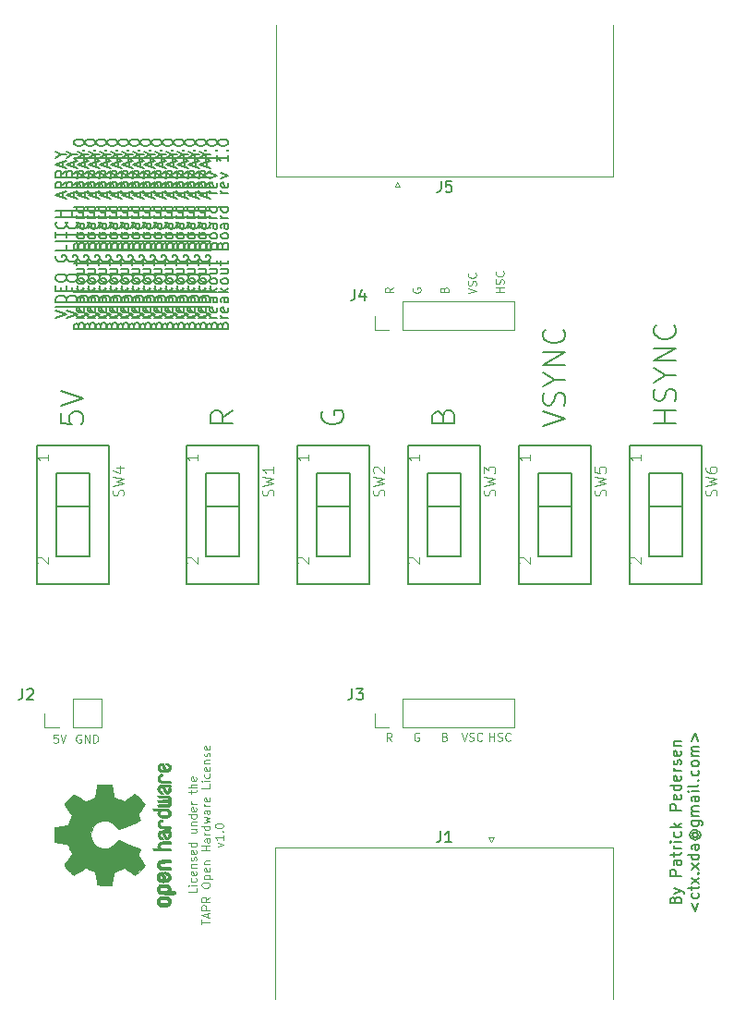
<source format=gto>
G04 #@! TF.GenerationSoftware,KiCad,Pcbnew,5.1.4-e60b266~84~ubuntu19.04.1*
G04 #@! TF.CreationDate,2019-08-29T17:26:57+02:00*
G04 #@! TF.ProjectId,VGABreakout,56474142-7265-4616-9b6f-75742e6b6963,1.0*
G04 #@! TF.SameCoordinates,Original*
G04 #@! TF.FileFunction,Legend,Top*
G04 #@! TF.FilePolarity,Positive*
%FSLAX46Y46*%
G04 Gerber Fmt 4.6, Leading zero omitted, Abs format (unit mm)*
G04 Created by KiCad (PCBNEW 5.1.4-e60b266~84~ubuntu19.04.1) date 2019-08-29 17:26:57*
%MOMM*%
%LPD*%
G04 APERTURE LIST*
%ADD10C,0.150000*%
%ADD11C,0.100000*%
%ADD12C,0.010000*%
%ADD13C,0.152400*%
%ADD14C,0.127000*%
%ADD15C,0.120000*%
%ADD16C,0.050000*%
G04 APERTURE END LIST*
D10*
X112165380Y-95033095D02*
X113165380Y-94699761D01*
X112165380Y-94366428D01*
X113165380Y-94033095D02*
X112165380Y-94033095D01*
X113165380Y-93556904D02*
X112165380Y-93556904D01*
X112165380Y-93318809D01*
X112213000Y-93175952D01*
X112308238Y-93080714D01*
X112403476Y-93033095D01*
X112593952Y-92985476D01*
X112736809Y-92985476D01*
X112927285Y-93033095D01*
X113022523Y-93080714D01*
X113117761Y-93175952D01*
X113165380Y-93318809D01*
X113165380Y-93556904D01*
X112641571Y-92556904D02*
X112641571Y-92223571D01*
X113165380Y-92080714D02*
X113165380Y-92556904D01*
X112165380Y-92556904D01*
X112165380Y-92080714D01*
X112165380Y-91461666D02*
X112165380Y-91271190D01*
X112213000Y-91175952D01*
X112308238Y-91080714D01*
X112498714Y-91033095D01*
X112832047Y-91033095D01*
X113022523Y-91080714D01*
X113117761Y-91175952D01*
X113165380Y-91271190D01*
X113165380Y-91461666D01*
X113117761Y-91556904D01*
X113022523Y-91652142D01*
X112832047Y-91699761D01*
X112498714Y-91699761D01*
X112308238Y-91652142D01*
X112213000Y-91556904D01*
X112165380Y-91461666D01*
X112213000Y-89318809D02*
X112165380Y-89414047D01*
X112165380Y-89556904D01*
X112213000Y-89699761D01*
X112308238Y-89794999D01*
X112403476Y-89842618D01*
X112593952Y-89890238D01*
X112736809Y-89890238D01*
X112927285Y-89842618D01*
X113022523Y-89794999D01*
X113117761Y-89699761D01*
X113165380Y-89556904D01*
X113165380Y-89461666D01*
X113117761Y-89318809D01*
X113070142Y-89271190D01*
X112736809Y-89271190D01*
X112736809Y-89461666D01*
X113165380Y-88366428D02*
X113165380Y-88842618D01*
X112165380Y-88842618D01*
X113165380Y-88033095D02*
X112165380Y-88033095D01*
X112165380Y-87699761D02*
X112165380Y-87128333D01*
X113165380Y-87414047D02*
X112165380Y-87414047D01*
X113070142Y-86223571D02*
X113117761Y-86271190D01*
X113165380Y-86414047D01*
X113165380Y-86509285D01*
X113117761Y-86652142D01*
X113022523Y-86747380D01*
X112927285Y-86794999D01*
X112736809Y-86842618D01*
X112593952Y-86842618D01*
X112403476Y-86794999D01*
X112308238Y-86747380D01*
X112213000Y-86652142D01*
X112165380Y-86509285D01*
X112165380Y-86414047D01*
X112213000Y-86271190D01*
X112260619Y-86223571D01*
X113165380Y-85794999D02*
X112165380Y-85794999D01*
X112641571Y-85794999D02*
X112641571Y-85223571D01*
X113165380Y-85223571D02*
X112165380Y-85223571D01*
X112879666Y-84033095D02*
X112879666Y-83556904D01*
X113165380Y-84128333D02*
X112165380Y-83794999D01*
X113165380Y-83461666D01*
X113165380Y-82556904D02*
X112689190Y-82890238D01*
X113165380Y-83128333D02*
X112165380Y-83128333D01*
X112165380Y-82747380D01*
X112213000Y-82652142D01*
X112260619Y-82604523D01*
X112355857Y-82556904D01*
X112498714Y-82556904D01*
X112593952Y-82604523D01*
X112641571Y-82652142D01*
X112689190Y-82747380D01*
X112689190Y-83128333D01*
X113165380Y-81556904D02*
X112689190Y-81890238D01*
X113165380Y-82128333D02*
X112165380Y-82128333D01*
X112165380Y-81747380D01*
X112213000Y-81652142D01*
X112260619Y-81604523D01*
X112355857Y-81556904D01*
X112498714Y-81556904D01*
X112593952Y-81604523D01*
X112641571Y-81652142D01*
X112689190Y-81747380D01*
X112689190Y-82128333D01*
X112879666Y-81175952D02*
X112879666Y-80699761D01*
X113165380Y-81271190D02*
X112165380Y-80937857D01*
X113165380Y-80604523D01*
X112689190Y-80080714D02*
X113165380Y-80080714D01*
X112165380Y-80414047D02*
X112689190Y-80080714D01*
X112165380Y-79747380D01*
X114291571Y-95723571D02*
X114339190Y-95580714D01*
X114386809Y-95533095D01*
X114482047Y-95485476D01*
X114624904Y-95485476D01*
X114720142Y-95533095D01*
X114767761Y-95580714D01*
X114815380Y-95675952D01*
X114815380Y-96056904D01*
X113815380Y-96056904D01*
X113815380Y-95723571D01*
X113863000Y-95628333D01*
X113910619Y-95580714D01*
X114005857Y-95533095D01*
X114101095Y-95533095D01*
X114196333Y-95580714D01*
X114243952Y-95628333D01*
X114291571Y-95723571D01*
X114291571Y-96056904D01*
X114815380Y-95056904D02*
X114148714Y-95056904D01*
X114339190Y-95056904D02*
X114243952Y-95009285D01*
X114196333Y-94961666D01*
X114148714Y-94866428D01*
X114148714Y-94771190D01*
X114767761Y-94056904D02*
X114815380Y-94152142D01*
X114815380Y-94342618D01*
X114767761Y-94437857D01*
X114672523Y-94485476D01*
X114291571Y-94485476D01*
X114196333Y-94437857D01*
X114148714Y-94342618D01*
X114148714Y-94152142D01*
X114196333Y-94056904D01*
X114291571Y-94009285D01*
X114386809Y-94009285D01*
X114482047Y-94485476D01*
X114815380Y-93152142D02*
X114291571Y-93152142D01*
X114196333Y-93199761D01*
X114148714Y-93294999D01*
X114148714Y-93485476D01*
X114196333Y-93580714D01*
X114767761Y-93152142D02*
X114815380Y-93247380D01*
X114815380Y-93485476D01*
X114767761Y-93580714D01*
X114672523Y-93628333D01*
X114577285Y-93628333D01*
X114482047Y-93580714D01*
X114434428Y-93485476D01*
X114434428Y-93247380D01*
X114386809Y-93152142D01*
X114815380Y-92675952D02*
X113815380Y-92675952D01*
X114434428Y-92580714D02*
X114815380Y-92294999D01*
X114148714Y-92294999D02*
X114529666Y-92675952D01*
X114815380Y-91723571D02*
X114767761Y-91818809D01*
X114720142Y-91866428D01*
X114624904Y-91914047D01*
X114339190Y-91914047D01*
X114243952Y-91866428D01*
X114196333Y-91818809D01*
X114148714Y-91723571D01*
X114148714Y-91580714D01*
X114196333Y-91485476D01*
X114243952Y-91437857D01*
X114339190Y-91390238D01*
X114624904Y-91390238D01*
X114720142Y-91437857D01*
X114767761Y-91485476D01*
X114815380Y-91580714D01*
X114815380Y-91723571D01*
X114148714Y-90533095D02*
X114815380Y-90533095D01*
X114148714Y-90961666D02*
X114672523Y-90961666D01*
X114767761Y-90914047D01*
X114815380Y-90818809D01*
X114815380Y-90675952D01*
X114767761Y-90580714D01*
X114720142Y-90533095D01*
X114148714Y-90199761D02*
X114148714Y-89818809D01*
X113815380Y-90056904D02*
X114672523Y-90056904D01*
X114767761Y-90009285D01*
X114815380Y-89914047D01*
X114815380Y-89818809D01*
X114291571Y-88390238D02*
X114339190Y-88247380D01*
X114386809Y-88199761D01*
X114482047Y-88152142D01*
X114624904Y-88152142D01*
X114720142Y-88199761D01*
X114767761Y-88247380D01*
X114815380Y-88342618D01*
X114815380Y-88723571D01*
X113815380Y-88723571D01*
X113815380Y-88390238D01*
X113863000Y-88294999D01*
X113910619Y-88247380D01*
X114005857Y-88199761D01*
X114101095Y-88199761D01*
X114196333Y-88247380D01*
X114243952Y-88294999D01*
X114291571Y-88390238D01*
X114291571Y-88723571D01*
X114815380Y-87580714D02*
X114767761Y-87675952D01*
X114720142Y-87723571D01*
X114624904Y-87771190D01*
X114339190Y-87771190D01*
X114243952Y-87723571D01*
X114196333Y-87675952D01*
X114148714Y-87580714D01*
X114148714Y-87437857D01*
X114196333Y-87342618D01*
X114243952Y-87294999D01*
X114339190Y-87247380D01*
X114624904Y-87247380D01*
X114720142Y-87294999D01*
X114767761Y-87342618D01*
X114815380Y-87437857D01*
X114815380Y-87580714D01*
X114815380Y-86390238D02*
X114291571Y-86390238D01*
X114196333Y-86437857D01*
X114148714Y-86533095D01*
X114148714Y-86723571D01*
X114196333Y-86818809D01*
X114767761Y-86390238D02*
X114815380Y-86485476D01*
X114815380Y-86723571D01*
X114767761Y-86818809D01*
X114672523Y-86866428D01*
X114577285Y-86866428D01*
X114482047Y-86818809D01*
X114434428Y-86723571D01*
X114434428Y-86485476D01*
X114386809Y-86390238D01*
X114815380Y-85914047D02*
X114148714Y-85914047D01*
X114339190Y-85914047D02*
X114243952Y-85866428D01*
X114196333Y-85818809D01*
X114148714Y-85723571D01*
X114148714Y-85628333D01*
X114815380Y-84866428D02*
X113815380Y-84866428D01*
X114767761Y-84866428D02*
X114815380Y-84961666D01*
X114815380Y-85152142D01*
X114767761Y-85247380D01*
X114720142Y-85294999D01*
X114624904Y-85342618D01*
X114339190Y-85342618D01*
X114243952Y-85294999D01*
X114196333Y-85247380D01*
X114148714Y-85152142D01*
X114148714Y-84961666D01*
X114196333Y-84866428D01*
X114815380Y-83628333D02*
X114148714Y-83628333D01*
X114339190Y-83628333D02*
X114243952Y-83580714D01*
X114196333Y-83533095D01*
X114148714Y-83437857D01*
X114148714Y-83342618D01*
X114767761Y-82628333D02*
X114815380Y-82723571D01*
X114815380Y-82914047D01*
X114767761Y-83009285D01*
X114672523Y-83056904D01*
X114291571Y-83056904D01*
X114196333Y-83009285D01*
X114148714Y-82914047D01*
X114148714Y-82723571D01*
X114196333Y-82628333D01*
X114291571Y-82580714D01*
X114386809Y-82580714D01*
X114482047Y-83056904D01*
X114148714Y-82247380D02*
X114815380Y-82009285D01*
X114148714Y-81771190D01*
X114815380Y-80104523D02*
X114815380Y-80675952D01*
X114815380Y-80390238D02*
X113815380Y-80390238D01*
X113958238Y-80485476D01*
X114053476Y-80580714D01*
X114101095Y-80675952D01*
X114720142Y-79675952D02*
X114767761Y-79628333D01*
X114815380Y-79675952D01*
X114767761Y-79723571D01*
X114720142Y-79675952D01*
X114815380Y-79675952D01*
X113815380Y-79009285D02*
X113815380Y-78914047D01*
X113863000Y-78818809D01*
X113910619Y-78771190D01*
X114005857Y-78723571D01*
X114196333Y-78675952D01*
X114434428Y-78675952D01*
X114624904Y-78723571D01*
X114720142Y-78771190D01*
X114767761Y-78818809D01*
X114815380Y-78914047D01*
X114815380Y-79009285D01*
X114767761Y-79104523D01*
X114720142Y-79152142D01*
X114624904Y-79199761D01*
X114434428Y-79247380D01*
X114196333Y-79247380D01*
X114005857Y-79199761D01*
X113910619Y-79152142D01*
X113863000Y-79104523D01*
X113815380Y-79009285D01*
X111149380Y-95033095D02*
X112149380Y-94699761D01*
X111149380Y-94366428D01*
X112149380Y-94033095D02*
X111149380Y-94033095D01*
X112149380Y-93556904D02*
X111149380Y-93556904D01*
X111149380Y-93318809D01*
X111197000Y-93175952D01*
X111292238Y-93080714D01*
X111387476Y-93033095D01*
X111577952Y-92985476D01*
X111720809Y-92985476D01*
X111911285Y-93033095D01*
X112006523Y-93080714D01*
X112101761Y-93175952D01*
X112149380Y-93318809D01*
X112149380Y-93556904D01*
X111625571Y-92556904D02*
X111625571Y-92223571D01*
X112149380Y-92080714D02*
X112149380Y-92556904D01*
X111149380Y-92556904D01*
X111149380Y-92080714D01*
X111149380Y-91461666D02*
X111149380Y-91271190D01*
X111197000Y-91175952D01*
X111292238Y-91080714D01*
X111482714Y-91033095D01*
X111816047Y-91033095D01*
X112006523Y-91080714D01*
X112101761Y-91175952D01*
X112149380Y-91271190D01*
X112149380Y-91461666D01*
X112101761Y-91556904D01*
X112006523Y-91652142D01*
X111816047Y-91699761D01*
X111482714Y-91699761D01*
X111292238Y-91652142D01*
X111197000Y-91556904D01*
X111149380Y-91461666D01*
X111197000Y-89318809D02*
X111149380Y-89414047D01*
X111149380Y-89556904D01*
X111197000Y-89699761D01*
X111292238Y-89794999D01*
X111387476Y-89842618D01*
X111577952Y-89890238D01*
X111720809Y-89890238D01*
X111911285Y-89842618D01*
X112006523Y-89794999D01*
X112101761Y-89699761D01*
X112149380Y-89556904D01*
X112149380Y-89461666D01*
X112101761Y-89318809D01*
X112054142Y-89271190D01*
X111720809Y-89271190D01*
X111720809Y-89461666D01*
X112149380Y-88366428D02*
X112149380Y-88842618D01*
X111149380Y-88842618D01*
X112149380Y-88033095D02*
X111149380Y-88033095D01*
X111149380Y-87699761D02*
X111149380Y-87128333D01*
X112149380Y-87414047D02*
X111149380Y-87414047D01*
X112054142Y-86223571D02*
X112101761Y-86271190D01*
X112149380Y-86414047D01*
X112149380Y-86509285D01*
X112101761Y-86652142D01*
X112006523Y-86747380D01*
X111911285Y-86794999D01*
X111720809Y-86842618D01*
X111577952Y-86842618D01*
X111387476Y-86794999D01*
X111292238Y-86747380D01*
X111197000Y-86652142D01*
X111149380Y-86509285D01*
X111149380Y-86414047D01*
X111197000Y-86271190D01*
X111244619Y-86223571D01*
X112149380Y-85794999D02*
X111149380Y-85794999D01*
X111625571Y-85794999D02*
X111625571Y-85223571D01*
X112149380Y-85223571D02*
X111149380Y-85223571D01*
X111863666Y-84033095D02*
X111863666Y-83556904D01*
X112149380Y-84128333D02*
X111149380Y-83794999D01*
X112149380Y-83461666D01*
X112149380Y-82556904D02*
X111673190Y-82890238D01*
X112149380Y-83128333D02*
X111149380Y-83128333D01*
X111149380Y-82747380D01*
X111197000Y-82652142D01*
X111244619Y-82604523D01*
X111339857Y-82556904D01*
X111482714Y-82556904D01*
X111577952Y-82604523D01*
X111625571Y-82652142D01*
X111673190Y-82747380D01*
X111673190Y-83128333D01*
X112149380Y-81556904D02*
X111673190Y-81890238D01*
X112149380Y-82128333D02*
X111149380Y-82128333D01*
X111149380Y-81747380D01*
X111197000Y-81652142D01*
X111244619Y-81604523D01*
X111339857Y-81556904D01*
X111482714Y-81556904D01*
X111577952Y-81604523D01*
X111625571Y-81652142D01*
X111673190Y-81747380D01*
X111673190Y-82128333D01*
X111863666Y-81175952D02*
X111863666Y-80699761D01*
X112149380Y-81271190D02*
X111149380Y-80937857D01*
X112149380Y-80604523D01*
X111673190Y-80080714D02*
X112149380Y-80080714D01*
X111149380Y-80414047D02*
X111673190Y-80080714D01*
X111149380Y-79747380D01*
X113275571Y-95723571D02*
X113323190Y-95580714D01*
X113370809Y-95533095D01*
X113466047Y-95485476D01*
X113608904Y-95485476D01*
X113704142Y-95533095D01*
X113751761Y-95580714D01*
X113799380Y-95675952D01*
X113799380Y-96056904D01*
X112799380Y-96056904D01*
X112799380Y-95723571D01*
X112847000Y-95628333D01*
X112894619Y-95580714D01*
X112989857Y-95533095D01*
X113085095Y-95533095D01*
X113180333Y-95580714D01*
X113227952Y-95628333D01*
X113275571Y-95723571D01*
X113275571Y-96056904D01*
X113799380Y-95056904D02*
X113132714Y-95056904D01*
X113323190Y-95056904D02*
X113227952Y-95009285D01*
X113180333Y-94961666D01*
X113132714Y-94866428D01*
X113132714Y-94771190D01*
X113751761Y-94056904D02*
X113799380Y-94152142D01*
X113799380Y-94342618D01*
X113751761Y-94437857D01*
X113656523Y-94485476D01*
X113275571Y-94485476D01*
X113180333Y-94437857D01*
X113132714Y-94342618D01*
X113132714Y-94152142D01*
X113180333Y-94056904D01*
X113275571Y-94009285D01*
X113370809Y-94009285D01*
X113466047Y-94485476D01*
X113799380Y-93152142D02*
X113275571Y-93152142D01*
X113180333Y-93199761D01*
X113132714Y-93294999D01*
X113132714Y-93485476D01*
X113180333Y-93580714D01*
X113751761Y-93152142D02*
X113799380Y-93247380D01*
X113799380Y-93485476D01*
X113751761Y-93580714D01*
X113656523Y-93628333D01*
X113561285Y-93628333D01*
X113466047Y-93580714D01*
X113418428Y-93485476D01*
X113418428Y-93247380D01*
X113370809Y-93152142D01*
X113799380Y-92675952D02*
X112799380Y-92675952D01*
X113418428Y-92580714D02*
X113799380Y-92294999D01*
X113132714Y-92294999D02*
X113513666Y-92675952D01*
X113799380Y-91723571D02*
X113751761Y-91818809D01*
X113704142Y-91866428D01*
X113608904Y-91914047D01*
X113323190Y-91914047D01*
X113227952Y-91866428D01*
X113180333Y-91818809D01*
X113132714Y-91723571D01*
X113132714Y-91580714D01*
X113180333Y-91485476D01*
X113227952Y-91437857D01*
X113323190Y-91390238D01*
X113608904Y-91390238D01*
X113704142Y-91437857D01*
X113751761Y-91485476D01*
X113799380Y-91580714D01*
X113799380Y-91723571D01*
X113132714Y-90533095D02*
X113799380Y-90533095D01*
X113132714Y-90961666D02*
X113656523Y-90961666D01*
X113751761Y-90914047D01*
X113799380Y-90818809D01*
X113799380Y-90675952D01*
X113751761Y-90580714D01*
X113704142Y-90533095D01*
X113132714Y-90199761D02*
X113132714Y-89818809D01*
X112799380Y-90056904D02*
X113656523Y-90056904D01*
X113751761Y-90009285D01*
X113799380Y-89914047D01*
X113799380Y-89818809D01*
X113275571Y-88390238D02*
X113323190Y-88247380D01*
X113370809Y-88199761D01*
X113466047Y-88152142D01*
X113608904Y-88152142D01*
X113704142Y-88199761D01*
X113751761Y-88247380D01*
X113799380Y-88342618D01*
X113799380Y-88723571D01*
X112799380Y-88723571D01*
X112799380Y-88390238D01*
X112847000Y-88294999D01*
X112894619Y-88247380D01*
X112989857Y-88199761D01*
X113085095Y-88199761D01*
X113180333Y-88247380D01*
X113227952Y-88294999D01*
X113275571Y-88390238D01*
X113275571Y-88723571D01*
X113799380Y-87580714D02*
X113751761Y-87675952D01*
X113704142Y-87723571D01*
X113608904Y-87771190D01*
X113323190Y-87771190D01*
X113227952Y-87723571D01*
X113180333Y-87675952D01*
X113132714Y-87580714D01*
X113132714Y-87437857D01*
X113180333Y-87342618D01*
X113227952Y-87294999D01*
X113323190Y-87247380D01*
X113608904Y-87247380D01*
X113704142Y-87294999D01*
X113751761Y-87342618D01*
X113799380Y-87437857D01*
X113799380Y-87580714D01*
X113799380Y-86390238D02*
X113275571Y-86390238D01*
X113180333Y-86437857D01*
X113132714Y-86533095D01*
X113132714Y-86723571D01*
X113180333Y-86818809D01*
X113751761Y-86390238D02*
X113799380Y-86485476D01*
X113799380Y-86723571D01*
X113751761Y-86818809D01*
X113656523Y-86866428D01*
X113561285Y-86866428D01*
X113466047Y-86818809D01*
X113418428Y-86723571D01*
X113418428Y-86485476D01*
X113370809Y-86390238D01*
X113799380Y-85914047D02*
X113132714Y-85914047D01*
X113323190Y-85914047D02*
X113227952Y-85866428D01*
X113180333Y-85818809D01*
X113132714Y-85723571D01*
X113132714Y-85628333D01*
X113799380Y-84866428D02*
X112799380Y-84866428D01*
X113751761Y-84866428D02*
X113799380Y-84961666D01*
X113799380Y-85152142D01*
X113751761Y-85247380D01*
X113704142Y-85294999D01*
X113608904Y-85342618D01*
X113323190Y-85342618D01*
X113227952Y-85294999D01*
X113180333Y-85247380D01*
X113132714Y-85152142D01*
X113132714Y-84961666D01*
X113180333Y-84866428D01*
X113799380Y-83628333D02*
X113132714Y-83628333D01*
X113323190Y-83628333D02*
X113227952Y-83580714D01*
X113180333Y-83533095D01*
X113132714Y-83437857D01*
X113132714Y-83342618D01*
X113751761Y-82628333D02*
X113799380Y-82723571D01*
X113799380Y-82914047D01*
X113751761Y-83009285D01*
X113656523Y-83056904D01*
X113275571Y-83056904D01*
X113180333Y-83009285D01*
X113132714Y-82914047D01*
X113132714Y-82723571D01*
X113180333Y-82628333D01*
X113275571Y-82580714D01*
X113370809Y-82580714D01*
X113466047Y-83056904D01*
X113132714Y-82247380D02*
X113799380Y-82009285D01*
X113132714Y-81771190D01*
X113799380Y-80104523D02*
X113799380Y-80675952D01*
X113799380Y-80390238D02*
X112799380Y-80390238D01*
X112942238Y-80485476D01*
X113037476Y-80580714D01*
X113085095Y-80675952D01*
X113704142Y-79675952D02*
X113751761Y-79628333D01*
X113799380Y-79675952D01*
X113751761Y-79723571D01*
X113704142Y-79675952D01*
X113799380Y-79675952D01*
X112799380Y-79009285D02*
X112799380Y-78914047D01*
X112847000Y-78818809D01*
X112894619Y-78771190D01*
X112989857Y-78723571D01*
X113180333Y-78675952D01*
X113418428Y-78675952D01*
X113608904Y-78723571D01*
X113704142Y-78771190D01*
X113751761Y-78818809D01*
X113799380Y-78914047D01*
X113799380Y-79009285D01*
X113751761Y-79104523D01*
X113704142Y-79152142D01*
X113608904Y-79199761D01*
X113418428Y-79247380D01*
X113180333Y-79247380D01*
X112989857Y-79199761D01*
X112894619Y-79152142D01*
X112847000Y-79104523D01*
X112799380Y-79009285D01*
X110133380Y-95033095D02*
X111133380Y-94699761D01*
X110133380Y-94366428D01*
X111133380Y-94033095D02*
X110133380Y-94033095D01*
X111133380Y-93556904D02*
X110133380Y-93556904D01*
X110133380Y-93318809D01*
X110181000Y-93175952D01*
X110276238Y-93080714D01*
X110371476Y-93033095D01*
X110561952Y-92985476D01*
X110704809Y-92985476D01*
X110895285Y-93033095D01*
X110990523Y-93080714D01*
X111085761Y-93175952D01*
X111133380Y-93318809D01*
X111133380Y-93556904D01*
X110609571Y-92556904D02*
X110609571Y-92223571D01*
X111133380Y-92080714D02*
X111133380Y-92556904D01*
X110133380Y-92556904D01*
X110133380Y-92080714D01*
X110133380Y-91461666D02*
X110133380Y-91271190D01*
X110181000Y-91175952D01*
X110276238Y-91080714D01*
X110466714Y-91033095D01*
X110800047Y-91033095D01*
X110990523Y-91080714D01*
X111085761Y-91175952D01*
X111133380Y-91271190D01*
X111133380Y-91461666D01*
X111085761Y-91556904D01*
X110990523Y-91652142D01*
X110800047Y-91699761D01*
X110466714Y-91699761D01*
X110276238Y-91652142D01*
X110181000Y-91556904D01*
X110133380Y-91461666D01*
X110181000Y-89318809D02*
X110133380Y-89414047D01*
X110133380Y-89556904D01*
X110181000Y-89699761D01*
X110276238Y-89794999D01*
X110371476Y-89842618D01*
X110561952Y-89890238D01*
X110704809Y-89890238D01*
X110895285Y-89842618D01*
X110990523Y-89794999D01*
X111085761Y-89699761D01*
X111133380Y-89556904D01*
X111133380Y-89461666D01*
X111085761Y-89318809D01*
X111038142Y-89271190D01*
X110704809Y-89271190D01*
X110704809Y-89461666D01*
X111133380Y-88366428D02*
X111133380Y-88842618D01*
X110133380Y-88842618D01*
X111133380Y-88033095D02*
X110133380Y-88033095D01*
X110133380Y-87699761D02*
X110133380Y-87128333D01*
X111133380Y-87414047D02*
X110133380Y-87414047D01*
X111038142Y-86223571D02*
X111085761Y-86271190D01*
X111133380Y-86414047D01*
X111133380Y-86509285D01*
X111085761Y-86652142D01*
X110990523Y-86747380D01*
X110895285Y-86794999D01*
X110704809Y-86842618D01*
X110561952Y-86842618D01*
X110371476Y-86794999D01*
X110276238Y-86747380D01*
X110181000Y-86652142D01*
X110133380Y-86509285D01*
X110133380Y-86414047D01*
X110181000Y-86271190D01*
X110228619Y-86223571D01*
X111133380Y-85794999D02*
X110133380Y-85794999D01*
X110609571Y-85794999D02*
X110609571Y-85223571D01*
X111133380Y-85223571D02*
X110133380Y-85223571D01*
X110847666Y-84033095D02*
X110847666Y-83556904D01*
X111133380Y-84128333D02*
X110133380Y-83794999D01*
X111133380Y-83461666D01*
X111133380Y-82556904D02*
X110657190Y-82890238D01*
X111133380Y-83128333D02*
X110133380Y-83128333D01*
X110133380Y-82747380D01*
X110181000Y-82652142D01*
X110228619Y-82604523D01*
X110323857Y-82556904D01*
X110466714Y-82556904D01*
X110561952Y-82604523D01*
X110609571Y-82652142D01*
X110657190Y-82747380D01*
X110657190Y-83128333D01*
X111133380Y-81556904D02*
X110657190Y-81890238D01*
X111133380Y-82128333D02*
X110133380Y-82128333D01*
X110133380Y-81747380D01*
X110181000Y-81652142D01*
X110228619Y-81604523D01*
X110323857Y-81556904D01*
X110466714Y-81556904D01*
X110561952Y-81604523D01*
X110609571Y-81652142D01*
X110657190Y-81747380D01*
X110657190Y-82128333D01*
X110847666Y-81175952D02*
X110847666Y-80699761D01*
X111133380Y-81271190D02*
X110133380Y-80937857D01*
X111133380Y-80604523D01*
X110657190Y-80080714D02*
X111133380Y-80080714D01*
X110133380Y-80414047D02*
X110657190Y-80080714D01*
X110133380Y-79747380D01*
X112259571Y-95723571D02*
X112307190Y-95580714D01*
X112354809Y-95533095D01*
X112450047Y-95485476D01*
X112592904Y-95485476D01*
X112688142Y-95533095D01*
X112735761Y-95580714D01*
X112783380Y-95675952D01*
X112783380Y-96056904D01*
X111783380Y-96056904D01*
X111783380Y-95723571D01*
X111831000Y-95628333D01*
X111878619Y-95580714D01*
X111973857Y-95533095D01*
X112069095Y-95533095D01*
X112164333Y-95580714D01*
X112211952Y-95628333D01*
X112259571Y-95723571D01*
X112259571Y-96056904D01*
X112783380Y-95056904D02*
X112116714Y-95056904D01*
X112307190Y-95056904D02*
X112211952Y-95009285D01*
X112164333Y-94961666D01*
X112116714Y-94866428D01*
X112116714Y-94771190D01*
X112735761Y-94056904D02*
X112783380Y-94152142D01*
X112783380Y-94342618D01*
X112735761Y-94437857D01*
X112640523Y-94485476D01*
X112259571Y-94485476D01*
X112164333Y-94437857D01*
X112116714Y-94342618D01*
X112116714Y-94152142D01*
X112164333Y-94056904D01*
X112259571Y-94009285D01*
X112354809Y-94009285D01*
X112450047Y-94485476D01*
X112783380Y-93152142D02*
X112259571Y-93152142D01*
X112164333Y-93199761D01*
X112116714Y-93294999D01*
X112116714Y-93485476D01*
X112164333Y-93580714D01*
X112735761Y-93152142D02*
X112783380Y-93247380D01*
X112783380Y-93485476D01*
X112735761Y-93580714D01*
X112640523Y-93628333D01*
X112545285Y-93628333D01*
X112450047Y-93580714D01*
X112402428Y-93485476D01*
X112402428Y-93247380D01*
X112354809Y-93152142D01*
X112783380Y-92675952D02*
X111783380Y-92675952D01*
X112402428Y-92580714D02*
X112783380Y-92294999D01*
X112116714Y-92294999D02*
X112497666Y-92675952D01*
X112783380Y-91723571D02*
X112735761Y-91818809D01*
X112688142Y-91866428D01*
X112592904Y-91914047D01*
X112307190Y-91914047D01*
X112211952Y-91866428D01*
X112164333Y-91818809D01*
X112116714Y-91723571D01*
X112116714Y-91580714D01*
X112164333Y-91485476D01*
X112211952Y-91437857D01*
X112307190Y-91390238D01*
X112592904Y-91390238D01*
X112688142Y-91437857D01*
X112735761Y-91485476D01*
X112783380Y-91580714D01*
X112783380Y-91723571D01*
X112116714Y-90533095D02*
X112783380Y-90533095D01*
X112116714Y-90961666D02*
X112640523Y-90961666D01*
X112735761Y-90914047D01*
X112783380Y-90818809D01*
X112783380Y-90675952D01*
X112735761Y-90580714D01*
X112688142Y-90533095D01*
X112116714Y-90199761D02*
X112116714Y-89818809D01*
X111783380Y-90056904D02*
X112640523Y-90056904D01*
X112735761Y-90009285D01*
X112783380Y-89914047D01*
X112783380Y-89818809D01*
X112259571Y-88390238D02*
X112307190Y-88247380D01*
X112354809Y-88199761D01*
X112450047Y-88152142D01*
X112592904Y-88152142D01*
X112688142Y-88199761D01*
X112735761Y-88247380D01*
X112783380Y-88342618D01*
X112783380Y-88723571D01*
X111783380Y-88723571D01*
X111783380Y-88390238D01*
X111831000Y-88294999D01*
X111878619Y-88247380D01*
X111973857Y-88199761D01*
X112069095Y-88199761D01*
X112164333Y-88247380D01*
X112211952Y-88294999D01*
X112259571Y-88390238D01*
X112259571Y-88723571D01*
X112783380Y-87580714D02*
X112735761Y-87675952D01*
X112688142Y-87723571D01*
X112592904Y-87771190D01*
X112307190Y-87771190D01*
X112211952Y-87723571D01*
X112164333Y-87675952D01*
X112116714Y-87580714D01*
X112116714Y-87437857D01*
X112164333Y-87342618D01*
X112211952Y-87294999D01*
X112307190Y-87247380D01*
X112592904Y-87247380D01*
X112688142Y-87294999D01*
X112735761Y-87342618D01*
X112783380Y-87437857D01*
X112783380Y-87580714D01*
X112783380Y-86390238D02*
X112259571Y-86390238D01*
X112164333Y-86437857D01*
X112116714Y-86533095D01*
X112116714Y-86723571D01*
X112164333Y-86818809D01*
X112735761Y-86390238D02*
X112783380Y-86485476D01*
X112783380Y-86723571D01*
X112735761Y-86818809D01*
X112640523Y-86866428D01*
X112545285Y-86866428D01*
X112450047Y-86818809D01*
X112402428Y-86723571D01*
X112402428Y-86485476D01*
X112354809Y-86390238D01*
X112783380Y-85914047D02*
X112116714Y-85914047D01*
X112307190Y-85914047D02*
X112211952Y-85866428D01*
X112164333Y-85818809D01*
X112116714Y-85723571D01*
X112116714Y-85628333D01*
X112783380Y-84866428D02*
X111783380Y-84866428D01*
X112735761Y-84866428D02*
X112783380Y-84961666D01*
X112783380Y-85152142D01*
X112735761Y-85247380D01*
X112688142Y-85294999D01*
X112592904Y-85342618D01*
X112307190Y-85342618D01*
X112211952Y-85294999D01*
X112164333Y-85247380D01*
X112116714Y-85152142D01*
X112116714Y-84961666D01*
X112164333Y-84866428D01*
X112783380Y-83628333D02*
X112116714Y-83628333D01*
X112307190Y-83628333D02*
X112211952Y-83580714D01*
X112164333Y-83533095D01*
X112116714Y-83437857D01*
X112116714Y-83342618D01*
X112735761Y-82628333D02*
X112783380Y-82723571D01*
X112783380Y-82914047D01*
X112735761Y-83009285D01*
X112640523Y-83056904D01*
X112259571Y-83056904D01*
X112164333Y-83009285D01*
X112116714Y-82914047D01*
X112116714Y-82723571D01*
X112164333Y-82628333D01*
X112259571Y-82580714D01*
X112354809Y-82580714D01*
X112450047Y-83056904D01*
X112116714Y-82247380D02*
X112783380Y-82009285D01*
X112116714Y-81771190D01*
X112783380Y-80104523D02*
X112783380Y-80675952D01*
X112783380Y-80390238D02*
X111783380Y-80390238D01*
X111926238Y-80485476D01*
X112021476Y-80580714D01*
X112069095Y-80675952D01*
X112688142Y-79675952D02*
X112735761Y-79628333D01*
X112783380Y-79675952D01*
X112735761Y-79723571D01*
X112688142Y-79675952D01*
X112783380Y-79675952D01*
X111783380Y-79009285D02*
X111783380Y-78914047D01*
X111831000Y-78818809D01*
X111878619Y-78771190D01*
X111973857Y-78723571D01*
X112164333Y-78675952D01*
X112402428Y-78675952D01*
X112592904Y-78723571D01*
X112688142Y-78771190D01*
X112735761Y-78818809D01*
X112783380Y-78914047D01*
X112783380Y-79009285D01*
X112735761Y-79104523D01*
X112688142Y-79152142D01*
X112592904Y-79199761D01*
X112402428Y-79247380D01*
X112164333Y-79247380D01*
X111973857Y-79199761D01*
X111878619Y-79152142D01*
X111831000Y-79104523D01*
X111783380Y-79009285D01*
X109117380Y-95033095D02*
X110117380Y-94699761D01*
X109117380Y-94366428D01*
X110117380Y-94033095D02*
X109117380Y-94033095D01*
X110117380Y-93556904D02*
X109117380Y-93556904D01*
X109117380Y-93318809D01*
X109165000Y-93175952D01*
X109260238Y-93080714D01*
X109355476Y-93033095D01*
X109545952Y-92985476D01*
X109688809Y-92985476D01*
X109879285Y-93033095D01*
X109974523Y-93080714D01*
X110069761Y-93175952D01*
X110117380Y-93318809D01*
X110117380Y-93556904D01*
X109593571Y-92556904D02*
X109593571Y-92223571D01*
X110117380Y-92080714D02*
X110117380Y-92556904D01*
X109117380Y-92556904D01*
X109117380Y-92080714D01*
X109117380Y-91461666D02*
X109117380Y-91271190D01*
X109165000Y-91175952D01*
X109260238Y-91080714D01*
X109450714Y-91033095D01*
X109784047Y-91033095D01*
X109974523Y-91080714D01*
X110069761Y-91175952D01*
X110117380Y-91271190D01*
X110117380Y-91461666D01*
X110069761Y-91556904D01*
X109974523Y-91652142D01*
X109784047Y-91699761D01*
X109450714Y-91699761D01*
X109260238Y-91652142D01*
X109165000Y-91556904D01*
X109117380Y-91461666D01*
X109165000Y-89318809D02*
X109117380Y-89414047D01*
X109117380Y-89556904D01*
X109165000Y-89699761D01*
X109260238Y-89794999D01*
X109355476Y-89842618D01*
X109545952Y-89890238D01*
X109688809Y-89890238D01*
X109879285Y-89842618D01*
X109974523Y-89794999D01*
X110069761Y-89699761D01*
X110117380Y-89556904D01*
X110117380Y-89461666D01*
X110069761Y-89318809D01*
X110022142Y-89271190D01*
X109688809Y-89271190D01*
X109688809Y-89461666D01*
X110117380Y-88366428D02*
X110117380Y-88842618D01*
X109117380Y-88842618D01*
X110117380Y-88033095D02*
X109117380Y-88033095D01*
X109117380Y-87699761D02*
X109117380Y-87128333D01*
X110117380Y-87414047D02*
X109117380Y-87414047D01*
X110022142Y-86223571D02*
X110069761Y-86271190D01*
X110117380Y-86414047D01*
X110117380Y-86509285D01*
X110069761Y-86652142D01*
X109974523Y-86747380D01*
X109879285Y-86794999D01*
X109688809Y-86842618D01*
X109545952Y-86842618D01*
X109355476Y-86794999D01*
X109260238Y-86747380D01*
X109165000Y-86652142D01*
X109117380Y-86509285D01*
X109117380Y-86414047D01*
X109165000Y-86271190D01*
X109212619Y-86223571D01*
X110117380Y-85794999D02*
X109117380Y-85794999D01*
X109593571Y-85794999D02*
X109593571Y-85223571D01*
X110117380Y-85223571D02*
X109117380Y-85223571D01*
X109831666Y-84033095D02*
X109831666Y-83556904D01*
X110117380Y-84128333D02*
X109117380Y-83794999D01*
X110117380Y-83461666D01*
X110117380Y-82556904D02*
X109641190Y-82890238D01*
X110117380Y-83128333D02*
X109117380Y-83128333D01*
X109117380Y-82747380D01*
X109165000Y-82652142D01*
X109212619Y-82604523D01*
X109307857Y-82556904D01*
X109450714Y-82556904D01*
X109545952Y-82604523D01*
X109593571Y-82652142D01*
X109641190Y-82747380D01*
X109641190Y-83128333D01*
X110117380Y-81556904D02*
X109641190Y-81890238D01*
X110117380Y-82128333D02*
X109117380Y-82128333D01*
X109117380Y-81747380D01*
X109165000Y-81652142D01*
X109212619Y-81604523D01*
X109307857Y-81556904D01*
X109450714Y-81556904D01*
X109545952Y-81604523D01*
X109593571Y-81652142D01*
X109641190Y-81747380D01*
X109641190Y-82128333D01*
X109831666Y-81175952D02*
X109831666Y-80699761D01*
X110117380Y-81271190D02*
X109117380Y-80937857D01*
X110117380Y-80604523D01*
X109641190Y-80080714D02*
X110117380Y-80080714D01*
X109117380Y-80414047D02*
X109641190Y-80080714D01*
X109117380Y-79747380D01*
X111243571Y-95723571D02*
X111291190Y-95580714D01*
X111338809Y-95533095D01*
X111434047Y-95485476D01*
X111576904Y-95485476D01*
X111672142Y-95533095D01*
X111719761Y-95580714D01*
X111767380Y-95675952D01*
X111767380Y-96056904D01*
X110767380Y-96056904D01*
X110767380Y-95723571D01*
X110815000Y-95628333D01*
X110862619Y-95580714D01*
X110957857Y-95533095D01*
X111053095Y-95533095D01*
X111148333Y-95580714D01*
X111195952Y-95628333D01*
X111243571Y-95723571D01*
X111243571Y-96056904D01*
X111767380Y-95056904D02*
X111100714Y-95056904D01*
X111291190Y-95056904D02*
X111195952Y-95009285D01*
X111148333Y-94961666D01*
X111100714Y-94866428D01*
X111100714Y-94771190D01*
X111719761Y-94056904D02*
X111767380Y-94152142D01*
X111767380Y-94342618D01*
X111719761Y-94437857D01*
X111624523Y-94485476D01*
X111243571Y-94485476D01*
X111148333Y-94437857D01*
X111100714Y-94342618D01*
X111100714Y-94152142D01*
X111148333Y-94056904D01*
X111243571Y-94009285D01*
X111338809Y-94009285D01*
X111434047Y-94485476D01*
X111767380Y-93152142D02*
X111243571Y-93152142D01*
X111148333Y-93199761D01*
X111100714Y-93294999D01*
X111100714Y-93485476D01*
X111148333Y-93580714D01*
X111719761Y-93152142D02*
X111767380Y-93247380D01*
X111767380Y-93485476D01*
X111719761Y-93580714D01*
X111624523Y-93628333D01*
X111529285Y-93628333D01*
X111434047Y-93580714D01*
X111386428Y-93485476D01*
X111386428Y-93247380D01*
X111338809Y-93152142D01*
X111767380Y-92675952D02*
X110767380Y-92675952D01*
X111386428Y-92580714D02*
X111767380Y-92294999D01*
X111100714Y-92294999D02*
X111481666Y-92675952D01*
X111767380Y-91723571D02*
X111719761Y-91818809D01*
X111672142Y-91866428D01*
X111576904Y-91914047D01*
X111291190Y-91914047D01*
X111195952Y-91866428D01*
X111148333Y-91818809D01*
X111100714Y-91723571D01*
X111100714Y-91580714D01*
X111148333Y-91485476D01*
X111195952Y-91437857D01*
X111291190Y-91390238D01*
X111576904Y-91390238D01*
X111672142Y-91437857D01*
X111719761Y-91485476D01*
X111767380Y-91580714D01*
X111767380Y-91723571D01*
X111100714Y-90533095D02*
X111767380Y-90533095D01*
X111100714Y-90961666D02*
X111624523Y-90961666D01*
X111719761Y-90914047D01*
X111767380Y-90818809D01*
X111767380Y-90675952D01*
X111719761Y-90580714D01*
X111672142Y-90533095D01*
X111100714Y-90199761D02*
X111100714Y-89818809D01*
X110767380Y-90056904D02*
X111624523Y-90056904D01*
X111719761Y-90009285D01*
X111767380Y-89914047D01*
X111767380Y-89818809D01*
X111243571Y-88390238D02*
X111291190Y-88247380D01*
X111338809Y-88199761D01*
X111434047Y-88152142D01*
X111576904Y-88152142D01*
X111672142Y-88199761D01*
X111719761Y-88247380D01*
X111767380Y-88342618D01*
X111767380Y-88723571D01*
X110767380Y-88723571D01*
X110767380Y-88390238D01*
X110815000Y-88294999D01*
X110862619Y-88247380D01*
X110957857Y-88199761D01*
X111053095Y-88199761D01*
X111148333Y-88247380D01*
X111195952Y-88294999D01*
X111243571Y-88390238D01*
X111243571Y-88723571D01*
X111767380Y-87580714D02*
X111719761Y-87675952D01*
X111672142Y-87723571D01*
X111576904Y-87771190D01*
X111291190Y-87771190D01*
X111195952Y-87723571D01*
X111148333Y-87675952D01*
X111100714Y-87580714D01*
X111100714Y-87437857D01*
X111148333Y-87342618D01*
X111195952Y-87294999D01*
X111291190Y-87247380D01*
X111576904Y-87247380D01*
X111672142Y-87294999D01*
X111719761Y-87342618D01*
X111767380Y-87437857D01*
X111767380Y-87580714D01*
X111767380Y-86390238D02*
X111243571Y-86390238D01*
X111148333Y-86437857D01*
X111100714Y-86533095D01*
X111100714Y-86723571D01*
X111148333Y-86818809D01*
X111719761Y-86390238D02*
X111767380Y-86485476D01*
X111767380Y-86723571D01*
X111719761Y-86818809D01*
X111624523Y-86866428D01*
X111529285Y-86866428D01*
X111434047Y-86818809D01*
X111386428Y-86723571D01*
X111386428Y-86485476D01*
X111338809Y-86390238D01*
X111767380Y-85914047D02*
X111100714Y-85914047D01*
X111291190Y-85914047D02*
X111195952Y-85866428D01*
X111148333Y-85818809D01*
X111100714Y-85723571D01*
X111100714Y-85628333D01*
X111767380Y-84866428D02*
X110767380Y-84866428D01*
X111719761Y-84866428D02*
X111767380Y-84961666D01*
X111767380Y-85152142D01*
X111719761Y-85247380D01*
X111672142Y-85294999D01*
X111576904Y-85342618D01*
X111291190Y-85342618D01*
X111195952Y-85294999D01*
X111148333Y-85247380D01*
X111100714Y-85152142D01*
X111100714Y-84961666D01*
X111148333Y-84866428D01*
X111767380Y-83628333D02*
X111100714Y-83628333D01*
X111291190Y-83628333D02*
X111195952Y-83580714D01*
X111148333Y-83533095D01*
X111100714Y-83437857D01*
X111100714Y-83342618D01*
X111719761Y-82628333D02*
X111767380Y-82723571D01*
X111767380Y-82914047D01*
X111719761Y-83009285D01*
X111624523Y-83056904D01*
X111243571Y-83056904D01*
X111148333Y-83009285D01*
X111100714Y-82914047D01*
X111100714Y-82723571D01*
X111148333Y-82628333D01*
X111243571Y-82580714D01*
X111338809Y-82580714D01*
X111434047Y-83056904D01*
X111100714Y-82247380D02*
X111767380Y-82009285D01*
X111100714Y-81771190D01*
X111767380Y-80104523D02*
X111767380Y-80675952D01*
X111767380Y-80390238D02*
X110767380Y-80390238D01*
X110910238Y-80485476D01*
X111005476Y-80580714D01*
X111053095Y-80675952D01*
X111672142Y-79675952D02*
X111719761Y-79628333D01*
X111767380Y-79675952D01*
X111719761Y-79723571D01*
X111672142Y-79675952D01*
X111767380Y-79675952D01*
X110767380Y-79009285D02*
X110767380Y-78914047D01*
X110815000Y-78818809D01*
X110862619Y-78771190D01*
X110957857Y-78723571D01*
X111148333Y-78675952D01*
X111386428Y-78675952D01*
X111576904Y-78723571D01*
X111672142Y-78771190D01*
X111719761Y-78818809D01*
X111767380Y-78914047D01*
X111767380Y-79009285D01*
X111719761Y-79104523D01*
X111672142Y-79152142D01*
X111576904Y-79199761D01*
X111386428Y-79247380D01*
X111148333Y-79247380D01*
X110957857Y-79199761D01*
X110862619Y-79152142D01*
X110815000Y-79104523D01*
X110767380Y-79009285D01*
X108101380Y-95033095D02*
X109101380Y-94699761D01*
X108101380Y-94366428D01*
X109101380Y-94033095D02*
X108101380Y-94033095D01*
X109101380Y-93556904D02*
X108101380Y-93556904D01*
X108101380Y-93318809D01*
X108149000Y-93175952D01*
X108244238Y-93080714D01*
X108339476Y-93033095D01*
X108529952Y-92985476D01*
X108672809Y-92985476D01*
X108863285Y-93033095D01*
X108958523Y-93080714D01*
X109053761Y-93175952D01*
X109101380Y-93318809D01*
X109101380Y-93556904D01*
X108577571Y-92556904D02*
X108577571Y-92223571D01*
X109101380Y-92080714D02*
X109101380Y-92556904D01*
X108101380Y-92556904D01*
X108101380Y-92080714D01*
X108101380Y-91461666D02*
X108101380Y-91271190D01*
X108149000Y-91175952D01*
X108244238Y-91080714D01*
X108434714Y-91033095D01*
X108768047Y-91033095D01*
X108958523Y-91080714D01*
X109053761Y-91175952D01*
X109101380Y-91271190D01*
X109101380Y-91461666D01*
X109053761Y-91556904D01*
X108958523Y-91652142D01*
X108768047Y-91699761D01*
X108434714Y-91699761D01*
X108244238Y-91652142D01*
X108149000Y-91556904D01*
X108101380Y-91461666D01*
X108149000Y-89318809D02*
X108101380Y-89414047D01*
X108101380Y-89556904D01*
X108149000Y-89699761D01*
X108244238Y-89794999D01*
X108339476Y-89842618D01*
X108529952Y-89890238D01*
X108672809Y-89890238D01*
X108863285Y-89842618D01*
X108958523Y-89794999D01*
X109053761Y-89699761D01*
X109101380Y-89556904D01*
X109101380Y-89461666D01*
X109053761Y-89318809D01*
X109006142Y-89271190D01*
X108672809Y-89271190D01*
X108672809Y-89461666D01*
X109101380Y-88366428D02*
X109101380Y-88842618D01*
X108101380Y-88842618D01*
X109101380Y-88033095D02*
X108101380Y-88033095D01*
X108101380Y-87699761D02*
X108101380Y-87128333D01*
X109101380Y-87414047D02*
X108101380Y-87414047D01*
X109006142Y-86223571D02*
X109053761Y-86271190D01*
X109101380Y-86414047D01*
X109101380Y-86509285D01*
X109053761Y-86652142D01*
X108958523Y-86747380D01*
X108863285Y-86794999D01*
X108672809Y-86842618D01*
X108529952Y-86842618D01*
X108339476Y-86794999D01*
X108244238Y-86747380D01*
X108149000Y-86652142D01*
X108101380Y-86509285D01*
X108101380Y-86414047D01*
X108149000Y-86271190D01*
X108196619Y-86223571D01*
X109101380Y-85794999D02*
X108101380Y-85794999D01*
X108577571Y-85794999D02*
X108577571Y-85223571D01*
X109101380Y-85223571D02*
X108101380Y-85223571D01*
X108815666Y-84033095D02*
X108815666Y-83556904D01*
X109101380Y-84128333D02*
X108101380Y-83794999D01*
X109101380Y-83461666D01*
X109101380Y-82556904D02*
X108625190Y-82890238D01*
X109101380Y-83128333D02*
X108101380Y-83128333D01*
X108101380Y-82747380D01*
X108149000Y-82652142D01*
X108196619Y-82604523D01*
X108291857Y-82556904D01*
X108434714Y-82556904D01*
X108529952Y-82604523D01*
X108577571Y-82652142D01*
X108625190Y-82747380D01*
X108625190Y-83128333D01*
X109101380Y-81556904D02*
X108625190Y-81890238D01*
X109101380Y-82128333D02*
X108101380Y-82128333D01*
X108101380Y-81747380D01*
X108149000Y-81652142D01*
X108196619Y-81604523D01*
X108291857Y-81556904D01*
X108434714Y-81556904D01*
X108529952Y-81604523D01*
X108577571Y-81652142D01*
X108625190Y-81747380D01*
X108625190Y-82128333D01*
X108815666Y-81175952D02*
X108815666Y-80699761D01*
X109101380Y-81271190D02*
X108101380Y-80937857D01*
X109101380Y-80604523D01*
X108625190Y-80080714D02*
X109101380Y-80080714D01*
X108101380Y-80414047D02*
X108625190Y-80080714D01*
X108101380Y-79747380D01*
X110227571Y-95723571D02*
X110275190Y-95580714D01*
X110322809Y-95533095D01*
X110418047Y-95485476D01*
X110560904Y-95485476D01*
X110656142Y-95533095D01*
X110703761Y-95580714D01*
X110751380Y-95675952D01*
X110751380Y-96056904D01*
X109751380Y-96056904D01*
X109751380Y-95723571D01*
X109799000Y-95628333D01*
X109846619Y-95580714D01*
X109941857Y-95533095D01*
X110037095Y-95533095D01*
X110132333Y-95580714D01*
X110179952Y-95628333D01*
X110227571Y-95723571D01*
X110227571Y-96056904D01*
X110751380Y-95056904D02*
X110084714Y-95056904D01*
X110275190Y-95056904D02*
X110179952Y-95009285D01*
X110132333Y-94961666D01*
X110084714Y-94866428D01*
X110084714Y-94771190D01*
X110703761Y-94056904D02*
X110751380Y-94152142D01*
X110751380Y-94342618D01*
X110703761Y-94437857D01*
X110608523Y-94485476D01*
X110227571Y-94485476D01*
X110132333Y-94437857D01*
X110084714Y-94342618D01*
X110084714Y-94152142D01*
X110132333Y-94056904D01*
X110227571Y-94009285D01*
X110322809Y-94009285D01*
X110418047Y-94485476D01*
X110751380Y-93152142D02*
X110227571Y-93152142D01*
X110132333Y-93199761D01*
X110084714Y-93294999D01*
X110084714Y-93485476D01*
X110132333Y-93580714D01*
X110703761Y-93152142D02*
X110751380Y-93247380D01*
X110751380Y-93485476D01*
X110703761Y-93580714D01*
X110608523Y-93628333D01*
X110513285Y-93628333D01*
X110418047Y-93580714D01*
X110370428Y-93485476D01*
X110370428Y-93247380D01*
X110322809Y-93152142D01*
X110751380Y-92675952D02*
X109751380Y-92675952D01*
X110370428Y-92580714D02*
X110751380Y-92294999D01*
X110084714Y-92294999D02*
X110465666Y-92675952D01*
X110751380Y-91723571D02*
X110703761Y-91818809D01*
X110656142Y-91866428D01*
X110560904Y-91914047D01*
X110275190Y-91914047D01*
X110179952Y-91866428D01*
X110132333Y-91818809D01*
X110084714Y-91723571D01*
X110084714Y-91580714D01*
X110132333Y-91485476D01*
X110179952Y-91437857D01*
X110275190Y-91390238D01*
X110560904Y-91390238D01*
X110656142Y-91437857D01*
X110703761Y-91485476D01*
X110751380Y-91580714D01*
X110751380Y-91723571D01*
X110084714Y-90533095D02*
X110751380Y-90533095D01*
X110084714Y-90961666D02*
X110608523Y-90961666D01*
X110703761Y-90914047D01*
X110751380Y-90818809D01*
X110751380Y-90675952D01*
X110703761Y-90580714D01*
X110656142Y-90533095D01*
X110084714Y-90199761D02*
X110084714Y-89818809D01*
X109751380Y-90056904D02*
X110608523Y-90056904D01*
X110703761Y-90009285D01*
X110751380Y-89914047D01*
X110751380Y-89818809D01*
X110227571Y-88390238D02*
X110275190Y-88247380D01*
X110322809Y-88199761D01*
X110418047Y-88152142D01*
X110560904Y-88152142D01*
X110656142Y-88199761D01*
X110703761Y-88247380D01*
X110751380Y-88342618D01*
X110751380Y-88723571D01*
X109751380Y-88723571D01*
X109751380Y-88390238D01*
X109799000Y-88294999D01*
X109846619Y-88247380D01*
X109941857Y-88199761D01*
X110037095Y-88199761D01*
X110132333Y-88247380D01*
X110179952Y-88294999D01*
X110227571Y-88390238D01*
X110227571Y-88723571D01*
X110751380Y-87580714D02*
X110703761Y-87675952D01*
X110656142Y-87723571D01*
X110560904Y-87771190D01*
X110275190Y-87771190D01*
X110179952Y-87723571D01*
X110132333Y-87675952D01*
X110084714Y-87580714D01*
X110084714Y-87437857D01*
X110132333Y-87342618D01*
X110179952Y-87294999D01*
X110275190Y-87247380D01*
X110560904Y-87247380D01*
X110656142Y-87294999D01*
X110703761Y-87342618D01*
X110751380Y-87437857D01*
X110751380Y-87580714D01*
X110751380Y-86390238D02*
X110227571Y-86390238D01*
X110132333Y-86437857D01*
X110084714Y-86533095D01*
X110084714Y-86723571D01*
X110132333Y-86818809D01*
X110703761Y-86390238D02*
X110751380Y-86485476D01*
X110751380Y-86723571D01*
X110703761Y-86818809D01*
X110608523Y-86866428D01*
X110513285Y-86866428D01*
X110418047Y-86818809D01*
X110370428Y-86723571D01*
X110370428Y-86485476D01*
X110322809Y-86390238D01*
X110751380Y-85914047D02*
X110084714Y-85914047D01*
X110275190Y-85914047D02*
X110179952Y-85866428D01*
X110132333Y-85818809D01*
X110084714Y-85723571D01*
X110084714Y-85628333D01*
X110751380Y-84866428D02*
X109751380Y-84866428D01*
X110703761Y-84866428D02*
X110751380Y-84961666D01*
X110751380Y-85152142D01*
X110703761Y-85247380D01*
X110656142Y-85294999D01*
X110560904Y-85342618D01*
X110275190Y-85342618D01*
X110179952Y-85294999D01*
X110132333Y-85247380D01*
X110084714Y-85152142D01*
X110084714Y-84961666D01*
X110132333Y-84866428D01*
X110751380Y-83628333D02*
X110084714Y-83628333D01*
X110275190Y-83628333D02*
X110179952Y-83580714D01*
X110132333Y-83533095D01*
X110084714Y-83437857D01*
X110084714Y-83342618D01*
X110703761Y-82628333D02*
X110751380Y-82723571D01*
X110751380Y-82914047D01*
X110703761Y-83009285D01*
X110608523Y-83056904D01*
X110227571Y-83056904D01*
X110132333Y-83009285D01*
X110084714Y-82914047D01*
X110084714Y-82723571D01*
X110132333Y-82628333D01*
X110227571Y-82580714D01*
X110322809Y-82580714D01*
X110418047Y-83056904D01*
X110084714Y-82247380D02*
X110751380Y-82009285D01*
X110084714Y-81771190D01*
X110751380Y-80104523D02*
X110751380Y-80675952D01*
X110751380Y-80390238D02*
X109751380Y-80390238D01*
X109894238Y-80485476D01*
X109989476Y-80580714D01*
X110037095Y-80675952D01*
X110656142Y-79675952D02*
X110703761Y-79628333D01*
X110751380Y-79675952D01*
X110703761Y-79723571D01*
X110656142Y-79675952D01*
X110751380Y-79675952D01*
X109751380Y-79009285D02*
X109751380Y-78914047D01*
X109799000Y-78818809D01*
X109846619Y-78771190D01*
X109941857Y-78723571D01*
X110132333Y-78675952D01*
X110370428Y-78675952D01*
X110560904Y-78723571D01*
X110656142Y-78771190D01*
X110703761Y-78818809D01*
X110751380Y-78914047D01*
X110751380Y-79009285D01*
X110703761Y-79104523D01*
X110656142Y-79152142D01*
X110560904Y-79199761D01*
X110370428Y-79247380D01*
X110132333Y-79247380D01*
X109941857Y-79199761D01*
X109846619Y-79152142D01*
X109799000Y-79104523D01*
X109751380Y-79009285D01*
X107085380Y-95033095D02*
X108085380Y-94699761D01*
X107085380Y-94366428D01*
X108085380Y-94033095D02*
X107085380Y-94033095D01*
X108085380Y-93556904D02*
X107085380Y-93556904D01*
X107085380Y-93318809D01*
X107133000Y-93175952D01*
X107228238Y-93080714D01*
X107323476Y-93033095D01*
X107513952Y-92985476D01*
X107656809Y-92985476D01*
X107847285Y-93033095D01*
X107942523Y-93080714D01*
X108037761Y-93175952D01*
X108085380Y-93318809D01*
X108085380Y-93556904D01*
X107561571Y-92556904D02*
X107561571Y-92223571D01*
X108085380Y-92080714D02*
X108085380Y-92556904D01*
X107085380Y-92556904D01*
X107085380Y-92080714D01*
X107085380Y-91461666D02*
X107085380Y-91271190D01*
X107133000Y-91175952D01*
X107228238Y-91080714D01*
X107418714Y-91033095D01*
X107752047Y-91033095D01*
X107942523Y-91080714D01*
X108037761Y-91175952D01*
X108085380Y-91271190D01*
X108085380Y-91461666D01*
X108037761Y-91556904D01*
X107942523Y-91652142D01*
X107752047Y-91699761D01*
X107418714Y-91699761D01*
X107228238Y-91652142D01*
X107133000Y-91556904D01*
X107085380Y-91461666D01*
X107133000Y-89318809D02*
X107085380Y-89414047D01*
X107085380Y-89556904D01*
X107133000Y-89699761D01*
X107228238Y-89794999D01*
X107323476Y-89842618D01*
X107513952Y-89890238D01*
X107656809Y-89890238D01*
X107847285Y-89842618D01*
X107942523Y-89794999D01*
X108037761Y-89699761D01*
X108085380Y-89556904D01*
X108085380Y-89461666D01*
X108037761Y-89318809D01*
X107990142Y-89271190D01*
X107656809Y-89271190D01*
X107656809Y-89461666D01*
X108085380Y-88366428D02*
X108085380Y-88842618D01*
X107085380Y-88842618D01*
X108085380Y-88033095D02*
X107085380Y-88033095D01*
X107085380Y-87699761D02*
X107085380Y-87128333D01*
X108085380Y-87414047D02*
X107085380Y-87414047D01*
X107990142Y-86223571D02*
X108037761Y-86271190D01*
X108085380Y-86414047D01*
X108085380Y-86509285D01*
X108037761Y-86652142D01*
X107942523Y-86747380D01*
X107847285Y-86794999D01*
X107656809Y-86842618D01*
X107513952Y-86842618D01*
X107323476Y-86794999D01*
X107228238Y-86747380D01*
X107133000Y-86652142D01*
X107085380Y-86509285D01*
X107085380Y-86414047D01*
X107133000Y-86271190D01*
X107180619Y-86223571D01*
X108085380Y-85794999D02*
X107085380Y-85794999D01*
X107561571Y-85794999D02*
X107561571Y-85223571D01*
X108085380Y-85223571D02*
X107085380Y-85223571D01*
X107799666Y-84033095D02*
X107799666Y-83556904D01*
X108085380Y-84128333D02*
X107085380Y-83794999D01*
X108085380Y-83461666D01*
X108085380Y-82556904D02*
X107609190Y-82890238D01*
X108085380Y-83128333D02*
X107085380Y-83128333D01*
X107085380Y-82747380D01*
X107133000Y-82652142D01*
X107180619Y-82604523D01*
X107275857Y-82556904D01*
X107418714Y-82556904D01*
X107513952Y-82604523D01*
X107561571Y-82652142D01*
X107609190Y-82747380D01*
X107609190Y-83128333D01*
X108085380Y-81556904D02*
X107609190Y-81890238D01*
X108085380Y-82128333D02*
X107085380Y-82128333D01*
X107085380Y-81747380D01*
X107133000Y-81652142D01*
X107180619Y-81604523D01*
X107275857Y-81556904D01*
X107418714Y-81556904D01*
X107513952Y-81604523D01*
X107561571Y-81652142D01*
X107609190Y-81747380D01*
X107609190Y-82128333D01*
X107799666Y-81175952D02*
X107799666Y-80699761D01*
X108085380Y-81271190D02*
X107085380Y-80937857D01*
X108085380Y-80604523D01*
X107609190Y-80080714D02*
X108085380Y-80080714D01*
X107085380Y-80414047D02*
X107609190Y-80080714D01*
X107085380Y-79747380D01*
X109211571Y-95723571D02*
X109259190Y-95580714D01*
X109306809Y-95533095D01*
X109402047Y-95485476D01*
X109544904Y-95485476D01*
X109640142Y-95533095D01*
X109687761Y-95580714D01*
X109735380Y-95675952D01*
X109735380Y-96056904D01*
X108735380Y-96056904D01*
X108735380Y-95723571D01*
X108783000Y-95628333D01*
X108830619Y-95580714D01*
X108925857Y-95533095D01*
X109021095Y-95533095D01*
X109116333Y-95580714D01*
X109163952Y-95628333D01*
X109211571Y-95723571D01*
X109211571Y-96056904D01*
X109735380Y-95056904D02*
X109068714Y-95056904D01*
X109259190Y-95056904D02*
X109163952Y-95009285D01*
X109116333Y-94961666D01*
X109068714Y-94866428D01*
X109068714Y-94771190D01*
X109687761Y-94056904D02*
X109735380Y-94152142D01*
X109735380Y-94342618D01*
X109687761Y-94437857D01*
X109592523Y-94485476D01*
X109211571Y-94485476D01*
X109116333Y-94437857D01*
X109068714Y-94342618D01*
X109068714Y-94152142D01*
X109116333Y-94056904D01*
X109211571Y-94009285D01*
X109306809Y-94009285D01*
X109402047Y-94485476D01*
X109735380Y-93152142D02*
X109211571Y-93152142D01*
X109116333Y-93199761D01*
X109068714Y-93294999D01*
X109068714Y-93485476D01*
X109116333Y-93580714D01*
X109687761Y-93152142D02*
X109735380Y-93247380D01*
X109735380Y-93485476D01*
X109687761Y-93580714D01*
X109592523Y-93628333D01*
X109497285Y-93628333D01*
X109402047Y-93580714D01*
X109354428Y-93485476D01*
X109354428Y-93247380D01*
X109306809Y-93152142D01*
X109735380Y-92675952D02*
X108735380Y-92675952D01*
X109354428Y-92580714D02*
X109735380Y-92294999D01*
X109068714Y-92294999D02*
X109449666Y-92675952D01*
X109735380Y-91723571D02*
X109687761Y-91818809D01*
X109640142Y-91866428D01*
X109544904Y-91914047D01*
X109259190Y-91914047D01*
X109163952Y-91866428D01*
X109116333Y-91818809D01*
X109068714Y-91723571D01*
X109068714Y-91580714D01*
X109116333Y-91485476D01*
X109163952Y-91437857D01*
X109259190Y-91390238D01*
X109544904Y-91390238D01*
X109640142Y-91437857D01*
X109687761Y-91485476D01*
X109735380Y-91580714D01*
X109735380Y-91723571D01*
X109068714Y-90533095D02*
X109735380Y-90533095D01*
X109068714Y-90961666D02*
X109592523Y-90961666D01*
X109687761Y-90914047D01*
X109735380Y-90818809D01*
X109735380Y-90675952D01*
X109687761Y-90580714D01*
X109640142Y-90533095D01*
X109068714Y-90199761D02*
X109068714Y-89818809D01*
X108735380Y-90056904D02*
X109592523Y-90056904D01*
X109687761Y-90009285D01*
X109735380Y-89914047D01*
X109735380Y-89818809D01*
X109211571Y-88390238D02*
X109259190Y-88247380D01*
X109306809Y-88199761D01*
X109402047Y-88152142D01*
X109544904Y-88152142D01*
X109640142Y-88199761D01*
X109687761Y-88247380D01*
X109735380Y-88342618D01*
X109735380Y-88723571D01*
X108735380Y-88723571D01*
X108735380Y-88390238D01*
X108783000Y-88294999D01*
X108830619Y-88247380D01*
X108925857Y-88199761D01*
X109021095Y-88199761D01*
X109116333Y-88247380D01*
X109163952Y-88294999D01*
X109211571Y-88390238D01*
X109211571Y-88723571D01*
X109735380Y-87580714D02*
X109687761Y-87675952D01*
X109640142Y-87723571D01*
X109544904Y-87771190D01*
X109259190Y-87771190D01*
X109163952Y-87723571D01*
X109116333Y-87675952D01*
X109068714Y-87580714D01*
X109068714Y-87437857D01*
X109116333Y-87342618D01*
X109163952Y-87294999D01*
X109259190Y-87247380D01*
X109544904Y-87247380D01*
X109640142Y-87294999D01*
X109687761Y-87342618D01*
X109735380Y-87437857D01*
X109735380Y-87580714D01*
X109735380Y-86390238D02*
X109211571Y-86390238D01*
X109116333Y-86437857D01*
X109068714Y-86533095D01*
X109068714Y-86723571D01*
X109116333Y-86818809D01*
X109687761Y-86390238D02*
X109735380Y-86485476D01*
X109735380Y-86723571D01*
X109687761Y-86818809D01*
X109592523Y-86866428D01*
X109497285Y-86866428D01*
X109402047Y-86818809D01*
X109354428Y-86723571D01*
X109354428Y-86485476D01*
X109306809Y-86390238D01*
X109735380Y-85914047D02*
X109068714Y-85914047D01*
X109259190Y-85914047D02*
X109163952Y-85866428D01*
X109116333Y-85818809D01*
X109068714Y-85723571D01*
X109068714Y-85628333D01*
X109735380Y-84866428D02*
X108735380Y-84866428D01*
X109687761Y-84866428D02*
X109735380Y-84961666D01*
X109735380Y-85152142D01*
X109687761Y-85247380D01*
X109640142Y-85294999D01*
X109544904Y-85342618D01*
X109259190Y-85342618D01*
X109163952Y-85294999D01*
X109116333Y-85247380D01*
X109068714Y-85152142D01*
X109068714Y-84961666D01*
X109116333Y-84866428D01*
X109735380Y-83628333D02*
X109068714Y-83628333D01*
X109259190Y-83628333D02*
X109163952Y-83580714D01*
X109116333Y-83533095D01*
X109068714Y-83437857D01*
X109068714Y-83342618D01*
X109687761Y-82628333D02*
X109735380Y-82723571D01*
X109735380Y-82914047D01*
X109687761Y-83009285D01*
X109592523Y-83056904D01*
X109211571Y-83056904D01*
X109116333Y-83009285D01*
X109068714Y-82914047D01*
X109068714Y-82723571D01*
X109116333Y-82628333D01*
X109211571Y-82580714D01*
X109306809Y-82580714D01*
X109402047Y-83056904D01*
X109068714Y-82247380D02*
X109735380Y-82009285D01*
X109068714Y-81771190D01*
X109735380Y-80104523D02*
X109735380Y-80675952D01*
X109735380Y-80390238D02*
X108735380Y-80390238D01*
X108878238Y-80485476D01*
X108973476Y-80580714D01*
X109021095Y-80675952D01*
X109640142Y-79675952D02*
X109687761Y-79628333D01*
X109735380Y-79675952D01*
X109687761Y-79723571D01*
X109640142Y-79675952D01*
X109735380Y-79675952D01*
X108735380Y-79009285D02*
X108735380Y-78914047D01*
X108783000Y-78818809D01*
X108830619Y-78771190D01*
X108925857Y-78723571D01*
X109116333Y-78675952D01*
X109354428Y-78675952D01*
X109544904Y-78723571D01*
X109640142Y-78771190D01*
X109687761Y-78818809D01*
X109735380Y-78914047D01*
X109735380Y-79009285D01*
X109687761Y-79104523D01*
X109640142Y-79152142D01*
X109544904Y-79199761D01*
X109354428Y-79247380D01*
X109116333Y-79247380D01*
X108925857Y-79199761D01*
X108830619Y-79152142D01*
X108783000Y-79104523D01*
X108735380Y-79009285D01*
X106069380Y-95033095D02*
X107069380Y-94699761D01*
X106069380Y-94366428D01*
X107069380Y-94033095D02*
X106069380Y-94033095D01*
X107069380Y-93556904D02*
X106069380Y-93556904D01*
X106069380Y-93318809D01*
X106117000Y-93175952D01*
X106212238Y-93080714D01*
X106307476Y-93033095D01*
X106497952Y-92985476D01*
X106640809Y-92985476D01*
X106831285Y-93033095D01*
X106926523Y-93080714D01*
X107021761Y-93175952D01*
X107069380Y-93318809D01*
X107069380Y-93556904D01*
X106545571Y-92556904D02*
X106545571Y-92223571D01*
X107069380Y-92080714D02*
X107069380Y-92556904D01*
X106069380Y-92556904D01*
X106069380Y-92080714D01*
X106069380Y-91461666D02*
X106069380Y-91271190D01*
X106117000Y-91175952D01*
X106212238Y-91080714D01*
X106402714Y-91033095D01*
X106736047Y-91033095D01*
X106926523Y-91080714D01*
X107021761Y-91175952D01*
X107069380Y-91271190D01*
X107069380Y-91461666D01*
X107021761Y-91556904D01*
X106926523Y-91652142D01*
X106736047Y-91699761D01*
X106402714Y-91699761D01*
X106212238Y-91652142D01*
X106117000Y-91556904D01*
X106069380Y-91461666D01*
X106117000Y-89318809D02*
X106069380Y-89414047D01*
X106069380Y-89556904D01*
X106117000Y-89699761D01*
X106212238Y-89794999D01*
X106307476Y-89842618D01*
X106497952Y-89890238D01*
X106640809Y-89890238D01*
X106831285Y-89842618D01*
X106926523Y-89794999D01*
X107021761Y-89699761D01*
X107069380Y-89556904D01*
X107069380Y-89461666D01*
X107021761Y-89318809D01*
X106974142Y-89271190D01*
X106640809Y-89271190D01*
X106640809Y-89461666D01*
X107069380Y-88366428D02*
X107069380Y-88842618D01*
X106069380Y-88842618D01*
X107069380Y-88033095D02*
X106069380Y-88033095D01*
X106069380Y-87699761D02*
X106069380Y-87128333D01*
X107069380Y-87414047D02*
X106069380Y-87414047D01*
X106974142Y-86223571D02*
X107021761Y-86271190D01*
X107069380Y-86414047D01*
X107069380Y-86509285D01*
X107021761Y-86652142D01*
X106926523Y-86747380D01*
X106831285Y-86794999D01*
X106640809Y-86842618D01*
X106497952Y-86842618D01*
X106307476Y-86794999D01*
X106212238Y-86747380D01*
X106117000Y-86652142D01*
X106069380Y-86509285D01*
X106069380Y-86414047D01*
X106117000Y-86271190D01*
X106164619Y-86223571D01*
X107069380Y-85794999D02*
X106069380Y-85794999D01*
X106545571Y-85794999D02*
X106545571Y-85223571D01*
X107069380Y-85223571D02*
X106069380Y-85223571D01*
X106783666Y-84033095D02*
X106783666Y-83556904D01*
X107069380Y-84128333D02*
X106069380Y-83794999D01*
X107069380Y-83461666D01*
X107069380Y-82556904D02*
X106593190Y-82890238D01*
X107069380Y-83128333D02*
X106069380Y-83128333D01*
X106069380Y-82747380D01*
X106117000Y-82652142D01*
X106164619Y-82604523D01*
X106259857Y-82556904D01*
X106402714Y-82556904D01*
X106497952Y-82604523D01*
X106545571Y-82652142D01*
X106593190Y-82747380D01*
X106593190Y-83128333D01*
X107069380Y-81556904D02*
X106593190Y-81890238D01*
X107069380Y-82128333D02*
X106069380Y-82128333D01*
X106069380Y-81747380D01*
X106117000Y-81652142D01*
X106164619Y-81604523D01*
X106259857Y-81556904D01*
X106402714Y-81556904D01*
X106497952Y-81604523D01*
X106545571Y-81652142D01*
X106593190Y-81747380D01*
X106593190Y-82128333D01*
X106783666Y-81175952D02*
X106783666Y-80699761D01*
X107069380Y-81271190D02*
X106069380Y-80937857D01*
X107069380Y-80604523D01*
X106593190Y-80080714D02*
X107069380Y-80080714D01*
X106069380Y-80414047D02*
X106593190Y-80080714D01*
X106069380Y-79747380D01*
X108195571Y-95723571D02*
X108243190Y-95580714D01*
X108290809Y-95533095D01*
X108386047Y-95485476D01*
X108528904Y-95485476D01*
X108624142Y-95533095D01*
X108671761Y-95580714D01*
X108719380Y-95675952D01*
X108719380Y-96056904D01*
X107719380Y-96056904D01*
X107719380Y-95723571D01*
X107767000Y-95628333D01*
X107814619Y-95580714D01*
X107909857Y-95533095D01*
X108005095Y-95533095D01*
X108100333Y-95580714D01*
X108147952Y-95628333D01*
X108195571Y-95723571D01*
X108195571Y-96056904D01*
X108719380Y-95056904D02*
X108052714Y-95056904D01*
X108243190Y-95056904D02*
X108147952Y-95009285D01*
X108100333Y-94961666D01*
X108052714Y-94866428D01*
X108052714Y-94771190D01*
X108671761Y-94056904D02*
X108719380Y-94152142D01*
X108719380Y-94342618D01*
X108671761Y-94437857D01*
X108576523Y-94485476D01*
X108195571Y-94485476D01*
X108100333Y-94437857D01*
X108052714Y-94342618D01*
X108052714Y-94152142D01*
X108100333Y-94056904D01*
X108195571Y-94009285D01*
X108290809Y-94009285D01*
X108386047Y-94485476D01*
X108719380Y-93152142D02*
X108195571Y-93152142D01*
X108100333Y-93199761D01*
X108052714Y-93294999D01*
X108052714Y-93485476D01*
X108100333Y-93580714D01*
X108671761Y-93152142D02*
X108719380Y-93247380D01*
X108719380Y-93485476D01*
X108671761Y-93580714D01*
X108576523Y-93628333D01*
X108481285Y-93628333D01*
X108386047Y-93580714D01*
X108338428Y-93485476D01*
X108338428Y-93247380D01*
X108290809Y-93152142D01*
X108719380Y-92675952D02*
X107719380Y-92675952D01*
X108338428Y-92580714D02*
X108719380Y-92294999D01*
X108052714Y-92294999D02*
X108433666Y-92675952D01*
X108719380Y-91723571D02*
X108671761Y-91818809D01*
X108624142Y-91866428D01*
X108528904Y-91914047D01*
X108243190Y-91914047D01*
X108147952Y-91866428D01*
X108100333Y-91818809D01*
X108052714Y-91723571D01*
X108052714Y-91580714D01*
X108100333Y-91485476D01*
X108147952Y-91437857D01*
X108243190Y-91390238D01*
X108528904Y-91390238D01*
X108624142Y-91437857D01*
X108671761Y-91485476D01*
X108719380Y-91580714D01*
X108719380Y-91723571D01*
X108052714Y-90533095D02*
X108719380Y-90533095D01*
X108052714Y-90961666D02*
X108576523Y-90961666D01*
X108671761Y-90914047D01*
X108719380Y-90818809D01*
X108719380Y-90675952D01*
X108671761Y-90580714D01*
X108624142Y-90533095D01*
X108052714Y-90199761D02*
X108052714Y-89818809D01*
X107719380Y-90056904D02*
X108576523Y-90056904D01*
X108671761Y-90009285D01*
X108719380Y-89914047D01*
X108719380Y-89818809D01*
X108195571Y-88390238D02*
X108243190Y-88247380D01*
X108290809Y-88199761D01*
X108386047Y-88152142D01*
X108528904Y-88152142D01*
X108624142Y-88199761D01*
X108671761Y-88247380D01*
X108719380Y-88342618D01*
X108719380Y-88723571D01*
X107719380Y-88723571D01*
X107719380Y-88390238D01*
X107767000Y-88294999D01*
X107814619Y-88247380D01*
X107909857Y-88199761D01*
X108005095Y-88199761D01*
X108100333Y-88247380D01*
X108147952Y-88294999D01*
X108195571Y-88390238D01*
X108195571Y-88723571D01*
X108719380Y-87580714D02*
X108671761Y-87675952D01*
X108624142Y-87723571D01*
X108528904Y-87771190D01*
X108243190Y-87771190D01*
X108147952Y-87723571D01*
X108100333Y-87675952D01*
X108052714Y-87580714D01*
X108052714Y-87437857D01*
X108100333Y-87342618D01*
X108147952Y-87294999D01*
X108243190Y-87247380D01*
X108528904Y-87247380D01*
X108624142Y-87294999D01*
X108671761Y-87342618D01*
X108719380Y-87437857D01*
X108719380Y-87580714D01*
X108719380Y-86390238D02*
X108195571Y-86390238D01*
X108100333Y-86437857D01*
X108052714Y-86533095D01*
X108052714Y-86723571D01*
X108100333Y-86818809D01*
X108671761Y-86390238D02*
X108719380Y-86485476D01*
X108719380Y-86723571D01*
X108671761Y-86818809D01*
X108576523Y-86866428D01*
X108481285Y-86866428D01*
X108386047Y-86818809D01*
X108338428Y-86723571D01*
X108338428Y-86485476D01*
X108290809Y-86390238D01*
X108719380Y-85914047D02*
X108052714Y-85914047D01*
X108243190Y-85914047D02*
X108147952Y-85866428D01*
X108100333Y-85818809D01*
X108052714Y-85723571D01*
X108052714Y-85628333D01*
X108719380Y-84866428D02*
X107719380Y-84866428D01*
X108671761Y-84866428D02*
X108719380Y-84961666D01*
X108719380Y-85152142D01*
X108671761Y-85247380D01*
X108624142Y-85294999D01*
X108528904Y-85342618D01*
X108243190Y-85342618D01*
X108147952Y-85294999D01*
X108100333Y-85247380D01*
X108052714Y-85152142D01*
X108052714Y-84961666D01*
X108100333Y-84866428D01*
X108719380Y-83628333D02*
X108052714Y-83628333D01*
X108243190Y-83628333D02*
X108147952Y-83580714D01*
X108100333Y-83533095D01*
X108052714Y-83437857D01*
X108052714Y-83342618D01*
X108671761Y-82628333D02*
X108719380Y-82723571D01*
X108719380Y-82914047D01*
X108671761Y-83009285D01*
X108576523Y-83056904D01*
X108195571Y-83056904D01*
X108100333Y-83009285D01*
X108052714Y-82914047D01*
X108052714Y-82723571D01*
X108100333Y-82628333D01*
X108195571Y-82580714D01*
X108290809Y-82580714D01*
X108386047Y-83056904D01*
X108052714Y-82247380D02*
X108719380Y-82009285D01*
X108052714Y-81771190D01*
X108719380Y-80104523D02*
X108719380Y-80675952D01*
X108719380Y-80390238D02*
X107719380Y-80390238D01*
X107862238Y-80485476D01*
X107957476Y-80580714D01*
X108005095Y-80675952D01*
X108624142Y-79675952D02*
X108671761Y-79628333D01*
X108719380Y-79675952D01*
X108671761Y-79723571D01*
X108624142Y-79675952D01*
X108719380Y-79675952D01*
X107719380Y-79009285D02*
X107719380Y-78914047D01*
X107767000Y-78818809D01*
X107814619Y-78771190D01*
X107909857Y-78723571D01*
X108100333Y-78675952D01*
X108338428Y-78675952D01*
X108528904Y-78723571D01*
X108624142Y-78771190D01*
X108671761Y-78818809D01*
X108719380Y-78914047D01*
X108719380Y-79009285D01*
X108671761Y-79104523D01*
X108624142Y-79152142D01*
X108528904Y-79199761D01*
X108338428Y-79247380D01*
X108100333Y-79247380D01*
X107909857Y-79199761D01*
X107814619Y-79152142D01*
X107767000Y-79104523D01*
X107719380Y-79009285D01*
X105053380Y-95033095D02*
X106053380Y-94699761D01*
X105053380Y-94366428D01*
X106053380Y-94033095D02*
X105053380Y-94033095D01*
X106053380Y-93556904D02*
X105053380Y-93556904D01*
X105053380Y-93318809D01*
X105101000Y-93175952D01*
X105196238Y-93080714D01*
X105291476Y-93033095D01*
X105481952Y-92985476D01*
X105624809Y-92985476D01*
X105815285Y-93033095D01*
X105910523Y-93080714D01*
X106005761Y-93175952D01*
X106053380Y-93318809D01*
X106053380Y-93556904D01*
X105529571Y-92556904D02*
X105529571Y-92223571D01*
X106053380Y-92080714D02*
X106053380Y-92556904D01*
X105053380Y-92556904D01*
X105053380Y-92080714D01*
X105053380Y-91461666D02*
X105053380Y-91271190D01*
X105101000Y-91175952D01*
X105196238Y-91080714D01*
X105386714Y-91033095D01*
X105720047Y-91033095D01*
X105910523Y-91080714D01*
X106005761Y-91175952D01*
X106053380Y-91271190D01*
X106053380Y-91461666D01*
X106005761Y-91556904D01*
X105910523Y-91652142D01*
X105720047Y-91699761D01*
X105386714Y-91699761D01*
X105196238Y-91652142D01*
X105101000Y-91556904D01*
X105053380Y-91461666D01*
X105101000Y-89318809D02*
X105053380Y-89414047D01*
X105053380Y-89556904D01*
X105101000Y-89699761D01*
X105196238Y-89794999D01*
X105291476Y-89842618D01*
X105481952Y-89890238D01*
X105624809Y-89890238D01*
X105815285Y-89842618D01*
X105910523Y-89794999D01*
X106005761Y-89699761D01*
X106053380Y-89556904D01*
X106053380Y-89461666D01*
X106005761Y-89318809D01*
X105958142Y-89271190D01*
X105624809Y-89271190D01*
X105624809Y-89461666D01*
X106053380Y-88366428D02*
X106053380Y-88842618D01*
X105053380Y-88842618D01*
X106053380Y-88033095D02*
X105053380Y-88033095D01*
X105053380Y-87699761D02*
X105053380Y-87128333D01*
X106053380Y-87414047D02*
X105053380Y-87414047D01*
X105958142Y-86223571D02*
X106005761Y-86271190D01*
X106053380Y-86414047D01*
X106053380Y-86509285D01*
X106005761Y-86652142D01*
X105910523Y-86747380D01*
X105815285Y-86794999D01*
X105624809Y-86842618D01*
X105481952Y-86842618D01*
X105291476Y-86794999D01*
X105196238Y-86747380D01*
X105101000Y-86652142D01*
X105053380Y-86509285D01*
X105053380Y-86414047D01*
X105101000Y-86271190D01*
X105148619Y-86223571D01*
X106053380Y-85794999D02*
X105053380Y-85794999D01*
X105529571Y-85794999D02*
X105529571Y-85223571D01*
X106053380Y-85223571D02*
X105053380Y-85223571D01*
X105767666Y-84033095D02*
X105767666Y-83556904D01*
X106053380Y-84128333D02*
X105053380Y-83794999D01*
X106053380Y-83461666D01*
X106053380Y-82556904D02*
X105577190Y-82890238D01*
X106053380Y-83128333D02*
X105053380Y-83128333D01*
X105053380Y-82747380D01*
X105101000Y-82652142D01*
X105148619Y-82604523D01*
X105243857Y-82556904D01*
X105386714Y-82556904D01*
X105481952Y-82604523D01*
X105529571Y-82652142D01*
X105577190Y-82747380D01*
X105577190Y-83128333D01*
X106053380Y-81556904D02*
X105577190Y-81890238D01*
X106053380Y-82128333D02*
X105053380Y-82128333D01*
X105053380Y-81747380D01*
X105101000Y-81652142D01*
X105148619Y-81604523D01*
X105243857Y-81556904D01*
X105386714Y-81556904D01*
X105481952Y-81604523D01*
X105529571Y-81652142D01*
X105577190Y-81747380D01*
X105577190Y-82128333D01*
X105767666Y-81175952D02*
X105767666Y-80699761D01*
X106053380Y-81271190D02*
X105053380Y-80937857D01*
X106053380Y-80604523D01*
X105577190Y-80080714D02*
X106053380Y-80080714D01*
X105053380Y-80414047D02*
X105577190Y-80080714D01*
X105053380Y-79747380D01*
X107179571Y-95723571D02*
X107227190Y-95580714D01*
X107274809Y-95533095D01*
X107370047Y-95485476D01*
X107512904Y-95485476D01*
X107608142Y-95533095D01*
X107655761Y-95580714D01*
X107703380Y-95675952D01*
X107703380Y-96056904D01*
X106703380Y-96056904D01*
X106703380Y-95723571D01*
X106751000Y-95628333D01*
X106798619Y-95580714D01*
X106893857Y-95533095D01*
X106989095Y-95533095D01*
X107084333Y-95580714D01*
X107131952Y-95628333D01*
X107179571Y-95723571D01*
X107179571Y-96056904D01*
X107703380Y-95056904D02*
X107036714Y-95056904D01*
X107227190Y-95056904D02*
X107131952Y-95009285D01*
X107084333Y-94961666D01*
X107036714Y-94866428D01*
X107036714Y-94771190D01*
X107655761Y-94056904D02*
X107703380Y-94152142D01*
X107703380Y-94342618D01*
X107655761Y-94437857D01*
X107560523Y-94485476D01*
X107179571Y-94485476D01*
X107084333Y-94437857D01*
X107036714Y-94342618D01*
X107036714Y-94152142D01*
X107084333Y-94056904D01*
X107179571Y-94009285D01*
X107274809Y-94009285D01*
X107370047Y-94485476D01*
X107703380Y-93152142D02*
X107179571Y-93152142D01*
X107084333Y-93199761D01*
X107036714Y-93294999D01*
X107036714Y-93485476D01*
X107084333Y-93580714D01*
X107655761Y-93152142D02*
X107703380Y-93247380D01*
X107703380Y-93485476D01*
X107655761Y-93580714D01*
X107560523Y-93628333D01*
X107465285Y-93628333D01*
X107370047Y-93580714D01*
X107322428Y-93485476D01*
X107322428Y-93247380D01*
X107274809Y-93152142D01*
X107703380Y-92675952D02*
X106703380Y-92675952D01*
X107322428Y-92580714D02*
X107703380Y-92294999D01*
X107036714Y-92294999D02*
X107417666Y-92675952D01*
X107703380Y-91723571D02*
X107655761Y-91818809D01*
X107608142Y-91866428D01*
X107512904Y-91914047D01*
X107227190Y-91914047D01*
X107131952Y-91866428D01*
X107084333Y-91818809D01*
X107036714Y-91723571D01*
X107036714Y-91580714D01*
X107084333Y-91485476D01*
X107131952Y-91437857D01*
X107227190Y-91390238D01*
X107512904Y-91390238D01*
X107608142Y-91437857D01*
X107655761Y-91485476D01*
X107703380Y-91580714D01*
X107703380Y-91723571D01*
X107036714Y-90533095D02*
X107703380Y-90533095D01*
X107036714Y-90961666D02*
X107560523Y-90961666D01*
X107655761Y-90914047D01*
X107703380Y-90818809D01*
X107703380Y-90675952D01*
X107655761Y-90580714D01*
X107608142Y-90533095D01*
X107036714Y-90199761D02*
X107036714Y-89818809D01*
X106703380Y-90056904D02*
X107560523Y-90056904D01*
X107655761Y-90009285D01*
X107703380Y-89914047D01*
X107703380Y-89818809D01*
X107179571Y-88390238D02*
X107227190Y-88247380D01*
X107274809Y-88199761D01*
X107370047Y-88152142D01*
X107512904Y-88152142D01*
X107608142Y-88199761D01*
X107655761Y-88247380D01*
X107703380Y-88342618D01*
X107703380Y-88723571D01*
X106703380Y-88723571D01*
X106703380Y-88390238D01*
X106751000Y-88294999D01*
X106798619Y-88247380D01*
X106893857Y-88199761D01*
X106989095Y-88199761D01*
X107084333Y-88247380D01*
X107131952Y-88294999D01*
X107179571Y-88390238D01*
X107179571Y-88723571D01*
X107703380Y-87580714D02*
X107655761Y-87675952D01*
X107608142Y-87723571D01*
X107512904Y-87771190D01*
X107227190Y-87771190D01*
X107131952Y-87723571D01*
X107084333Y-87675952D01*
X107036714Y-87580714D01*
X107036714Y-87437857D01*
X107084333Y-87342618D01*
X107131952Y-87294999D01*
X107227190Y-87247380D01*
X107512904Y-87247380D01*
X107608142Y-87294999D01*
X107655761Y-87342618D01*
X107703380Y-87437857D01*
X107703380Y-87580714D01*
X107703380Y-86390238D02*
X107179571Y-86390238D01*
X107084333Y-86437857D01*
X107036714Y-86533095D01*
X107036714Y-86723571D01*
X107084333Y-86818809D01*
X107655761Y-86390238D02*
X107703380Y-86485476D01*
X107703380Y-86723571D01*
X107655761Y-86818809D01*
X107560523Y-86866428D01*
X107465285Y-86866428D01*
X107370047Y-86818809D01*
X107322428Y-86723571D01*
X107322428Y-86485476D01*
X107274809Y-86390238D01*
X107703380Y-85914047D02*
X107036714Y-85914047D01*
X107227190Y-85914047D02*
X107131952Y-85866428D01*
X107084333Y-85818809D01*
X107036714Y-85723571D01*
X107036714Y-85628333D01*
X107703380Y-84866428D02*
X106703380Y-84866428D01*
X107655761Y-84866428D02*
X107703380Y-84961666D01*
X107703380Y-85152142D01*
X107655761Y-85247380D01*
X107608142Y-85294999D01*
X107512904Y-85342618D01*
X107227190Y-85342618D01*
X107131952Y-85294999D01*
X107084333Y-85247380D01*
X107036714Y-85152142D01*
X107036714Y-84961666D01*
X107084333Y-84866428D01*
X107703380Y-83628333D02*
X107036714Y-83628333D01*
X107227190Y-83628333D02*
X107131952Y-83580714D01*
X107084333Y-83533095D01*
X107036714Y-83437857D01*
X107036714Y-83342618D01*
X107655761Y-82628333D02*
X107703380Y-82723571D01*
X107703380Y-82914047D01*
X107655761Y-83009285D01*
X107560523Y-83056904D01*
X107179571Y-83056904D01*
X107084333Y-83009285D01*
X107036714Y-82914047D01*
X107036714Y-82723571D01*
X107084333Y-82628333D01*
X107179571Y-82580714D01*
X107274809Y-82580714D01*
X107370047Y-83056904D01*
X107036714Y-82247380D02*
X107703380Y-82009285D01*
X107036714Y-81771190D01*
X107703380Y-80104523D02*
X107703380Y-80675952D01*
X107703380Y-80390238D02*
X106703380Y-80390238D01*
X106846238Y-80485476D01*
X106941476Y-80580714D01*
X106989095Y-80675952D01*
X107608142Y-79675952D02*
X107655761Y-79628333D01*
X107703380Y-79675952D01*
X107655761Y-79723571D01*
X107608142Y-79675952D01*
X107703380Y-79675952D01*
X106703380Y-79009285D02*
X106703380Y-78914047D01*
X106751000Y-78818809D01*
X106798619Y-78771190D01*
X106893857Y-78723571D01*
X107084333Y-78675952D01*
X107322428Y-78675952D01*
X107512904Y-78723571D01*
X107608142Y-78771190D01*
X107655761Y-78818809D01*
X107703380Y-78914047D01*
X107703380Y-79009285D01*
X107655761Y-79104523D01*
X107608142Y-79152142D01*
X107512904Y-79199761D01*
X107322428Y-79247380D01*
X107084333Y-79247380D01*
X106893857Y-79199761D01*
X106798619Y-79152142D01*
X106751000Y-79104523D01*
X106703380Y-79009285D01*
X104037380Y-95033095D02*
X105037380Y-94699761D01*
X104037380Y-94366428D01*
X105037380Y-94033095D02*
X104037380Y-94033095D01*
X105037380Y-93556904D02*
X104037380Y-93556904D01*
X104037380Y-93318809D01*
X104085000Y-93175952D01*
X104180238Y-93080714D01*
X104275476Y-93033095D01*
X104465952Y-92985476D01*
X104608809Y-92985476D01*
X104799285Y-93033095D01*
X104894523Y-93080714D01*
X104989761Y-93175952D01*
X105037380Y-93318809D01*
X105037380Y-93556904D01*
X104513571Y-92556904D02*
X104513571Y-92223571D01*
X105037380Y-92080714D02*
X105037380Y-92556904D01*
X104037380Y-92556904D01*
X104037380Y-92080714D01*
X104037380Y-91461666D02*
X104037380Y-91271190D01*
X104085000Y-91175952D01*
X104180238Y-91080714D01*
X104370714Y-91033095D01*
X104704047Y-91033095D01*
X104894523Y-91080714D01*
X104989761Y-91175952D01*
X105037380Y-91271190D01*
X105037380Y-91461666D01*
X104989761Y-91556904D01*
X104894523Y-91652142D01*
X104704047Y-91699761D01*
X104370714Y-91699761D01*
X104180238Y-91652142D01*
X104085000Y-91556904D01*
X104037380Y-91461666D01*
X104085000Y-89318809D02*
X104037380Y-89414047D01*
X104037380Y-89556904D01*
X104085000Y-89699761D01*
X104180238Y-89794999D01*
X104275476Y-89842618D01*
X104465952Y-89890238D01*
X104608809Y-89890238D01*
X104799285Y-89842618D01*
X104894523Y-89794999D01*
X104989761Y-89699761D01*
X105037380Y-89556904D01*
X105037380Y-89461666D01*
X104989761Y-89318809D01*
X104942142Y-89271190D01*
X104608809Y-89271190D01*
X104608809Y-89461666D01*
X105037380Y-88366428D02*
X105037380Y-88842618D01*
X104037380Y-88842618D01*
X105037380Y-88033095D02*
X104037380Y-88033095D01*
X104037380Y-87699761D02*
X104037380Y-87128333D01*
X105037380Y-87414047D02*
X104037380Y-87414047D01*
X104942142Y-86223571D02*
X104989761Y-86271190D01*
X105037380Y-86414047D01*
X105037380Y-86509285D01*
X104989761Y-86652142D01*
X104894523Y-86747380D01*
X104799285Y-86794999D01*
X104608809Y-86842618D01*
X104465952Y-86842618D01*
X104275476Y-86794999D01*
X104180238Y-86747380D01*
X104085000Y-86652142D01*
X104037380Y-86509285D01*
X104037380Y-86414047D01*
X104085000Y-86271190D01*
X104132619Y-86223571D01*
X105037380Y-85794999D02*
X104037380Y-85794999D01*
X104513571Y-85794999D02*
X104513571Y-85223571D01*
X105037380Y-85223571D02*
X104037380Y-85223571D01*
X104751666Y-84033095D02*
X104751666Y-83556904D01*
X105037380Y-84128333D02*
X104037380Y-83794999D01*
X105037380Y-83461666D01*
X105037380Y-82556904D02*
X104561190Y-82890238D01*
X105037380Y-83128333D02*
X104037380Y-83128333D01*
X104037380Y-82747380D01*
X104085000Y-82652142D01*
X104132619Y-82604523D01*
X104227857Y-82556904D01*
X104370714Y-82556904D01*
X104465952Y-82604523D01*
X104513571Y-82652142D01*
X104561190Y-82747380D01*
X104561190Y-83128333D01*
X105037380Y-81556904D02*
X104561190Y-81890238D01*
X105037380Y-82128333D02*
X104037380Y-82128333D01*
X104037380Y-81747380D01*
X104085000Y-81652142D01*
X104132619Y-81604523D01*
X104227857Y-81556904D01*
X104370714Y-81556904D01*
X104465952Y-81604523D01*
X104513571Y-81652142D01*
X104561190Y-81747380D01*
X104561190Y-82128333D01*
X104751666Y-81175952D02*
X104751666Y-80699761D01*
X105037380Y-81271190D02*
X104037380Y-80937857D01*
X105037380Y-80604523D01*
X104561190Y-80080714D02*
X105037380Y-80080714D01*
X104037380Y-80414047D02*
X104561190Y-80080714D01*
X104037380Y-79747380D01*
X106163571Y-95723571D02*
X106211190Y-95580714D01*
X106258809Y-95533095D01*
X106354047Y-95485476D01*
X106496904Y-95485476D01*
X106592142Y-95533095D01*
X106639761Y-95580714D01*
X106687380Y-95675952D01*
X106687380Y-96056904D01*
X105687380Y-96056904D01*
X105687380Y-95723571D01*
X105735000Y-95628333D01*
X105782619Y-95580714D01*
X105877857Y-95533095D01*
X105973095Y-95533095D01*
X106068333Y-95580714D01*
X106115952Y-95628333D01*
X106163571Y-95723571D01*
X106163571Y-96056904D01*
X106687380Y-95056904D02*
X106020714Y-95056904D01*
X106211190Y-95056904D02*
X106115952Y-95009285D01*
X106068333Y-94961666D01*
X106020714Y-94866428D01*
X106020714Y-94771190D01*
X106639761Y-94056904D02*
X106687380Y-94152142D01*
X106687380Y-94342618D01*
X106639761Y-94437857D01*
X106544523Y-94485476D01*
X106163571Y-94485476D01*
X106068333Y-94437857D01*
X106020714Y-94342618D01*
X106020714Y-94152142D01*
X106068333Y-94056904D01*
X106163571Y-94009285D01*
X106258809Y-94009285D01*
X106354047Y-94485476D01*
X106687380Y-93152142D02*
X106163571Y-93152142D01*
X106068333Y-93199761D01*
X106020714Y-93294999D01*
X106020714Y-93485476D01*
X106068333Y-93580714D01*
X106639761Y-93152142D02*
X106687380Y-93247380D01*
X106687380Y-93485476D01*
X106639761Y-93580714D01*
X106544523Y-93628333D01*
X106449285Y-93628333D01*
X106354047Y-93580714D01*
X106306428Y-93485476D01*
X106306428Y-93247380D01*
X106258809Y-93152142D01*
X106687380Y-92675952D02*
X105687380Y-92675952D01*
X106306428Y-92580714D02*
X106687380Y-92294999D01*
X106020714Y-92294999D02*
X106401666Y-92675952D01*
X106687380Y-91723571D02*
X106639761Y-91818809D01*
X106592142Y-91866428D01*
X106496904Y-91914047D01*
X106211190Y-91914047D01*
X106115952Y-91866428D01*
X106068333Y-91818809D01*
X106020714Y-91723571D01*
X106020714Y-91580714D01*
X106068333Y-91485476D01*
X106115952Y-91437857D01*
X106211190Y-91390238D01*
X106496904Y-91390238D01*
X106592142Y-91437857D01*
X106639761Y-91485476D01*
X106687380Y-91580714D01*
X106687380Y-91723571D01*
X106020714Y-90533095D02*
X106687380Y-90533095D01*
X106020714Y-90961666D02*
X106544523Y-90961666D01*
X106639761Y-90914047D01*
X106687380Y-90818809D01*
X106687380Y-90675952D01*
X106639761Y-90580714D01*
X106592142Y-90533095D01*
X106020714Y-90199761D02*
X106020714Y-89818809D01*
X105687380Y-90056904D02*
X106544523Y-90056904D01*
X106639761Y-90009285D01*
X106687380Y-89914047D01*
X106687380Y-89818809D01*
X106163571Y-88390238D02*
X106211190Y-88247380D01*
X106258809Y-88199761D01*
X106354047Y-88152142D01*
X106496904Y-88152142D01*
X106592142Y-88199761D01*
X106639761Y-88247380D01*
X106687380Y-88342618D01*
X106687380Y-88723571D01*
X105687380Y-88723571D01*
X105687380Y-88390238D01*
X105735000Y-88294999D01*
X105782619Y-88247380D01*
X105877857Y-88199761D01*
X105973095Y-88199761D01*
X106068333Y-88247380D01*
X106115952Y-88294999D01*
X106163571Y-88390238D01*
X106163571Y-88723571D01*
X106687380Y-87580714D02*
X106639761Y-87675952D01*
X106592142Y-87723571D01*
X106496904Y-87771190D01*
X106211190Y-87771190D01*
X106115952Y-87723571D01*
X106068333Y-87675952D01*
X106020714Y-87580714D01*
X106020714Y-87437857D01*
X106068333Y-87342618D01*
X106115952Y-87294999D01*
X106211190Y-87247380D01*
X106496904Y-87247380D01*
X106592142Y-87294999D01*
X106639761Y-87342618D01*
X106687380Y-87437857D01*
X106687380Y-87580714D01*
X106687380Y-86390238D02*
X106163571Y-86390238D01*
X106068333Y-86437857D01*
X106020714Y-86533095D01*
X106020714Y-86723571D01*
X106068333Y-86818809D01*
X106639761Y-86390238D02*
X106687380Y-86485476D01*
X106687380Y-86723571D01*
X106639761Y-86818809D01*
X106544523Y-86866428D01*
X106449285Y-86866428D01*
X106354047Y-86818809D01*
X106306428Y-86723571D01*
X106306428Y-86485476D01*
X106258809Y-86390238D01*
X106687380Y-85914047D02*
X106020714Y-85914047D01*
X106211190Y-85914047D02*
X106115952Y-85866428D01*
X106068333Y-85818809D01*
X106020714Y-85723571D01*
X106020714Y-85628333D01*
X106687380Y-84866428D02*
X105687380Y-84866428D01*
X106639761Y-84866428D02*
X106687380Y-84961666D01*
X106687380Y-85152142D01*
X106639761Y-85247380D01*
X106592142Y-85294999D01*
X106496904Y-85342618D01*
X106211190Y-85342618D01*
X106115952Y-85294999D01*
X106068333Y-85247380D01*
X106020714Y-85152142D01*
X106020714Y-84961666D01*
X106068333Y-84866428D01*
X106687380Y-83628333D02*
X106020714Y-83628333D01*
X106211190Y-83628333D02*
X106115952Y-83580714D01*
X106068333Y-83533095D01*
X106020714Y-83437857D01*
X106020714Y-83342618D01*
X106639761Y-82628333D02*
X106687380Y-82723571D01*
X106687380Y-82914047D01*
X106639761Y-83009285D01*
X106544523Y-83056904D01*
X106163571Y-83056904D01*
X106068333Y-83009285D01*
X106020714Y-82914047D01*
X106020714Y-82723571D01*
X106068333Y-82628333D01*
X106163571Y-82580714D01*
X106258809Y-82580714D01*
X106354047Y-83056904D01*
X106020714Y-82247380D02*
X106687380Y-82009285D01*
X106020714Y-81771190D01*
X106687380Y-80104523D02*
X106687380Y-80675952D01*
X106687380Y-80390238D02*
X105687380Y-80390238D01*
X105830238Y-80485476D01*
X105925476Y-80580714D01*
X105973095Y-80675952D01*
X106592142Y-79675952D02*
X106639761Y-79628333D01*
X106687380Y-79675952D01*
X106639761Y-79723571D01*
X106592142Y-79675952D01*
X106687380Y-79675952D01*
X105687380Y-79009285D02*
X105687380Y-78914047D01*
X105735000Y-78818809D01*
X105782619Y-78771190D01*
X105877857Y-78723571D01*
X106068333Y-78675952D01*
X106306428Y-78675952D01*
X106496904Y-78723571D01*
X106592142Y-78771190D01*
X106639761Y-78818809D01*
X106687380Y-78914047D01*
X106687380Y-79009285D01*
X106639761Y-79104523D01*
X106592142Y-79152142D01*
X106496904Y-79199761D01*
X106306428Y-79247380D01*
X106068333Y-79247380D01*
X105877857Y-79199761D01*
X105782619Y-79152142D01*
X105735000Y-79104523D01*
X105687380Y-79009285D01*
X103021380Y-95033095D02*
X104021380Y-94699761D01*
X103021380Y-94366428D01*
X104021380Y-94033095D02*
X103021380Y-94033095D01*
X104021380Y-93556904D02*
X103021380Y-93556904D01*
X103021380Y-93318809D01*
X103069000Y-93175952D01*
X103164238Y-93080714D01*
X103259476Y-93033095D01*
X103449952Y-92985476D01*
X103592809Y-92985476D01*
X103783285Y-93033095D01*
X103878523Y-93080714D01*
X103973761Y-93175952D01*
X104021380Y-93318809D01*
X104021380Y-93556904D01*
X103497571Y-92556904D02*
X103497571Y-92223571D01*
X104021380Y-92080714D02*
X104021380Y-92556904D01*
X103021380Y-92556904D01*
X103021380Y-92080714D01*
X103021380Y-91461666D02*
X103021380Y-91271190D01*
X103069000Y-91175952D01*
X103164238Y-91080714D01*
X103354714Y-91033095D01*
X103688047Y-91033095D01*
X103878523Y-91080714D01*
X103973761Y-91175952D01*
X104021380Y-91271190D01*
X104021380Y-91461666D01*
X103973761Y-91556904D01*
X103878523Y-91652142D01*
X103688047Y-91699761D01*
X103354714Y-91699761D01*
X103164238Y-91652142D01*
X103069000Y-91556904D01*
X103021380Y-91461666D01*
X103069000Y-89318809D02*
X103021380Y-89414047D01*
X103021380Y-89556904D01*
X103069000Y-89699761D01*
X103164238Y-89794999D01*
X103259476Y-89842618D01*
X103449952Y-89890238D01*
X103592809Y-89890238D01*
X103783285Y-89842618D01*
X103878523Y-89794999D01*
X103973761Y-89699761D01*
X104021380Y-89556904D01*
X104021380Y-89461666D01*
X103973761Y-89318809D01*
X103926142Y-89271190D01*
X103592809Y-89271190D01*
X103592809Y-89461666D01*
X104021380Y-88366428D02*
X104021380Y-88842618D01*
X103021380Y-88842618D01*
X104021380Y-88033095D02*
X103021380Y-88033095D01*
X103021380Y-87699761D02*
X103021380Y-87128333D01*
X104021380Y-87414047D02*
X103021380Y-87414047D01*
X103926142Y-86223571D02*
X103973761Y-86271190D01*
X104021380Y-86414047D01*
X104021380Y-86509285D01*
X103973761Y-86652142D01*
X103878523Y-86747380D01*
X103783285Y-86794999D01*
X103592809Y-86842618D01*
X103449952Y-86842618D01*
X103259476Y-86794999D01*
X103164238Y-86747380D01*
X103069000Y-86652142D01*
X103021380Y-86509285D01*
X103021380Y-86414047D01*
X103069000Y-86271190D01*
X103116619Y-86223571D01*
X104021380Y-85794999D02*
X103021380Y-85794999D01*
X103497571Y-85794999D02*
X103497571Y-85223571D01*
X104021380Y-85223571D02*
X103021380Y-85223571D01*
X103735666Y-84033095D02*
X103735666Y-83556904D01*
X104021380Y-84128333D02*
X103021380Y-83794999D01*
X104021380Y-83461666D01*
X104021380Y-82556904D02*
X103545190Y-82890238D01*
X104021380Y-83128333D02*
X103021380Y-83128333D01*
X103021380Y-82747380D01*
X103069000Y-82652142D01*
X103116619Y-82604523D01*
X103211857Y-82556904D01*
X103354714Y-82556904D01*
X103449952Y-82604523D01*
X103497571Y-82652142D01*
X103545190Y-82747380D01*
X103545190Y-83128333D01*
X104021380Y-81556904D02*
X103545190Y-81890238D01*
X104021380Y-82128333D02*
X103021380Y-82128333D01*
X103021380Y-81747380D01*
X103069000Y-81652142D01*
X103116619Y-81604523D01*
X103211857Y-81556904D01*
X103354714Y-81556904D01*
X103449952Y-81604523D01*
X103497571Y-81652142D01*
X103545190Y-81747380D01*
X103545190Y-82128333D01*
X103735666Y-81175952D02*
X103735666Y-80699761D01*
X104021380Y-81271190D02*
X103021380Y-80937857D01*
X104021380Y-80604523D01*
X103545190Y-80080714D02*
X104021380Y-80080714D01*
X103021380Y-80414047D02*
X103545190Y-80080714D01*
X103021380Y-79747380D01*
X105147571Y-95723571D02*
X105195190Y-95580714D01*
X105242809Y-95533095D01*
X105338047Y-95485476D01*
X105480904Y-95485476D01*
X105576142Y-95533095D01*
X105623761Y-95580714D01*
X105671380Y-95675952D01*
X105671380Y-96056904D01*
X104671380Y-96056904D01*
X104671380Y-95723571D01*
X104719000Y-95628333D01*
X104766619Y-95580714D01*
X104861857Y-95533095D01*
X104957095Y-95533095D01*
X105052333Y-95580714D01*
X105099952Y-95628333D01*
X105147571Y-95723571D01*
X105147571Y-96056904D01*
X105671380Y-95056904D02*
X105004714Y-95056904D01*
X105195190Y-95056904D02*
X105099952Y-95009285D01*
X105052333Y-94961666D01*
X105004714Y-94866428D01*
X105004714Y-94771190D01*
X105623761Y-94056904D02*
X105671380Y-94152142D01*
X105671380Y-94342618D01*
X105623761Y-94437857D01*
X105528523Y-94485476D01*
X105147571Y-94485476D01*
X105052333Y-94437857D01*
X105004714Y-94342618D01*
X105004714Y-94152142D01*
X105052333Y-94056904D01*
X105147571Y-94009285D01*
X105242809Y-94009285D01*
X105338047Y-94485476D01*
X105671380Y-93152142D02*
X105147571Y-93152142D01*
X105052333Y-93199761D01*
X105004714Y-93294999D01*
X105004714Y-93485476D01*
X105052333Y-93580714D01*
X105623761Y-93152142D02*
X105671380Y-93247380D01*
X105671380Y-93485476D01*
X105623761Y-93580714D01*
X105528523Y-93628333D01*
X105433285Y-93628333D01*
X105338047Y-93580714D01*
X105290428Y-93485476D01*
X105290428Y-93247380D01*
X105242809Y-93152142D01*
X105671380Y-92675952D02*
X104671380Y-92675952D01*
X105290428Y-92580714D02*
X105671380Y-92294999D01*
X105004714Y-92294999D02*
X105385666Y-92675952D01*
X105671380Y-91723571D02*
X105623761Y-91818809D01*
X105576142Y-91866428D01*
X105480904Y-91914047D01*
X105195190Y-91914047D01*
X105099952Y-91866428D01*
X105052333Y-91818809D01*
X105004714Y-91723571D01*
X105004714Y-91580714D01*
X105052333Y-91485476D01*
X105099952Y-91437857D01*
X105195190Y-91390238D01*
X105480904Y-91390238D01*
X105576142Y-91437857D01*
X105623761Y-91485476D01*
X105671380Y-91580714D01*
X105671380Y-91723571D01*
X105004714Y-90533095D02*
X105671380Y-90533095D01*
X105004714Y-90961666D02*
X105528523Y-90961666D01*
X105623761Y-90914047D01*
X105671380Y-90818809D01*
X105671380Y-90675952D01*
X105623761Y-90580714D01*
X105576142Y-90533095D01*
X105004714Y-90199761D02*
X105004714Y-89818809D01*
X104671380Y-90056904D02*
X105528523Y-90056904D01*
X105623761Y-90009285D01*
X105671380Y-89914047D01*
X105671380Y-89818809D01*
X105147571Y-88390238D02*
X105195190Y-88247380D01*
X105242809Y-88199761D01*
X105338047Y-88152142D01*
X105480904Y-88152142D01*
X105576142Y-88199761D01*
X105623761Y-88247380D01*
X105671380Y-88342618D01*
X105671380Y-88723571D01*
X104671380Y-88723571D01*
X104671380Y-88390238D01*
X104719000Y-88294999D01*
X104766619Y-88247380D01*
X104861857Y-88199761D01*
X104957095Y-88199761D01*
X105052333Y-88247380D01*
X105099952Y-88294999D01*
X105147571Y-88390238D01*
X105147571Y-88723571D01*
X105671380Y-87580714D02*
X105623761Y-87675952D01*
X105576142Y-87723571D01*
X105480904Y-87771190D01*
X105195190Y-87771190D01*
X105099952Y-87723571D01*
X105052333Y-87675952D01*
X105004714Y-87580714D01*
X105004714Y-87437857D01*
X105052333Y-87342618D01*
X105099952Y-87294999D01*
X105195190Y-87247380D01*
X105480904Y-87247380D01*
X105576142Y-87294999D01*
X105623761Y-87342618D01*
X105671380Y-87437857D01*
X105671380Y-87580714D01*
X105671380Y-86390238D02*
X105147571Y-86390238D01*
X105052333Y-86437857D01*
X105004714Y-86533095D01*
X105004714Y-86723571D01*
X105052333Y-86818809D01*
X105623761Y-86390238D02*
X105671380Y-86485476D01*
X105671380Y-86723571D01*
X105623761Y-86818809D01*
X105528523Y-86866428D01*
X105433285Y-86866428D01*
X105338047Y-86818809D01*
X105290428Y-86723571D01*
X105290428Y-86485476D01*
X105242809Y-86390238D01*
X105671380Y-85914047D02*
X105004714Y-85914047D01*
X105195190Y-85914047D02*
X105099952Y-85866428D01*
X105052333Y-85818809D01*
X105004714Y-85723571D01*
X105004714Y-85628333D01*
X105671380Y-84866428D02*
X104671380Y-84866428D01*
X105623761Y-84866428D02*
X105671380Y-84961666D01*
X105671380Y-85152142D01*
X105623761Y-85247380D01*
X105576142Y-85294999D01*
X105480904Y-85342618D01*
X105195190Y-85342618D01*
X105099952Y-85294999D01*
X105052333Y-85247380D01*
X105004714Y-85152142D01*
X105004714Y-84961666D01*
X105052333Y-84866428D01*
X105671380Y-83628333D02*
X105004714Y-83628333D01*
X105195190Y-83628333D02*
X105099952Y-83580714D01*
X105052333Y-83533095D01*
X105004714Y-83437857D01*
X105004714Y-83342618D01*
X105623761Y-82628333D02*
X105671380Y-82723571D01*
X105671380Y-82914047D01*
X105623761Y-83009285D01*
X105528523Y-83056904D01*
X105147571Y-83056904D01*
X105052333Y-83009285D01*
X105004714Y-82914047D01*
X105004714Y-82723571D01*
X105052333Y-82628333D01*
X105147571Y-82580714D01*
X105242809Y-82580714D01*
X105338047Y-83056904D01*
X105004714Y-82247380D02*
X105671380Y-82009285D01*
X105004714Y-81771190D01*
X105671380Y-80104523D02*
X105671380Y-80675952D01*
X105671380Y-80390238D02*
X104671380Y-80390238D01*
X104814238Y-80485476D01*
X104909476Y-80580714D01*
X104957095Y-80675952D01*
X105576142Y-79675952D02*
X105623761Y-79628333D01*
X105671380Y-79675952D01*
X105623761Y-79723571D01*
X105576142Y-79675952D01*
X105671380Y-79675952D01*
X104671380Y-79009285D02*
X104671380Y-78914047D01*
X104719000Y-78818809D01*
X104766619Y-78771190D01*
X104861857Y-78723571D01*
X105052333Y-78675952D01*
X105290428Y-78675952D01*
X105480904Y-78723571D01*
X105576142Y-78771190D01*
X105623761Y-78818809D01*
X105671380Y-78914047D01*
X105671380Y-79009285D01*
X105623761Y-79104523D01*
X105576142Y-79152142D01*
X105480904Y-79199761D01*
X105290428Y-79247380D01*
X105052333Y-79247380D01*
X104861857Y-79199761D01*
X104766619Y-79152142D01*
X104719000Y-79104523D01*
X104671380Y-79009285D01*
X102005380Y-95033095D02*
X103005380Y-94699761D01*
X102005380Y-94366428D01*
X103005380Y-94033095D02*
X102005380Y-94033095D01*
X103005380Y-93556904D02*
X102005380Y-93556904D01*
X102005380Y-93318809D01*
X102053000Y-93175952D01*
X102148238Y-93080714D01*
X102243476Y-93033095D01*
X102433952Y-92985476D01*
X102576809Y-92985476D01*
X102767285Y-93033095D01*
X102862523Y-93080714D01*
X102957761Y-93175952D01*
X103005380Y-93318809D01*
X103005380Y-93556904D01*
X102481571Y-92556904D02*
X102481571Y-92223571D01*
X103005380Y-92080714D02*
X103005380Y-92556904D01*
X102005380Y-92556904D01*
X102005380Y-92080714D01*
X102005380Y-91461666D02*
X102005380Y-91271190D01*
X102053000Y-91175952D01*
X102148238Y-91080714D01*
X102338714Y-91033095D01*
X102672047Y-91033095D01*
X102862523Y-91080714D01*
X102957761Y-91175952D01*
X103005380Y-91271190D01*
X103005380Y-91461666D01*
X102957761Y-91556904D01*
X102862523Y-91652142D01*
X102672047Y-91699761D01*
X102338714Y-91699761D01*
X102148238Y-91652142D01*
X102053000Y-91556904D01*
X102005380Y-91461666D01*
X102053000Y-89318809D02*
X102005380Y-89414047D01*
X102005380Y-89556904D01*
X102053000Y-89699761D01*
X102148238Y-89794999D01*
X102243476Y-89842618D01*
X102433952Y-89890238D01*
X102576809Y-89890238D01*
X102767285Y-89842618D01*
X102862523Y-89794999D01*
X102957761Y-89699761D01*
X103005380Y-89556904D01*
X103005380Y-89461666D01*
X102957761Y-89318809D01*
X102910142Y-89271190D01*
X102576809Y-89271190D01*
X102576809Y-89461666D01*
X103005380Y-88366428D02*
X103005380Y-88842618D01*
X102005380Y-88842618D01*
X103005380Y-88033095D02*
X102005380Y-88033095D01*
X102005380Y-87699761D02*
X102005380Y-87128333D01*
X103005380Y-87414047D02*
X102005380Y-87414047D01*
X102910142Y-86223571D02*
X102957761Y-86271190D01*
X103005380Y-86414047D01*
X103005380Y-86509285D01*
X102957761Y-86652142D01*
X102862523Y-86747380D01*
X102767285Y-86794999D01*
X102576809Y-86842618D01*
X102433952Y-86842618D01*
X102243476Y-86794999D01*
X102148238Y-86747380D01*
X102053000Y-86652142D01*
X102005380Y-86509285D01*
X102005380Y-86414047D01*
X102053000Y-86271190D01*
X102100619Y-86223571D01*
X103005380Y-85794999D02*
X102005380Y-85794999D01*
X102481571Y-85794999D02*
X102481571Y-85223571D01*
X103005380Y-85223571D02*
X102005380Y-85223571D01*
X102719666Y-84033095D02*
X102719666Y-83556904D01*
X103005380Y-84128333D02*
X102005380Y-83794999D01*
X103005380Y-83461666D01*
X103005380Y-82556904D02*
X102529190Y-82890238D01*
X103005380Y-83128333D02*
X102005380Y-83128333D01*
X102005380Y-82747380D01*
X102053000Y-82652142D01*
X102100619Y-82604523D01*
X102195857Y-82556904D01*
X102338714Y-82556904D01*
X102433952Y-82604523D01*
X102481571Y-82652142D01*
X102529190Y-82747380D01*
X102529190Y-83128333D01*
X103005380Y-81556904D02*
X102529190Y-81890238D01*
X103005380Y-82128333D02*
X102005380Y-82128333D01*
X102005380Y-81747380D01*
X102053000Y-81652142D01*
X102100619Y-81604523D01*
X102195857Y-81556904D01*
X102338714Y-81556904D01*
X102433952Y-81604523D01*
X102481571Y-81652142D01*
X102529190Y-81747380D01*
X102529190Y-82128333D01*
X102719666Y-81175952D02*
X102719666Y-80699761D01*
X103005380Y-81271190D02*
X102005380Y-80937857D01*
X103005380Y-80604523D01*
X102529190Y-80080714D02*
X103005380Y-80080714D01*
X102005380Y-80414047D02*
X102529190Y-80080714D01*
X102005380Y-79747380D01*
X104131571Y-95723571D02*
X104179190Y-95580714D01*
X104226809Y-95533095D01*
X104322047Y-95485476D01*
X104464904Y-95485476D01*
X104560142Y-95533095D01*
X104607761Y-95580714D01*
X104655380Y-95675952D01*
X104655380Y-96056904D01*
X103655380Y-96056904D01*
X103655380Y-95723571D01*
X103703000Y-95628333D01*
X103750619Y-95580714D01*
X103845857Y-95533095D01*
X103941095Y-95533095D01*
X104036333Y-95580714D01*
X104083952Y-95628333D01*
X104131571Y-95723571D01*
X104131571Y-96056904D01*
X104655380Y-95056904D02*
X103988714Y-95056904D01*
X104179190Y-95056904D02*
X104083952Y-95009285D01*
X104036333Y-94961666D01*
X103988714Y-94866428D01*
X103988714Y-94771190D01*
X104607761Y-94056904D02*
X104655380Y-94152142D01*
X104655380Y-94342618D01*
X104607761Y-94437857D01*
X104512523Y-94485476D01*
X104131571Y-94485476D01*
X104036333Y-94437857D01*
X103988714Y-94342618D01*
X103988714Y-94152142D01*
X104036333Y-94056904D01*
X104131571Y-94009285D01*
X104226809Y-94009285D01*
X104322047Y-94485476D01*
X104655380Y-93152142D02*
X104131571Y-93152142D01*
X104036333Y-93199761D01*
X103988714Y-93294999D01*
X103988714Y-93485476D01*
X104036333Y-93580714D01*
X104607761Y-93152142D02*
X104655380Y-93247380D01*
X104655380Y-93485476D01*
X104607761Y-93580714D01*
X104512523Y-93628333D01*
X104417285Y-93628333D01*
X104322047Y-93580714D01*
X104274428Y-93485476D01*
X104274428Y-93247380D01*
X104226809Y-93152142D01*
X104655380Y-92675952D02*
X103655380Y-92675952D01*
X104274428Y-92580714D02*
X104655380Y-92294999D01*
X103988714Y-92294999D02*
X104369666Y-92675952D01*
X104655380Y-91723571D02*
X104607761Y-91818809D01*
X104560142Y-91866428D01*
X104464904Y-91914047D01*
X104179190Y-91914047D01*
X104083952Y-91866428D01*
X104036333Y-91818809D01*
X103988714Y-91723571D01*
X103988714Y-91580714D01*
X104036333Y-91485476D01*
X104083952Y-91437857D01*
X104179190Y-91390238D01*
X104464904Y-91390238D01*
X104560142Y-91437857D01*
X104607761Y-91485476D01*
X104655380Y-91580714D01*
X104655380Y-91723571D01*
X103988714Y-90533095D02*
X104655380Y-90533095D01*
X103988714Y-90961666D02*
X104512523Y-90961666D01*
X104607761Y-90914047D01*
X104655380Y-90818809D01*
X104655380Y-90675952D01*
X104607761Y-90580714D01*
X104560142Y-90533095D01*
X103988714Y-90199761D02*
X103988714Y-89818809D01*
X103655380Y-90056904D02*
X104512523Y-90056904D01*
X104607761Y-90009285D01*
X104655380Y-89914047D01*
X104655380Y-89818809D01*
X104131571Y-88390238D02*
X104179190Y-88247380D01*
X104226809Y-88199761D01*
X104322047Y-88152142D01*
X104464904Y-88152142D01*
X104560142Y-88199761D01*
X104607761Y-88247380D01*
X104655380Y-88342618D01*
X104655380Y-88723571D01*
X103655380Y-88723571D01*
X103655380Y-88390238D01*
X103703000Y-88294999D01*
X103750619Y-88247380D01*
X103845857Y-88199761D01*
X103941095Y-88199761D01*
X104036333Y-88247380D01*
X104083952Y-88294999D01*
X104131571Y-88390238D01*
X104131571Y-88723571D01*
X104655380Y-87580714D02*
X104607761Y-87675952D01*
X104560142Y-87723571D01*
X104464904Y-87771190D01*
X104179190Y-87771190D01*
X104083952Y-87723571D01*
X104036333Y-87675952D01*
X103988714Y-87580714D01*
X103988714Y-87437857D01*
X104036333Y-87342618D01*
X104083952Y-87294999D01*
X104179190Y-87247380D01*
X104464904Y-87247380D01*
X104560142Y-87294999D01*
X104607761Y-87342618D01*
X104655380Y-87437857D01*
X104655380Y-87580714D01*
X104655380Y-86390238D02*
X104131571Y-86390238D01*
X104036333Y-86437857D01*
X103988714Y-86533095D01*
X103988714Y-86723571D01*
X104036333Y-86818809D01*
X104607761Y-86390238D02*
X104655380Y-86485476D01*
X104655380Y-86723571D01*
X104607761Y-86818809D01*
X104512523Y-86866428D01*
X104417285Y-86866428D01*
X104322047Y-86818809D01*
X104274428Y-86723571D01*
X104274428Y-86485476D01*
X104226809Y-86390238D01*
X104655380Y-85914047D02*
X103988714Y-85914047D01*
X104179190Y-85914047D02*
X104083952Y-85866428D01*
X104036333Y-85818809D01*
X103988714Y-85723571D01*
X103988714Y-85628333D01*
X104655380Y-84866428D02*
X103655380Y-84866428D01*
X104607761Y-84866428D02*
X104655380Y-84961666D01*
X104655380Y-85152142D01*
X104607761Y-85247380D01*
X104560142Y-85294999D01*
X104464904Y-85342618D01*
X104179190Y-85342618D01*
X104083952Y-85294999D01*
X104036333Y-85247380D01*
X103988714Y-85152142D01*
X103988714Y-84961666D01*
X104036333Y-84866428D01*
X104655380Y-83628333D02*
X103988714Y-83628333D01*
X104179190Y-83628333D02*
X104083952Y-83580714D01*
X104036333Y-83533095D01*
X103988714Y-83437857D01*
X103988714Y-83342618D01*
X104607761Y-82628333D02*
X104655380Y-82723571D01*
X104655380Y-82914047D01*
X104607761Y-83009285D01*
X104512523Y-83056904D01*
X104131571Y-83056904D01*
X104036333Y-83009285D01*
X103988714Y-82914047D01*
X103988714Y-82723571D01*
X104036333Y-82628333D01*
X104131571Y-82580714D01*
X104226809Y-82580714D01*
X104322047Y-83056904D01*
X103988714Y-82247380D02*
X104655380Y-82009285D01*
X103988714Y-81771190D01*
X104655380Y-80104523D02*
X104655380Y-80675952D01*
X104655380Y-80390238D02*
X103655380Y-80390238D01*
X103798238Y-80485476D01*
X103893476Y-80580714D01*
X103941095Y-80675952D01*
X104560142Y-79675952D02*
X104607761Y-79628333D01*
X104655380Y-79675952D01*
X104607761Y-79723571D01*
X104560142Y-79675952D01*
X104655380Y-79675952D01*
X103655380Y-79009285D02*
X103655380Y-78914047D01*
X103703000Y-78818809D01*
X103750619Y-78771190D01*
X103845857Y-78723571D01*
X104036333Y-78675952D01*
X104274428Y-78675952D01*
X104464904Y-78723571D01*
X104560142Y-78771190D01*
X104607761Y-78818809D01*
X104655380Y-78914047D01*
X104655380Y-79009285D01*
X104607761Y-79104523D01*
X104560142Y-79152142D01*
X104464904Y-79199761D01*
X104274428Y-79247380D01*
X104036333Y-79247380D01*
X103845857Y-79199761D01*
X103750619Y-79152142D01*
X103703000Y-79104523D01*
X103655380Y-79009285D01*
X100989380Y-95033095D02*
X101989380Y-94699761D01*
X100989380Y-94366428D01*
X101989380Y-94033095D02*
X100989380Y-94033095D01*
X101989380Y-93556904D02*
X100989380Y-93556904D01*
X100989380Y-93318809D01*
X101037000Y-93175952D01*
X101132238Y-93080714D01*
X101227476Y-93033095D01*
X101417952Y-92985476D01*
X101560809Y-92985476D01*
X101751285Y-93033095D01*
X101846523Y-93080714D01*
X101941761Y-93175952D01*
X101989380Y-93318809D01*
X101989380Y-93556904D01*
X101465571Y-92556904D02*
X101465571Y-92223571D01*
X101989380Y-92080714D02*
X101989380Y-92556904D01*
X100989380Y-92556904D01*
X100989380Y-92080714D01*
X100989380Y-91461666D02*
X100989380Y-91271190D01*
X101037000Y-91175952D01*
X101132238Y-91080714D01*
X101322714Y-91033095D01*
X101656047Y-91033095D01*
X101846523Y-91080714D01*
X101941761Y-91175952D01*
X101989380Y-91271190D01*
X101989380Y-91461666D01*
X101941761Y-91556904D01*
X101846523Y-91652142D01*
X101656047Y-91699761D01*
X101322714Y-91699761D01*
X101132238Y-91652142D01*
X101037000Y-91556904D01*
X100989380Y-91461666D01*
X101037000Y-89318809D02*
X100989380Y-89414047D01*
X100989380Y-89556904D01*
X101037000Y-89699761D01*
X101132238Y-89794999D01*
X101227476Y-89842618D01*
X101417952Y-89890238D01*
X101560809Y-89890238D01*
X101751285Y-89842618D01*
X101846523Y-89794999D01*
X101941761Y-89699761D01*
X101989380Y-89556904D01*
X101989380Y-89461666D01*
X101941761Y-89318809D01*
X101894142Y-89271190D01*
X101560809Y-89271190D01*
X101560809Y-89461666D01*
X101989380Y-88366428D02*
X101989380Y-88842618D01*
X100989380Y-88842618D01*
X101989380Y-88033095D02*
X100989380Y-88033095D01*
X100989380Y-87699761D02*
X100989380Y-87128333D01*
X101989380Y-87414047D02*
X100989380Y-87414047D01*
X101894142Y-86223571D02*
X101941761Y-86271190D01*
X101989380Y-86414047D01*
X101989380Y-86509285D01*
X101941761Y-86652142D01*
X101846523Y-86747380D01*
X101751285Y-86794999D01*
X101560809Y-86842618D01*
X101417952Y-86842618D01*
X101227476Y-86794999D01*
X101132238Y-86747380D01*
X101037000Y-86652142D01*
X100989380Y-86509285D01*
X100989380Y-86414047D01*
X101037000Y-86271190D01*
X101084619Y-86223571D01*
X101989380Y-85794999D02*
X100989380Y-85794999D01*
X101465571Y-85794999D02*
X101465571Y-85223571D01*
X101989380Y-85223571D02*
X100989380Y-85223571D01*
X101703666Y-84033095D02*
X101703666Y-83556904D01*
X101989380Y-84128333D02*
X100989380Y-83794999D01*
X101989380Y-83461666D01*
X101989380Y-82556904D02*
X101513190Y-82890238D01*
X101989380Y-83128333D02*
X100989380Y-83128333D01*
X100989380Y-82747380D01*
X101037000Y-82652142D01*
X101084619Y-82604523D01*
X101179857Y-82556904D01*
X101322714Y-82556904D01*
X101417952Y-82604523D01*
X101465571Y-82652142D01*
X101513190Y-82747380D01*
X101513190Y-83128333D01*
X101989380Y-81556904D02*
X101513190Y-81890238D01*
X101989380Y-82128333D02*
X100989380Y-82128333D01*
X100989380Y-81747380D01*
X101037000Y-81652142D01*
X101084619Y-81604523D01*
X101179857Y-81556904D01*
X101322714Y-81556904D01*
X101417952Y-81604523D01*
X101465571Y-81652142D01*
X101513190Y-81747380D01*
X101513190Y-82128333D01*
X101703666Y-81175952D02*
X101703666Y-80699761D01*
X101989380Y-81271190D02*
X100989380Y-80937857D01*
X101989380Y-80604523D01*
X101513190Y-80080714D02*
X101989380Y-80080714D01*
X100989380Y-80414047D02*
X101513190Y-80080714D01*
X100989380Y-79747380D01*
X103115571Y-95723571D02*
X103163190Y-95580714D01*
X103210809Y-95533095D01*
X103306047Y-95485476D01*
X103448904Y-95485476D01*
X103544142Y-95533095D01*
X103591761Y-95580714D01*
X103639380Y-95675952D01*
X103639380Y-96056904D01*
X102639380Y-96056904D01*
X102639380Y-95723571D01*
X102687000Y-95628333D01*
X102734619Y-95580714D01*
X102829857Y-95533095D01*
X102925095Y-95533095D01*
X103020333Y-95580714D01*
X103067952Y-95628333D01*
X103115571Y-95723571D01*
X103115571Y-96056904D01*
X103639380Y-95056904D02*
X102972714Y-95056904D01*
X103163190Y-95056904D02*
X103067952Y-95009285D01*
X103020333Y-94961666D01*
X102972714Y-94866428D01*
X102972714Y-94771190D01*
X103591761Y-94056904D02*
X103639380Y-94152142D01*
X103639380Y-94342618D01*
X103591761Y-94437857D01*
X103496523Y-94485476D01*
X103115571Y-94485476D01*
X103020333Y-94437857D01*
X102972714Y-94342618D01*
X102972714Y-94152142D01*
X103020333Y-94056904D01*
X103115571Y-94009285D01*
X103210809Y-94009285D01*
X103306047Y-94485476D01*
X103639380Y-93152142D02*
X103115571Y-93152142D01*
X103020333Y-93199761D01*
X102972714Y-93294999D01*
X102972714Y-93485476D01*
X103020333Y-93580714D01*
X103591761Y-93152142D02*
X103639380Y-93247380D01*
X103639380Y-93485476D01*
X103591761Y-93580714D01*
X103496523Y-93628333D01*
X103401285Y-93628333D01*
X103306047Y-93580714D01*
X103258428Y-93485476D01*
X103258428Y-93247380D01*
X103210809Y-93152142D01*
X103639380Y-92675952D02*
X102639380Y-92675952D01*
X103258428Y-92580714D02*
X103639380Y-92294999D01*
X102972714Y-92294999D02*
X103353666Y-92675952D01*
X103639380Y-91723571D02*
X103591761Y-91818809D01*
X103544142Y-91866428D01*
X103448904Y-91914047D01*
X103163190Y-91914047D01*
X103067952Y-91866428D01*
X103020333Y-91818809D01*
X102972714Y-91723571D01*
X102972714Y-91580714D01*
X103020333Y-91485476D01*
X103067952Y-91437857D01*
X103163190Y-91390238D01*
X103448904Y-91390238D01*
X103544142Y-91437857D01*
X103591761Y-91485476D01*
X103639380Y-91580714D01*
X103639380Y-91723571D01*
X102972714Y-90533095D02*
X103639380Y-90533095D01*
X102972714Y-90961666D02*
X103496523Y-90961666D01*
X103591761Y-90914047D01*
X103639380Y-90818809D01*
X103639380Y-90675952D01*
X103591761Y-90580714D01*
X103544142Y-90533095D01*
X102972714Y-90199761D02*
X102972714Y-89818809D01*
X102639380Y-90056904D02*
X103496523Y-90056904D01*
X103591761Y-90009285D01*
X103639380Y-89914047D01*
X103639380Y-89818809D01*
X103115571Y-88390238D02*
X103163190Y-88247380D01*
X103210809Y-88199761D01*
X103306047Y-88152142D01*
X103448904Y-88152142D01*
X103544142Y-88199761D01*
X103591761Y-88247380D01*
X103639380Y-88342618D01*
X103639380Y-88723571D01*
X102639380Y-88723571D01*
X102639380Y-88390238D01*
X102687000Y-88294999D01*
X102734619Y-88247380D01*
X102829857Y-88199761D01*
X102925095Y-88199761D01*
X103020333Y-88247380D01*
X103067952Y-88294999D01*
X103115571Y-88390238D01*
X103115571Y-88723571D01*
X103639380Y-87580714D02*
X103591761Y-87675952D01*
X103544142Y-87723571D01*
X103448904Y-87771190D01*
X103163190Y-87771190D01*
X103067952Y-87723571D01*
X103020333Y-87675952D01*
X102972714Y-87580714D01*
X102972714Y-87437857D01*
X103020333Y-87342618D01*
X103067952Y-87294999D01*
X103163190Y-87247380D01*
X103448904Y-87247380D01*
X103544142Y-87294999D01*
X103591761Y-87342618D01*
X103639380Y-87437857D01*
X103639380Y-87580714D01*
X103639380Y-86390238D02*
X103115571Y-86390238D01*
X103020333Y-86437857D01*
X102972714Y-86533095D01*
X102972714Y-86723571D01*
X103020333Y-86818809D01*
X103591761Y-86390238D02*
X103639380Y-86485476D01*
X103639380Y-86723571D01*
X103591761Y-86818809D01*
X103496523Y-86866428D01*
X103401285Y-86866428D01*
X103306047Y-86818809D01*
X103258428Y-86723571D01*
X103258428Y-86485476D01*
X103210809Y-86390238D01*
X103639380Y-85914047D02*
X102972714Y-85914047D01*
X103163190Y-85914047D02*
X103067952Y-85866428D01*
X103020333Y-85818809D01*
X102972714Y-85723571D01*
X102972714Y-85628333D01*
X103639380Y-84866428D02*
X102639380Y-84866428D01*
X103591761Y-84866428D02*
X103639380Y-84961666D01*
X103639380Y-85152142D01*
X103591761Y-85247380D01*
X103544142Y-85294999D01*
X103448904Y-85342618D01*
X103163190Y-85342618D01*
X103067952Y-85294999D01*
X103020333Y-85247380D01*
X102972714Y-85152142D01*
X102972714Y-84961666D01*
X103020333Y-84866428D01*
X103639380Y-83628333D02*
X102972714Y-83628333D01*
X103163190Y-83628333D02*
X103067952Y-83580714D01*
X103020333Y-83533095D01*
X102972714Y-83437857D01*
X102972714Y-83342618D01*
X103591761Y-82628333D02*
X103639380Y-82723571D01*
X103639380Y-82914047D01*
X103591761Y-83009285D01*
X103496523Y-83056904D01*
X103115571Y-83056904D01*
X103020333Y-83009285D01*
X102972714Y-82914047D01*
X102972714Y-82723571D01*
X103020333Y-82628333D01*
X103115571Y-82580714D01*
X103210809Y-82580714D01*
X103306047Y-83056904D01*
X102972714Y-82247380D02*
X103639380Y-82009285D01*
X102972714Y-81771190D01*
X103639380Y-80104523D02*
X103639380Y-80675952D01*
X103639380Y-80390238D02*
X102639380Y-80390238D01*
X102782238Y-80485476D01*
X102877476Y-80580714D01*
X102925095Y-80675952D01*
X103544142Y-79675952D02*
X103591761Y-79628333D01*
X103639380Y-79675952D01*
X103591761Y-79723571D01*
X103544142Y-79675952D01*
X103639380Y-79675952D01*
X102639380Y-79009285D02*
X102639380Y-78914047D01*
X102687000Y-78818809D01*
X102734619Y-78771190D01*
X102829857Y-78723571D01*
X103020333Y-78675952D01*
X103258428Y-78675952D01*
X103448904Y-78723571D01*
X103544142Y-78771190D01*
X103591761Y-78818809D01*
X103639380Y-78914047D01*
X103639380Y-79009285D01*
X103591761Y-79104523D01*
X103544142Y-79152142D01*
X103448904Y-79199761D01*
X103258428Y-79247380D01*
X103020333Y-79247380D01*
X102829857Y-79199761D01*
X102734619Y-79152142D01*
X102687000Y-79104523D01*
X102639380Y-79009285D01*
X99973380Y-95033095D02*
X100973380Y-94699761D01*
X99973380Y-94366428D01*
X100973380Y-94033095D02*
X99973380Y-94033095D01*
X100973380Y-93556904D02*
X99973380Y-93556904D01*
X99973380Y-93318809D01*
X100021000Y-93175952D01*
X100116238Y-93080714D01*
X100211476Y-93033095D01*
X100401952Y-92985476D01*
X100544809Y-92985476D01*
X100735285Y-93033095D01*
X100830523Y-93080714D01*
X100925761Y-93175952D01*
X100973380Y-93318809D01*
X100973380Y-93556904D01*
X100449571Y-92556904D02*
X100449571Y-92223571D01*
X100973380Y-92080714D02*
X100973380Y-92556904D01*
X99973380Y-92556904D01*
X99973380Y-92080714D01*
X99973380Y-91461666D02*
X99973380Y-91271190D01*
X100021000Y-91175952D01*
X100116238Y-91080714D01*
X100306714Y-91033095D01*
X100640047Y-91033095D01*
X100830523Y-91080714D01*
X100925761Y-91175952D01*
X100973380Y-91271190D01*
X100973380Y-91461666D01*
X100925761Y-91556904D01*
X100830523Y-91652142D01*
X100640047Y-91699761D01*
X100306714Y-91699761D01*
X100116238Y-91652142D01*
X100021000Y-91556904D01*
X99973380Y-91461666D01*
X100021000Y-89318809D02*
X99973380Y-89414047D01*
X99973380Y-89556904D01*
X100021000Y-89699761D01*
X100116238Y-89794999D01*
X100211476Y-89842618D01*
X100401952Y-89890238D01*
X100544809Y-89890238D01*
X100735285Y-89842618D01*
X100830523Y-89794999D01*
X100925761Y-89699761D01*
X100973380Y-89556904D01*
X100973380Y-89461666D01*
X100925761Y-89318809D01*
X100878142Y-89271190D01*
X100544809Y-89271190D01*
X100544809Y-89461666D01*
X100973380Y-88366428D02*
X100973380Y-88842618D01*
X99973380Y-88842618D01*
X100973380Y-88033095D02*
X99973380Y-88033095D01*
X99973380Y-87699761D02*
X99973380Y-87128333D01*
X100973380Y-87414047D02*
X99973380Y-87414047D01*
X100878142Y-86223571D02*
X100925761Y-86271190D01*
X100973380Y-86414047D01*
X100973380Y-86509285D01*
X100925761Y-86652142D01*
X100830523Y-86747380D01*
X100735285Y-86794999D01*
X100544809Y-86842618D01*
X100401952Y-86842618D01*
X100211476Y-86794999D01*
X100116238Y-86747380D01*
X100021000Y-86652142D01*
X99973380Y-86509285D01*
X99973380Y-86414047D01*
X100021000Y-86271190D01*
X100068619Y-86223571D01*
X100973380Y-85794999D02*
X99973380Y-85794999D01*
X100449571Y-85794999D02*
X100449571Y-85223571D01*
X100973380Y-85223571D02*
X99973380Y-85223571D01*
X100687666Y-84033095D02*
X100687666Y-83556904D01*
X100973380Y-84128333D02*
X99973380Y-83794999D01*
X100973380Y-83461666D01*
X100973380Y-82556904D02*
X100497190Y-82890238D01*
X100973380Y-83128333D02*
X99973380Y-83128333D01*
X99973380Y-82747380D01*
X100021000Y-82652142D01*
X100068619Y-82604523D01*
X100163857Y-82556904D01*
X100306714Y-82556904D01*
X100401952Y-82604523D01*
X100449571Y-82652142D01*
X100497190Y-82747380D01*
X100497190Y-83128333D01*
X100973380Y-81556904D02*
X100497190Y-81890238D01*
X100973380Y-82128333D02*
X99973380Y-82128333D01*
X99973380Y-81747380D01*
X100021000Y-81652142D01*
X100068619Y-81604523D01*
X100163857Y-81556904D01*
X100306714Y-81556904D01*
X100401952Y-81604523D01*
X100449571Y-81652142D01*
X100497190Y-81747380D01*
X100497190Y-82128333D01*
X100687666Y-81175952D02*
X100687666Y-80699761D01*
X100973380Y-81271190D02*
X99973380Y-80937857D01*
X100973380Y-80604523D01*
X100497190Y-80080714D02*
X100973380Y-80080714D01*
X99973380Y-80414047D02*
X100497190Y-80080714D01*
X99973380Y-79747380D01*
X102099571Y-95723571D02*
X102147190Y-95580714D01*
X102194809Y-95533095D01*
X102290047Y-95485476D01*
X102432904Y-95485476D01*
X102528142Y-95533095D01*
X102575761Y-95580714D01*
X102623380Y-95675952D01*
X102623380Y-96056904D01*
X101623380Y-96056904D01*
X101623380Y-95723571D01*
X101671000Y-95628333D01*
X101718619Y-95580714D01*
X101813857Y-95533095D01*
X101909095Y-95533095D01*
X102004333Y-95580714D01*
X102051952Y-95628333D01*
X102099571Y-95723571D01*
X102099571Y-96056904D01*
X102623380Y-95056904D02*
X101956714Y-95056904D01*
X102147190Y-95056904D02*
X102051952Y-95009285D01*
X102004333Y-94961666D01*
X101956714Y-94866428D01*
X101956714Y-94771190D01*
X102575761Y-94056904D02*
X102623380Y-94152142D01*
X102623380Y-94342618D01*
X102575761Y-94437857D01*
X102480523Y-94485476D01*
X102099571Y-94485476D01*
X102004333Y-94437857D01*
X101956714Y-94342618D01*
X101956714Y-94152142D01*
X102004333Y-94056904D01*
X102099571Y-94009285D01*
X102194809Y-94009285D01*
X102290047Y-94485476D01*
X102623380Y-93152142D02*
X102099571Y-93152142D01*
X102004333Y-93199761D01*
X101956714Y-93294999D01*
X101956714Y-93485476D01*
X102004333Y-93580714D01*
X102575761Y-93152142D02*
X102623380Y-93247380D01*
X102623380Y-93485476D01*
X102575761Y-93580714D01*
X102480523Y-93628333D01*
X102385285Y-93628333D01*
X102290047Y-93580714D01*
X102242428Y-93485476D01*
X102242428Y-93247380D01*
X102194809Y-93152142D01*
X102623380Y-92675952D02*
X101623380Y-92675952D01*
X102242428Y-92580714D02*
X102623380Y-92294999D01*
X101956714Y-92294999D02*
X102337666Y-92675952D01*
X102623380Y-91723571D02*
X102575761Y-91818809D01*
X102528142Y-91866428D01*
X102432904Y-91914047D01*
X102147190Y-91914047D01*
X102051952Y-91866428D01*
X102004333Y-91818809D01*
X101956714Y-91723571D01*
X101956714Y-91580714D01*
X102004333Y-91485476D01*
X102051952Y-91437857D01*
X102147190Y-91390238D01*
X102432904Y-91390238D01*
X102528142Y-91437857D01*
X102575761Y-91485476D01*
X102623380Y-91580714D01*
X102623380Y-91723571D01*
X101956714Y-90533095D02*
X102623380Y-90533095D01*
X101956714Y-90961666D02*
X102480523Y-90961666D01*
X102575761Y-90914047D01*
X102623380Y-90818809D01*
X102623380Y-90675952D01*
X102575761Y-90580714D01*
X102528142Y-90533095D01*
X101956714Y-90199761D02*
X101956714Y-89818809D01*
X101623380Y-90056904D02*
X102480523Y-90056904D01*
X102575761Y-90009285D01*
X102623380Y-89914047D01*
X102623380Y-89818809D01*
X102099571Y-88390238D02*
X102147190Y-88247380D01*
X102194809Y-88199761D01*
X102290047Y-88152142D01*
X102432904Y-88152142D01*
X102528142Y-88199761D01*
X102575761Y-88247380D01*
X102623380Y-88342618D01*
X102623380Y-88723571D01*
X101623380Y-88723571D01*
X101623380Y-88390238D01*
X101671000Y-88294999D01*
X101718619Y-88247380D01*
X101813857Y-88199761D01*
X101909095Y-88199761D01*
X102004333Y-88247380D01*
X102051952Y-88294999D01*
X102099571Y-88390238D01*
X102099571Y-88723571D01*
X102623380Y-87580714D02*
X102575761Y-87675952D01*
X102528142Y-87723571D01*
X102432904Y-87771190D01*
X102147190Y-87771190D01*
X102051952Y-87723571D01*
X102004333Y-87675952D01*
X101956714Y-87580714D01*
X101956714Y-87437857D01*
X102004333Y-87342618D01*
X102051952Y-87294999D01*
X102147190Y-87247380D01*
X102432904Y-87247380D01*
X102528142Y-87294999D01*
X102575761Y-87342618D01*
X102623380Y-87437857D01*
X102623380Y-87580714D01*
X102623380Y-86390238D02*
X102099571Y-86390238D01*
X102004333Y-86437857D01*
X101956714Y-86533095D01*
X101956714Y-86723571D01*
X102004333Y-86818809D01*
X102575761Y-86390238D02*
X102623380Y-86485476D01*
X102623380Y-86723571D01*
X102575761Y-86818809D01*
X102480523Y-86866428D01*
X102385285Y-86866428D01*
X102290047Y-86818809D01*
X102242428Y-86723571D01*
X102242428Y-86485476D01*
X102194809Y-86390238D01*
X102623380Y-85914047D02*
X101956714Y-85914047D01*
X102147190Y-85914047D02*
X102051952Y-85866428D01*
X102004333Y-85818809D01*
X101956714Y-85723571D01*
X101956714Y-85628333D01*
X102623380Y-84866428D02*
X101623380Y-84866428D01*
X102575761Y-84866428D02*
X102623380Y-84961666D01*
X102623380Y-85152142D01*
X102575761Y-85247380D01*
X102528142Y-85294999D01*
X102432904Y-85342618D01*
X102147190Y-85342618D01*
X102051952Y-85294999D01*
X102004333Y-85247380D01*
X101956714Y-85152142D01*
X101956714Y-84961666D01*
X102004333Y-84866428D01*
X102623380Y-83628333D02*
X101956714Y-83628333D01*
X102147190Y-83628333D02*
X102051952Y-83580714D01*
X102004333Y-83533095D01*
X101956714Y-83437857D01*
X101956714Y-83342618D01*
X102575761Y-82628333D02*
X102623380Y-82723571D01*
X102623380Y-82914047D01*
X102575761Y-83009285D01*
X102480523Y-83056904D01*
X102099571Y-83056904D01*
X102004333Y-83009285D01*
X101956714Y-82914047D01*
X101956714Y-82723571D01*
X102004333Y-82628333D01*
X102099571Y-82580714D01*
X102194809Y-82580714D01*
X102290047Y-83056904D01*
X101956714Y-82247380D02*
X102623380Y-82009285D01*
X101956714Y-81771190D01*
X102623380Y-80104523D02*
X102623380Y-80675952D01*
X102623380Y-80390238D02*
X101623380Y-80390238D01*
X101766238Y-80485476D01*
X101861476Y-80580714D01*
X101909095Y-80675952D01*
X102528142Y-79675952D02*
X102575761Y-79628333D01*
X102623380Y-79675952D01*
X102575761Y-79723571D01*
X102528142Y-79675952D01*
X102623380Y-79675952D01*
X101623380Y-79009285D02*
X101623380Y-78914047D01*
X101671000Y-78818809D01*
X101718619Y-78771190D01*
X101813857Y-78723571D01*
X102004333Y-78675952D01*
X102242428Y-78675952D01*
X102432904Y-78723571D01*
X102528142Y-78771190D01*
X102575761Y-78818809D01*
X102623380Y-78914047D01*
X102623380Y-79009285D01*
X102575761Y-79104523D01*
X102528142Y-79152142D01*
X102432904Y-79199761D01*
X102242428Y-79247380D01*
X102004333Y-79247380D01*
X101813857Y-79199761D01*
X101718619Y-79152142D01*
X101671000Y-79104523D01*
X101623380Y-79009285D01*
X155792271Y-148319238D02*
X155839890Y-148176380D01*
X155887509Y-148128761D01*
X155982747Y-148081142D01*
X156125604Y-148081142D01*
X156220842Y-148128761D01*
X156268461Y-148176380D01*
X156316080Y-148271619D01*
X156316080Y-148652571D01*
X155316080Y-148652571D01*
X155316080Y-148319238D01*
X155363700Y-148224000D01*
X155411319Y-148176380D01*
X155506557Y-148128761D01*
X155601795Y-148128761D01*
X155697033Y-148176380D01*
X155744652Y-148224000D01*
X155792271Y-148319238D01*
X155792271Y-148652571D01*
X155649414Y-147747809D02*
X156316080Y-147509714D01*
X155649414Y-147271619D02*
X156316080Y-147509714D01*
X156554176Y-147604952D01*
X156601795Y-147652571D01*
X156649414Y-147747809D01*
X156316080Y-146128761D02*
X155316080Y-146128761D01*
X155316080Y-145747809D01*
X155363700Y-145652571D01*
X155411319Y-145604952D01*
X155506557Y-145557333D01*
X155649414Y-145557333D01*
X155744652Y-145604952D01*
X155792271Y-145652571D01*
X155839890Y-145747809D01*
X155839890Y-146128761D01*
X156316080Y-144700190D02*
X155792271Y-144700190D01*
X155697033Y-144747809D01*
X155649414Y-144843047D01*
X155649414Y-145033523D01*
X155697033Y-145128761D01*
X156268461Y-144700190D02*
X156316080Y-144795428D01*
X156316080Y-145033523D01*
X156268461Y-145128761D01*
X156173223Y-145176380D01*
X156077985Y-145176380D01*
X155982747Y-145128761D01*
X155935128Y-145033523D01*
X155935128Y-144795428D01*
X155887509Y-144700190D01*
X155649414Y-144366857D02*
X155649414Y-143985904D01*
X155316080Y-144224000D02*
X156173223Y-144224000D01*
X156268461Y-144176380D01*
X156316080Y-144081142D01*
X156316080Y-143985904D01*
X156316080Y-143652571D02*
X155649414Y-143652571D01*
X155839890Y-143652571D02*
X155744652Y-143604952D01*
X155697033Y-143557333D01*
X155649414Y-143462095D01*
X155649414Y-143366857D01*
X156316080Y-143033523D02*
X155649414Y-143033523D01*
X155316080Y-143033523D02*
X155363700Y-143081142D01*
X155411319Y-143033523D01*
X155363700Y-142985904D01*
X155316080Y-143033523D01*
X155411319Y-143033523D01*
X156268461Y-142128761D02*
X156316080Y-142224000D01*
X156316080Y-142414476D01*
X156268461Y-142509714D01*
X156220842Y-142557333D01*
X156125604Y-142604952D01*
X155839890Y-142604952D01*
X155744652Y-142557333D01*
X155697033Y-142509714D01*
X155649414Y-142414476D01*
X155649414Y-142224000D01*
X155697033Y-142128761D01*
X156316080Y-141700190D02*
X155316080Y-141700190D01*
X155935128Y-141604952D02*
X156316080Y-141319238D01*
X155649414Y-141319238D02*
X156030366Y-141700190D01*
X156316080Y-140128761D02*
X155316080Y-140128761D01*
X155316080Y-139747809D01*
X155363700Y-139652571D01*
X155411319Y-139604952D01*
X155506557Y-139557333D01*
X155649414Y-139557333D01*
X155744652Y-139604952D01*
X155792271Y-139652571D01*
X155839890Y-139747809D01*
X155839890Y-140128761D01*
X156268461Y-138747809D02*
X156316080Y-138843047D01*
X156316080Y-139033523D01*
X156268461Y-139128761D01*
X156173223Y-139176380D01*
X155792271Y-139176380D01*
X155697033Y-139128761D01*
X155649414Y-139033523D01*
X155649414Y-138843047D01*
X155697033Y-138747809D01*
X155792271Y-138700190D01*
X155887509Y-138700190D01*
X155982747Y-139176380D01*
X156316080Y-137843047D02*
X155316080Y-137843047D01*
X156268461Y-137843047D02*
X156316080Y-137938285D01*
X156316080Y-138128761D01*
X156268461Y-138224000D01*
X156220842Y-138271619D01*
X156125604Y-138319238D01*
X155839890Y-138319238D01*
X155744652Y-138271619D01*
X155697033Y-138224000D01*
X155649414Y-138128761D01*
X155649414Y-137938285D01*
X155697033Y-137843047D01*
X156268461Y-136985904D02*
X156316080Y-137081142D01*
X156316080Y-137271619D01*
X156268461Y-137366857D01*
X156173223Y-137414476D01*
X155792271Y-137414476D01*
X155697033Y-137366857D01*
X155649414Y-137271619D01*
X155649414Y-137081142D01*
X155697033Y-136985904D01*
X155792271Y-136938285D01*
X155887509Y-136938285D01*
X155982747Y-137414476D01*
X156316080Y-136509714D02*
X155649414Y-136509714D01*
X155839890Y-136509714D02*
X155744652Y-136462095D01*
X155697033Y-136414476D01*
X155649414Y-136319238D01*
X155649414Y-136224000D01*
X156268461Y-135938285D02*
X156316080Y-135843047D01*
X156316080Y-135652571D01*
X156268461Y-135557333D01*
X156173223Y-135509714D01*
X156125604Y-135509714D01*
X156030366Y-135557333D01*
X155982747Y-135652571D01*
X155982747Y-135795428D01*
X155935128Y-135890666D01*
X155839890Y-135938285D01*
X155792271Y-135938285D01*
X155697033Y-135890666D01*
X155649414Y-135795428D01*
X155649414Y-135652571D01*
X155697033Y-135557333D01*
X156268461Y-134700190D02*
X156316080Y-134795428D01*
X156316080Y-134985904D01*
X156268461Y-135081142D01*
X156173223Y-135128761D01*
X155792271Y-135128761D01*
X155697033Y-135081142D01*
X155649414Y-134985904D01*
X155649414Y-134795428D01*
X155697033Y-134700190D01*
X155792271Y-134652571D01*
X155887509Y-134652571D01*
X155982747Y-135128761D01*
X155649414Y-134224000D02*
X156316080Y-134224000D01*
X155744652Y-134224000D02*
X155697033Y-134176380D01*
X155649414Y-134081142D01*
X155649414Y-133938285D01*
X155697033Y-133843047D01*
X155792271Y-133795428D01*
X156316080Y-133795428D01*
X157299414Y-148628761D02*
X157585128Y-149390666D01*
X157870842Y-148628761D01*
X157918461Y-147724000D02*
X157966080Y-147819238D01*
X157966080Y-148009714D01*
X157918461Y-148104952D01*
X157870842Y-148152571D01*
X157775604Y-148200190D01*
X157489890Y-148200190D01*
X157394652Y-148152571D01*
X157347033Y-148104952D01*
X157299414Y-148009714D01*
X157299414Y-147819238D01*
X157347033Y-147724000D01*
X157299414Y-147438285D02*
X157299414Y-147057333D01*
X156966080Y-147295428D02*
X157823223Y-147295428D01*
X157918461Y-147247809D01*
X157966080Y-147152571D01*
X157966080Y-147057333D01*
X157966080Y-146819238D02*
X157299414Y-146295428D01*
X157299414Y-146819238D02*
X157966080Y-146295428D01*
X157870842Y-145914476D02*
X157918461Y-145866857D01*
X157966080Y-145914476D01*
X157918461Y-145962095D01*
X157870842Y-145914476D01*
X157966080Y-145914476D01*
X157966080Y-145533523D02*
X157299414Y-145009714D01*
X157299414Y-145533523D02*
X157966080Y-145009714D01*
X157966080Y-144200190D02*
X156966080Y-144200190D01*
X157918461Y-144200190D02*
X157966080Y-144295428D01*
X157966080Y-144485904D01*
X157918461Y-144581142D01*
X157870842Y-144628761D01*
X157775604Y-144676380D01*
X157489890Y-144676380D01*
X157394652Y-144628761D01*
X157347033Y-144581142D01*
X157299414Y-144485904D01*
X157299414Y-144295428D01*
X157347033Y-144200190D01*
X157966080Y-143295428D02*
X157442271Y-143295428D01*
X157347033Y-143343047D01*
X157299414Y-143438285D01*
X157299414Y-143628761D01*
X157347033Y-143724000D01*
X157918461Y-143295428D02*
X157966080Y-143390666D01*
X157966080Y-143628761D01*
X157918461Y-143724000D01*
X157823223Y-143771619D01*
X157727985Y-143771619D01*
X157632747Y-143724000D01*
X157585128Y-143628761D01*
X157585128Y-143390666D01*
X157537509Y-143295428D01*
X157489890Y-142200190D02*
X157442271Y-142247809D01*
X157394652Y-142343047D01*
X157394652Y-142438285D01*
X157442271Y-142533523D01*
X157489890Y-142581142D01*
X157585128Y-142628761D01*
X157680366Y-142628761D01*
X157775604Y-142581142D01*
X157823223Y-142533523D01*
X157870842Y-142438285D01*
X157870842Y-142343047D01*
X157823223Y-142247809D01*
X157775604Y-142200190D01*
X157394652Y-142200190D02*
X157775604Y-142200190D01*
X157823223Y-142152571D01*
X157823223Y-142104952D01*
X157775604Y-142009714D01*
X157680366Y-141962095D01*
X157442271Y-141962095D01*
X157299414Y-142057333D01*
X157204176Y-142200190D01*
X157156557Y-142390666D01*
X157204176Y-142581142D01*
X157299414Y-142724000D01*
X157442271Y-142819238D01*
X157632747Y-142866857D01*
X157823223Y-142819238D01*
X157966080Y-142724000D01*
X158061319Y-142581142D01*
X158108938Y-142390666D01*
X158061319Y-142200190D01*
X157966080Y-142057333D01*
X157299414Y-141104952D02*
X158108938Y-141104952D01*
X158204176Y-141152571D01*
X158251795Y-141200190D01*
X158299414Y-141295428D01*
X158299414Y-141438285D01*
X158251795Y-141533523D01*
X157918461Y-141104952D02*
X157966080Y-141200190D01*
X157966080Y-141390666D01*
X157918461Y-141485904D01*
X157870842Y-141533523D01*
X157775604Y-141581142D01*
X157489890Y-141581142D01*
X157394652Y-141533523D01*
X157347033Y-141485904D01*
X157299414Y-141390666D01*
X157299414Y-141200190D01*
X157347033Y-141104952D01*
X157966080Y-140628761D02*
X157299414Y-140628761D01*
X157394652Y-140628761D02*
X157347033Y-140581142D01*
X157299414Y-140485904D01*
X157299414Y-140343047D01*
X157347033Y-140247809D01*
X157442271Y-140200190D01*
X157966080Y-140200190D01*
X157442271Y-140200190D02*
X157347033Y-140152571D01*
X157299414Y-140057333D01*
X157299414Y-139914476D01*
X157347033Y-139819238D01*
X157442271Y-139771619D01*
X157966080Y-139771619D01*
X157966080Y-138866857D02*
X157442271Y-138866857D01*
X157347033Y-138914476D01*
X157299414Y-139009714D01*
X157299414Y-139200190D01*
X157347033Y-139295428D01*
X157918461Y-138866857D02*
X157966080Y-138962095D01*
X157966080Y-139200190D01*
X157918461Y-139295428D01*
X157823223Y-139343047D01*
X157727985Y-139343047D01*
X157632747Y-139295428D01*
X157585128Y-139200190D01*
X157585128Y-138962095D01*
X157537509Y-138866857D01*
X157966080Y-138390666D02*
X157299414Y-138390666D01*
X156966080Y-138390666D02*
X157013700Y-138438285D01*
X157061319Y-138390666D01*
X157013700Y-138343047D01*
X156966080Y-138390666D01*
X157061319Y-138390666D01*
X157966080Y-137771619D02*
X157918461Y-137866857D01*
X157823223Y-137914476D01*
X156966080Y-137914476D01*
X157870842Y-137390666D02*
X157918461Y-137343047D01*
X157966080Y-137390666D01*
X157918461Y-137438285D01*
X157870842Y-137390666D01*
X157966080Y-137390666D01*
X157918461Y-136485904D02*
X157966080Y-136581142D01*
X157966080Y-136771619D01*
X157918461Y-136866857D01*
X157870842Y-136914476D01*
X157775604Y-136962095D01*
X157489890Y-136962095D01*
X157394652Y-136914476D01*
X157347033Y-136866857D01*
X157299414Y-136771619D01*
X157299414Y-136581142D01*
X157347033Y-136485904D01*
X157966080Y-135914476D02*
X157918461Y-136009714D01*
X157870842Y-136057333D01*
X157775604Y-136104952D01*
X157489890Y-136104952D01*
X157394652Y-136057333D01*
X157347033Y-136009714D01*
X157299414Y-135914476D01*
X157299414Y-135771619D01*
X157347033Y-135676380D01*
X157394652Y-135628761D01*
X157489890Y-135581142D01*
X157775604Y-135581142D01*
X157870842Y-135628761D01*
X157918461Y-135676380D01*
X157966080Y-135771619D01*
X157966080Y-135914476D01*
X157966080Y-135152571D02*
X157299414Y-135152571D01*
X157394652Y-135152571D02*
X157347033Y-135104952D01*
X157299414Y-135009714D01*
X157299414Y-134866857D01*
X157347033Y-134771619D01*
X157442271Y-134724000D01*
X157966080Y-134724000D01*
X157442271Y-134724000D02*
X157347033Y-134676380D01*
X157299414Y-134581142D01*
X157299414Y-134438285D01*
X157347033Y-134343047D01*
X157442271Y-134295428D01*
X157966080Y-134295428D01*
X157299414Y-133819238D02*
X157585128Y-133057333D01*
X157870842Y-133819238D01*
D11*
X111890285Y-147279987D02*
X111890285Y-147637130D01*
X111140285Y-147637130D01*
X111890285Y-147029987D02*
X111390285Y-147029987D01*
X111140285Y-147029987D02*
X111176000Y-147065701D01*
X111211714Y-147029987D01*
X111176000Y-146994273D01*
X111140285Y-147029987D01*
X111211714Y-147029987D01*
X111854571Y-146351415D02*
X111890285Y-146422844D01*
X111890285Y-146565701D01*
X111854571Y-146637130D01*
X111818857Y-146672844D01*
X111747428Y-146708558D01*
X111533142Y-146708558D01*
X111461714Y-146672844D01*
X111426000Y-146637130D01*
X111390285Y-146565701D01*
X111390285Y-146422844D01*
X111426000Y-146351415D01*
X111854571Y-145744273D02*
X111890285Y-145815701D01*
X111890285Y-145958558D01*
X111854571Y-146029987D01*
X111783142Y-146065701D01*
X111497428Y-146065701D01*
X111426000Y-146029987D01*
X111390285Y-145958558D01*
X111390285Y-145815701D01*
X111426000Y-145744273D01*
X111497428Y-145708558D01*
X111568857Y-145708558D01*
X111640285Y-146065701D01*
X111390285Y-145387130D02*
X111890285Y-145387130D01*
X111461714Y-145387130D02*
X111426000Y-145351415D01*
X111390285Y-145279987D01*
X111390285Y-145172844D01*
X111426000Y-145101415D01*
X111497428Y-145065701D01*
X111890285Y-145065701D01*
X111854571Y-144744273D02*
X111890285Y-144672844D01*
X111890285Y-144529987D01*
X111854571Y-144458558D01*
X111783142Y-144422844D01*
X111747428Y-144422844D01*
X111676000Y-144458558D01*
X111640285Y-144529987D01*
X111640285Y-144637130D01*
X111604571Y-144708558D01*
X111533142Y-144744273D01*
X111497428Y-144744273D01*
X111426000Y-144708558D01*
X111390285Y-144637130D01*
X111390285Y-144529987D01*
X111426000Y-144458558D01*
X111854571Y-143815701D02*
X111890285Y-143887130D01*
X111890285Y-144029987D01*
X111854571Y-144101415D01*
X111783142Y-144137130D01*
X111497428Y-144137130D01*
X111426000Y-144101415D01*
X111390285Y-144029987D01*
X111390285Y-143887130D01*
X111426000Y-143815701D01*
X111497428Y-143779987D01*
X111568857Y-143779987D01*
X111640285Y-144137130D01*
X111890285Y-143137130D02*
X111140285Y-143137130D01*
X111854571Y-143137130D02*
X111890285Y-143208558D01*
X111890285Y-143351415D01*
X111854571Y-143422844D01*
X111818857Y-143458558D01*
X111747428Y-143494273D01*
X111533142Y-143494273D01*
X111461714Y-143458558D01*
X111426000Y-143422844D01*
X111390285Y-143351415D01*
X111390285Y-143208558D01*
X111426000Y-143137130D01*
X111390285Y-141887130D02*
X111890285Y-141887130D01*
X111390285Y-142208558D02*
X111783142Y-142208558D01*
X111854571Y-142172844D01*
X111890285Y-142101415D01*
X111890285Y-141994273D01*
X111854571Y-141922844D01*
X111818857Y-141887130D01*
X111390285Y-141529987D02*
X111890285Y-141529987D01*
X111461714Y-141529987D02*
X111426000Y-141494273D01*
X111390285Y-141422844D01*
X111390285Y-141315701D01*
X111426000Y-141244273D01*
X111497428Y-141208558D01*
X111890285Y-141208558D01*
X111890285Y-140529987D02*
X111140285Y-140529987D01*
X111854571Y-140529987D02*
X111890285Y-140601415D01*
X111890285Y-140744273D01*
X111854571Y-140815701D01*
X111818857Y-140851415D01*
X111747428Y-140887130D01*
X111533142Y-140887130D01*
X111461714Y-140851415D01*
X111426000Y-140815701D01*
X111390285Y-140744273D01*
X111390285Y-140601415D01*
X111426000Y-140529987D01*
X111854571Y-139887130D02*
X111890285Y-139958558D01*
X111890285Y-140101415D01*
X111854571Y-140172844D01*
X111783142Y-140208558D01*
X111497428Y-140208558D01*
X111426000Y-140172844D01*
X111390285Y-140101415D01*
X111390285Y-139958558D01*
X111426000Y-139887130D01*
X111497428Y-139851415D01*
X111568857Y-139851415D01*
X111640285Y-140208558D01*
X111890285Y-139529987D02*
X111390285Y-139529987D01*
X111533142Y-139529987D02*
X111461714Y-139494273D01*
X111426000Y-139458558D01*
X111390285Y-139387130D01*
X111390285Y-139315701D01*
X111390285Y-138601415D02*
X111390285Y-138315701D01*
X111140285Y-138494273D02*
X111783142Y-138494273D01*
X111854571Y-138458558D01*
X111890285Y-138387130D01*
X111890285Y-138315701D01*
X111890285Y-138065701D02*
X111140285Y-138065701D01*
X111890285Y-137744273D02*
X111497428Y-137744273D01*
X111426000Y-137779987D01*
X111390285Y-137851415D01*
X111390285Y-137958558D01*
X111426000Y-138029987D01*
X111461714Y-138065701D01*
X111854571Y-137101415D02*
X111890285Y-137172844D01*
X111890285Y-137315701D01*
X111854571Y-137387130D01*
X111783142Y-137422844D01*
X111497428Y-137422844D01*
X111426000Y-137387130D01*
X111390285Y-137315701D01*
X111390285Y-137172844D01*
X111426000Y-137101415D01*
X111497428Y-137065701D01*
X111568857Y-137065701D01*
X111640285Y-137422844D01*
X112365285Y-150583558D02*
X112365285Y-150154987D01*
X113115285Y-150369273D02*
X112365285Y-150369273D01*
X112901000Y-149940701D02*
X112901000Y-149583558D01*
X113115285Y-150012130D02*
X112365285Y-149762130D01*
X113115285Y-149512130D01*
X113115285Y-149262130D02*
X112365285Y-149262130D01*
X112365285Y-148976415D01*
X112401000Y-148904987D01*
X112436714Y-148869273D01*
X112508142Y-148833558D01*
X112615285Y-148833558D01*
X112686714Y-148869273D01*
X112722428Y-148904987D01*
X112758142Y-148976415D01*
X112758142Y-149262130D01*
X113115285Y-148083558D02*
X112758142Y-148333558D01*
X113115285Y-148512130D02*
X112365285Y-148512130D01*
X112365285Y-148226415D01*
X112401000Y-148154987D01*
X112436714Y-148119273D01*
X112508142Y-148083558D01*
X112615285Y-148083558D01*
X112686714Y-148119273D01*
X112722428Y-148154987D01*
X112758142Y-148226415D01*
X112758142Y-148512130D01*
X112365285Y-147047844D02*
X112365285Y-146904987D01*
X112401000Y-146833558D01*
X112472428Y-146762130D01*
X112615285Y-146726415D01*
X112865285Y-146726415D01*
X113008142Y-146762130D01*
X113079571Y-146833558D01*
X113115285Y-146904987D01*
X113115285Y-147047844D01*
X113079571Y-147119273D01*
X113008142Y-147190701D01*
X112865285Y-147226415D01*
X112615285Y-147226415D01*
X112472428Y-147190701D01*
X112401000Y-147119273D01*
X112365285Y-147047844D01*
X112615285Y-146404987D02*
X113365285Y-146404987D01*
X112651000Y-146404987D02*
X112615285Y-146333558D01*
X112615285Y-146190701D01*
X112651000Y-146119273D01*
X112686714Y-146083558D01*
X112758142Y-146047844D01*
X112972428Y-146047844D01*
X113043857Y-146083558D01*
X113079571Y-146119273D01*
X113115285Y-146190701D01*
X113115285Y-146333558D01*
X113079571Y-146404987D01*
X113079571Y-145440701D02*
X113115285Y-145512130D01*
X113115285Y-145654987D01*
X113079571Y-145726415D01*
X113008142Y-145762130D01*
X112722428Y-145762130D01*
X112651000Y-145726415D01*
X112615285Y-145654987D01*
X112615285Y-145512130D01*
X112651000Y-145440701D01*
X112722428Y-145404987D01*
X112793857Y-145404987D01*
X112865285Y-145762130D01*
X112615285Y-145083558D02*
X113115285Y-145083558D01*
X112686714Y-145083558D02*
X112651000Y-145047844D01*
X112615285Y-144976415D01*
X112615285Y-144869273D01*
X112651000Y-144797844D01*
X112722428Y-144762130D01*
X113115285Y-144762130D01*
X113115285Y-143833558D02*
X112365285Y-143833558D01*
X112722428Y-143833558D02*
X112722428Y-143404987D01*
X113115285Y-143404987D02*
X112365285Y-143404987D01*
X113115285Y-142726415D02*
X112722428Y-142726415D01*
X112651000Y-142762130D01*
X112615285Y-142833558D01*
X112615285Y-142976415D01*
X112651000Y-143047844D01*
X113079571Y-142726415D02*
X113115285Y-142797844D01*
X113115285Y-142976415D01*
X113079571Y-143047844D01*
X113008142Y-143083558D01*
X112936714Y-143083558D01*
X112865285Y-143047844D01*
X112829571Y-142976415D01*
X112829571Y-142797844D01*
X112793857Y-142726415D01*
X113115285Y-142369273D02*
X112615285Y-142369273D01*
X112758142Y-142369273D02*
X112686714Y-142333558D01*
X112651000Y-142297844D01*
X112615285Y-142226415D01*
X112615285Y-142154987D01*
X113115285Y-141583558D02*
X112365285Y-141583558D01*
X113079571Y-141583558D02*
X113115285Y-141654987D01*
X113115285Y-141797844D01*
X113079571Y-141869273D01*
X113043857Y-141904987D01*
X112972428Y-141940701D01*
X112758142Y-141940701D01*
X112686714Y-141904987D01*
X112651000Y-141869273D01*
X112615285Y-141797844D01*
X112615285Y-141654987D01*
X112651000Y-141583558D01*
X112615285Y-141297844D02*
X113115285Y-141154987D01*
X112758142Y-141012130D01*
X113115285Y-140869273D01*
X112615285Y-140726415D01*
X113115285Y-140119273D02*
X112722428Y-140119273D01*
X112651000Y-140154987D01*
X112615285Y-140226415D01*
X112615285Y-140369273D01*
X112651000Y-140440701D01*
X113079571Y-140119273D02*
X113115285Y-140190701D01*
X113115285Y-140369273D01*
X113079571Y-140440701D01*
X113008142Y-140476415D01*
X112936714Y-140476415D01*
X112865285Y-140440701D01*
X112829571Y-140369273D01*
X112829571Y-140190701D01*
X112793857Y-140119273D01*
X113115285Y-139762130D02*
X112615285Y-139762130D01*
X112758142Y-139762130D02*
X112686714Y-139726415D01*
X112651000Y-139690701D01*
X112615285Y-139619273D01*
X112615285Y-139547844D01*
X113079571Y-139012130D02*
X113115285Y-139083558D01*
X113115285Y-139226415D01*
X113079571Y-139297844D01*
X113008142Y-139333558D01*
X112722428Y-139333558D01*
X112651000Y-139297844D01*
X112615285Y-139226415D01*
X112615285Y-139083558D01*
X112651000Y-139012130D01*
X112722428Y-138976415D01*
X112793857Y-138976415D01*
X112865285Y-139333558D01*
X113115285Y-137726415D02*
X113115285Y-138083558D01*
X112365285Y-138083558D01*
X113115285Y-137476415D02*
X112615285Y-137476415D01*
X112365285Y-137476415D02*
X112401000Y-137512130D01*
X112436714Y-137476415D01*
X112401000Y-137440701D01*
X112365285Y-137476415D01*
X112436714Y-137476415D01*
X113079571Y-136797844D02*
X113115285Y-136869273D01*
X113115285Y-137012130D01*
X113079571Y-137083558D01*
X113043857Y-137119273D01*
X112972428Y-137154987D01*
X112758142Y-137154987D01*
X112686714Y-137119273D01*
X112651000Y-137083558D01*
X112615285Y-137012130D01*
X112615285Y-136869273D01*
X112651000Y-136797844D01*
X113079571Y-136190701D02*
X113115285Y-136262130D01*
X113115285Y-136404987D01*
X113079571Y-136476415D01*
X113008142Y-136512130D01*
X112722428Y-136512130D01*
X112651000Y-136476415D01*
X112615285Y-136404987D01*
X112615285Y-136262130D01*
X112651000Y-136190701D01*
X112722428Y-136154987D01*
X112793857Y-136154987D01*
X112865285Y-136512130D01*
X112615285Y-135833558D02*
X113115285Y-135833558D01*
X112686714Y-135833558D02*
X112651000Y-135797844D01*
X112615285Y-135726415D01*
X112615285Y-135619273D01*
X112651000Y-135547844D01*
X112722428Y-135512130D01*
X113115285Y-135512130D01*
X113079571Y-135190701D02*
X113115285Y-135119273D01*
X113115285Y-134976415D01*
X113079571Y-134904987D01*
X113008142Y-134869273D01*
X112972428Y-134869273D01*
X112901000Y-134904987D01*
X112865285Y-134976415D01*
X112865285Y-135083558D01*
X112829571Y-135154987D01*
X112758142Y-135190701D01*
X112722428Y-135190701D01*
X112651000Y-135154987D01*
X112615285Y-135083558D01*
X112615285Y-134976415D01*
X112651000Y-134904987D01*
X113079571Y-134262130D02*
X113115285Y-134333558D01*
X113115285Y-134476415D01*
X113079571Y-134547844D01*
X113008142Y-134583558D01*
X112722428Y-134583558D01*
X112651000Y-134547844D01*
X112615285Y-134476415D01*
X112615285Y-134333558D01*
X112651000Y-134262130D01*
X112722428Y-134226415D01*
X112793857Y-134226415D01*
X112865285Y-134583558D01*
X113840285Y-143440701D02*
X114340285Y-143262130D01*
X113840285Y-143083558D01*
X114340285Y-142404987D02*
X114340285Y-142833558D01*
X114340285Y-142619273D02*
X113590285Y-142619273D01*
X113697428Y-142690701D01*
X113768857Y-142762130D01*
X113804571Y-142833558D01*
X114268857Y-142083558D02*
X114304571Y-142047844D01*
X114340285Y-142083558D01*
X114304571Y-142119273D01*
X114268857Y-142083558D01*
X114340285Y-142083558D01*
X113590285Y-141583558D02*
X113590285Y-141512130D01*
X113626000Y-141440701D01*
X113661714Y-141404987D01*
X113733142Y-141369273D01*
X113876000Y-141333558D01*
X114054571Y-141333558D01*
X114197428Y-141369273D01*
X114268857Y-141404987D01*
X114304571Y-141440701D01*
X114340285Y-141512130D01*
X114340285Y-141583558D01*
X114304571Y-141654987D01*
X114268857Y-141690701D01*
X114197428Y-141726415D01*
X114054571Y-141762130D01*
X113876000Y-141762130D01*
X113733142Y-141726415D01*
X113661714Y-141690701D01*
X113626000Y-141654987D01*
X113590285Y-141583558D01*
D10*
X98957380Y-95033095D02*
X99957380Y-94699761D01*
X98957380Y-94366428D01*
X99957380Y-94033095D02*
X98957380Y-94033095D01*
X99957380Y-93556904D02*
X98957380Y-93556904D01*
X98957380Y-93318809D01*
X99005000Y-93175952D01*
X99100238Y-93080714D01*
X99195476Y-93033095D01*
X99385952Y-92985476D01*
X99528809Y-92985476D01*
X99719285Y-93033095D01*
X99814523Y-93080714D01*
X99909761Y-93175952D01*
X99957380Y-93318809D01*
X99957380Y-93556904D01*
X99433571Y-92556904D02*
X99433571Y-92223571D01*
X99957380Y-92080714D02*
X99957380Y-92556904D01*
X98957380Y-92556904D01*
X98957380Y-92080714D01*
X98957380Y-91461666D02*
X98957380Y-91271190D01*
X99005000Y-91175952D01*
X99100238Y-91080714D01*
X99290714Y-91033095D01*
X99624047Y-91033095D01*
X99814523Y-91080714D01*
X99909761Y-91175952D01*
X99957380Y-91271190D01*
X99957380Y-91461666D01*
X99909761Y-91556904D01*
X99814523Y-91652142D01*
X99624047Y-91699761D01*
X99290714Y-91699761D01*
X99100238Y-91652142D01*
X99005000Y-91556904D01*
X98957380Y-91461666D01*
X99005000Y-89318809D02*
X98957380Y-89414047D01*
X98957380Y-89556904D01*
X99005000Y-89699761D01*
X99100238Y-89794999D01*
X99195476Y-89842618D01*
X99385952Y-89890238D01*
X99528809Y-89890238D01*
X99719285Y-89842618D01*
X99814523Y-89794999D01*
X99909761Y-89699761D01*
X99957380Y-89556904D01*
X99957380Y-89461666D01*
X99909761Y-89318809D01*
X99862142Y-89271190D01*
X99528809Y-89271190D01*
X99528809Y-89461666D01*
X99957380Y-88366428D02*
X99957380Y-88842618D01*
X98957380Y-88842618D01*
X99957380Y-88033095D02*
X98957380Y-88033095D01*
X98957380Y-87699761D02*
X98957380Y-87128333D01*
X99957380Y-87414047D02*
X98957380Y-87414047D01*
X99862142Y-86223571D02*
X99909761Y-86271190D01*
X99957380Y-86414047D01*
X99957380Y-86509285D01*
X99909761Y-86652142D01*
X99814523Y-86747380D01*
X99719285Y-86794999D01*
X99528809Y-86842618D01*
X99385952Y-86842618D01*
X99195476Y-86794999D01*
X99100238Y-86747380D01*
X99005000Y-86652142D01*
X98957380Y-86509285D01*
X98957380Y-86414047D01*
X99005000Y-86271190D01*
X99052619Y-86223571D01*
X99957380Y-85794999D02*
X98957380Y-85794999D01*
X99433571Y-85794999D02*
X99433571Y-85223571D01*
X99957380Y-85223571D02*
X98957380Y-85223571D01*
X99671666Y-84033095D02*
X99671666Y-83556904D01*
X99957380Y-84128333D02*
X98957380Y-83794999D01*
X99957380Y-83461666D01*
X99957380Y-82556904D02*
X99481190Y-82890238D01*
X99957380Y-83128333D02*
X98957380Y-83128333D01*
X98957380Y-82747380D01*
X99005000Y-82652142D01*
X99052619Y-82604523D01*
X99147857Y-82556904D01*
X99290714Y-82556904D01*
X99385952Y-82604523D01*
X99433571Y-82652142D01*
X99481190Y-82747380D01*
X99481190Y-83128333D01*
X99957380Y-81556904D02*
X99481190Y-81890238D01*
X99957380Y-82128333D02*
X98957380Y-82128333D01*
X98957380Y-81747380D01*
X99005000Y-81652142D01*
X99052619Y-81604523D01*
X99147857Y-81556904D01*
X99290714Y-81556904D01*
X99385952Y-81604523D01*
X99433571Y-81652142D01*
X99481190Y-81747380D01*
X99481190Y-82128333D01*
X99671666Y-81175952D02*
X99671666Y-80699761D01*
X99957380Y-81271190D02*
X98957380Y-80937857D01*
X99957380Y-80604523D01*
X99481190Y-80080714D02*
X99957380Y-80080714D01*
X98957380Y-80414047D02*
X99481190Y-80080714D01*
X98957380Y-79747380D01*
X101083571Y-95723571D02*
X101131190Y-95580714D01*
X101178809Y-95533095D01*
X101274047Y-95485476D01*
X101416904Y-95485476D01*
X101512142Y-95533095D01*
X101559761Y-95580714D01*
X101607380Y-95675952D01*
X101607380Y-96056904D01*
X100607380Y-96056904D01*
X100607380Y-95723571D01*
X100655000Y-95628333D01*
X100702619Y-95580714D01*
X100797857Y-95533095D01*
X100893095Y-95533095D01*
X100988333Y-95580714D01*
X101035952Y-95628333D01*
X101083571Y-95723571D01*
X101083571Y-96056904D01*
X101607380Y-95056904D02*
X100940714Y-95056904D01*
X101131190Y-95056904D02*
X101035952Y-95009285D01*
X100988333Y-94961666D01*
X100940714Y-94866428D01*
X100940714Y-94771190D01*
X101559761Y-94056904D02*
X101607380Y-94152142D01*
X101607380Y-94342618D01*
X101559761Y-94437857D01*
X101464523Y-94485476D01*
X101083571Y-94485476D01*
X100988333Y-94437857D01*
X100940714Y-94342618D01*
X100940714Y-94152142D01*
X100988333Y-94056904D01*
X101083571Y-94009285D01*
X101178809Y-94009285D01*
X101274047Y-94485476D01*
X101607380Y-93152142D02*
X101083571Y-93152142D01*
X100988333Y-93199761D01*
X100940714Y-93294999D01*
X100940714Y-93485476D01*
X100988333Y-93580714D01*
X101559761Y-93152142D02*
X101607380Y-93247380D01*
X101607380Y-93485476D01*
X101559761Y-93580714D01*
X101464523Y-93628333D01*
X101369285Y-93628333D01*
X101274047Y-93580714D01*
X101226428Y-93485476D01*
X101226428Y-93247380D01*
X101178809Y-93152142D01*
X101607380Y-92675952D02*
X100607380Y-92675952D01*
X101226428Y-92580714D02*
X101607380Y-92294999D01*
X100940714Y-92294999D02*
X101321666Y-92675952D01*
X101607380Y-91723571D02*
X101559761Y-91818809D01*
X101512142Y-91866428D01*
X101416904Y-91914047D01*
X101131190Y-91914047D01*
X101035952Y-91866428D01*
X100988333Y-91818809D01*
X100940714Y-91723571D01*
X100940714Y-91580714D01*
X100988333Y-91485476D01*
X101035952Y-91437857D01*
X101131190Y-91390238D01*
X101416904Y-91390238D01*
X101512142Y-91437857D01*
X101559761Y-91485476D01*
X101607380Y-91580714D01*
X101607380Y-91723571D01*
X100940714Y-90533095D02*
X101607380Y-90533095D01*
X100940714Y-90961666D02*
X101464523Y-90961666D01*
X101559761Y-90914047D01*
X101607380Y-90818809D01*
X101607380Y-90675952D01*
X101559761Y-90580714D01*
X101512142Y-90533095D01*
X100940714Y-90199761D02*
X100940714Y-89818809D01*
X100607380Y-90056904D02*
X101464523Y-90056904D01*
X101559761Y-90009285D01*
X101607380Y-89914047D01*
X101607380Y-89818809D01*
X101083571Y-88390238D02*
X101131190Y-88247380D01*
X101178809Y-88199761D01*
X101274047Y-88152142D01*
X101416904Y-88152142D01*
X101512142Y-88199761D01*
X101559761Y-88247380D01*
X101607380Y-88342618D01*
X101607380Y-88723571D01*
X100607380Y-88723571D01*
X100607380Y-88390238D01*
X100655000Y-88294999D01*
X100702619Y-88247380D01*
X100797857Y-88199761D01*
X100893095Y-88199761D01*
X100988333Y-88247380D01*
X101035952Y-88294999D01*
X101083571Y-88390238D01*
X101083571Y-88723571D01*
X101607380Y-87580714D02*
X101559761Y-87675952D01*
X101512142Y-87723571D01*
X101416904Y-87771190D01*
X101131190Y-87771190D01*
X101035952Y-87723571D01*
X100988333Y-87675952D01*
X100940714Y-87580714D01*
X100940714Y-87437857D01*
X100988333Y-87342618D01*
X101035952Y-87294999D01*
X101131190Y-87247380D01*
X101416904Y-87247380D01*
X101512142Y-87294999D01*
X101559761Y-87342618D01*
X101607380Y-87437857D01*
X101607380Y-87580714D01*
X101607380Y-86390238D02*
X101083571Y-86390238D01*
X100988333Y-86437857D01*
X100940714Y-86533095D01*
X100940714Y-86723571D01*
X100988333Y-86818809D01*
X101559761Y-86390238D02*
X101607380Y-86485476D01*
X101607380Y-86723571D01*
X101559761Y-86818809D01*
X101464523Y-86866428D01*
X101369285Y-86866428D01*
X101274047Y-86818809D01*
X101226428Y-86723571D01*
X101226428Y-86485476D01*
X101178809Y-86390238D01*
X101607380Y-85914047D02*
X100940714Y-85914047D01*
X101131190Y-85914047D02*
X101035952Y-85866428D01*
X100988333Y-85818809D01*
X100940714Y-85723571D01*
X100940714Y-85628333D01*
X101607380Y-84866428D02*
X100607380Y-84866428D01*
X101559761Y-84866428D02*
X101607380Y-84961666D01*
X101607380Y-85152142D01*
X101559761Y-85247380D01*
X101512142Y-85294999D01*
X101416904Y-85342618D01*
X101131190Y-85342618D01*
X101035952Y-85294999D01*
X100988333Y-85247380D01*
X100940714Y-85152142D01*
X100940714Y-84961666D01*
X100988333Y-84866428D01*
X101607380Y-83628333D02*
X100940714Y-83628333D01*
X101131190Y-83628333D02*
X101035952Y-83580714D01*
X100988333Y-83533095D01*
X100940714Y-83437857D01*
X100940714Y-83342618D01*
X101559761Y-82628333D02*
X101607380Y-82723571D01*
X101607380Y-82914047D01*
X101559761Y-83009285D01*
X101464523Y-83056904D01*
X101083571Y-83056904D01*
X100988333Y-83009285D01*
X100940714Y-82914047D01*
X100940714Y-82723571D01*
X100988333Y-82628333D01*
X101083571Y-82580714D01*
X101178809Y-82580714D01*
X101274047Y-83056904D01*
X100940714Y-82247380D02*
X101607380Y-82009285D01*
X100940714Y-81771190D01*
X101607380Y-80104523D02*
X101607380Y-80675952D01*
X101607380Y-80390238D02*
X100607380Y-80390238D01*
X100750238Y-80485476D01*
X100845476Y-80580714D01*
X100893095Y-80675952D01*
X101512142Y-79675952D02*
X101559761Y-79628333D01*
X101607380Y-79675952D01*
X101559761Y-79723571D01*
X101512142Y-79675952D01*
X101607380Y-79675952D01*
X100607380Y-79009285D02*
X100607380Y-78914047D01*
X100655000Y-78818809D01*
X100702619Y-78771190D01*
X100797857Y-78723571D01*
X100988333Y-78675952D01*
X101226428Y-78675952D01*
X101416904Y-78723571D01*
X101512142Y-78771190D01*
X101559761Y-78818809D01*
X101607380Y-78914047D01*
X101607380Y-79009285D01*
X101559761Y-79104523D01*
X101512142Y-79152142D01*
X101416904Y-79199761D01*
X101226428Y-79247380D01*
X100988333Y-79247380D01*
X100797857Y-79199761D01*
X100702619Y-79152142D01*
X100655000Y-79104523D01*
X100607380Y-79009285D01*
X155844761Y-104663809D02*
X153844761Y-104663809D01*
X154797142Y-104663809D02*
X154797142Y-103520952D01*
X155844761Y-103520952D02*
X153844761Y-103520952D01*
X155749523Y-102663809D02*
X155844761Y-102378095D01*
X155844761Y-101901904D01*
X155749523Y-101711428D01*
X155654285Y-101616190D01*
X155463809Y-101520952D01*
X155273333Y-101520952D01*
X155082857Y-101616190D01*
X154987619Y-101711428D01*
X154892380Y-101901904D01*
X154797142Y-102282857D01*
X154701904Y-102473333D01*
X154606666Y-102568571D01*
X154416190Y-102663809D01*
X154225714Y-102663809D01*
X154035238Y-102568571D01*
X153940000Y-102473333D01*
X153844761Y-102282857D01*
X153844761Y-101806666D01*
X153940000Y-101520952D01*
X154892380Y-100282857D02*
X155844761Y-100282857D01*
X153844761Y-100949523D02*
X154892380Y-100282857D01*
X153844761Y-99616190D01*
X155844761Y-98949523D02*
X153844761Y-98949523D01*
X155844761Y-97806666D01*
X153844761Y-97806666D01*
X155654285Y-95711428D02*
X155749523Y-95806666D01*
X155844761Y-96092380D01*
X155844761Y-96282857D01*
X155749523Y-96568571D01*
X155559047Y-96759047D01*
X155368571Y-96854285D01*
X154987619Y-96949523D01*
X154701904Y-96949523D01*
X154320952Y-96854285D01*
X154130476Y-96759047D01*
X153940000Y-96568571D01*
X153844761Y-96282857D01*
X153844761Y-96092380D01*
X153940000Y-95806666D01*
X154035238Y-95711428D01*
X143684761Y-104949524D02*
X145684761Y-104282857D01*
X143684761Y-103616191D01*
X145589523Y-103044762D02*
X145684761Y-102759048D01*
X145684761Y-102282857D01*
X145589523Y-102092381D01*
X145494285Y-101997143D01*
X145303809Y-101901905D01*
X145113333Y-101901905D01*
X144922857Y-101997143D01*
X144827619Y-102092381D01*
X144732380Y-102282857D01*
X144637142Y-102663810D01*
X144541904Y-102854286D01*
X144446666Y-102949524D01*
X144256190Y-103044762D01*
X144065714Y-103044762D01*
X143875238Y-102949524D01*
X143780000Y-102854286D01*
X143684761Y-102663810D01*
X143684761Y-102187619D01*
X143780000Y-101901905D01*
X144732380Y-100663810D02*
X145684761Y-100663810D01*
X143684761Y-101330476D02*
X144732380Y-100663810D01*
X143684761Y-99997143D01*
X145684761Y-99330476D02*
X143684761Y-99330476D01*
X145684761Y-98187619D01*
X143684761Y-98187619D01*
X145494285Y-96092381D02*
X145589523Y-96187619D01*
X145684761Y-96473334D01*
X145684761Y-96663810D01*
X145589523Y-96949524D01*
X145399047Y-97140000D01*
X145208571Y-97235238D01*
X144827619Y-97330476D01*
X144541904Y-97330476D01*
X144160952Y-97235238D01*
X143970476Y-97140000D01*
X143780000Y-96949524D01*
X143684761Y-96663810D01*
X143684761Y-96473334D01*
X143780000Y-96187619D01*
X143875238Y-96092381D01*
X134477142Y-103997142D02*
X134572380Y-103711428D01*
X134667619Y-103616190D01*
X134858095Y-103520952D01*
X135143809Y-103520952D01*
X135334285Y-103616190D01*
X135429523Y-103711428D01*
X135524761Y-103901904D01*
X135524761Y-104663809D01*
X133524761Y-104663809D01*
X133524761Y-103997142D01*
X133620000Y-103806666D01*
X133715238Y-103711428D01*
X133905714Y-103616190D01*
X134096190Y-103616190D01*
X134286666Y-103711428D01*
X134381904Y-103806666D01*
X134477142Y-103997142D01*
X134477142Y-104663809D01*
X123460000Y-103616190D02*
X123364761Y-103806666D01*
X123364761Y-104092380D01*
X123460000Y-104378095D01*
X123650476Y-104568571D01*
X123840952Y-104663809D01*
X124221904Y-104759047D01*
X124507619Y-104759047D01*
X124888571Y-104663809D01*
X125079047Y-104568571D01*
X125269523Y-104378095D01*
X125364761Y-104092380D01*
X125364761Y-103901904D01*
X125269523Y-103616190D01*
X125174285Y-103520952D01*
X124507619Y-103520952D01*
X124507619Y-103901904D01*
X115204761Y-103520952D02*
X114252380Y-104187619D01*
X115204761Y-104663809D02*
X113204761Y-104663809D01*
X113204761Y-103901904D01*
X113300000Y-103711428D01*
X113395238Y-103616190D01*
X113585714Y-103520952D01*
X113871428Y-103520952D01*
X114061904Y-103616190D01*
X114157142Y-103711428D01*
X114252380Y-103901904D01*
X114252380Y-104663809D01*
X99488761Y-103711428D02*
X99488761Y-104663809D01*
X100441142Y-104759047D01*
X100345904Y-104663809D01*
X100250666Y-104473333D01*
X100250666Y-103997142D01*
X100345904Y-103806666D01*
X100441142Y-103711428D01*
X100631619Y-103616190D01*
X101107809Y-103616190D01*
X101298285Y-103711428D01*
X101393523Y-103806666D01*
X101488761Y-103997142D01*
X101488761Y-104473333D01*
X101393523Y-104663809D01*
X101298285Y-104759047D01*
X99488761Y-103044761D02*
X101488761Y-102378095D01*
X99488761Y-101711428D01*
D11*
X140090085Y-92677828D02*
X139340085Y-92677828D01*
X139697228Y-92677828D02*
X139697228Y-92249257D01*
X140090085Y-92249257D02*
X139340085Y-92249257D01*
X140054371Y-91927828D02*
X140090085Y-91820685D01*
X140090085Y-91642114D01*
X140054371Y-91570685D01*
X140018657Y-91534971D01*
X139947228Y-91499257D01*
X139875800Y-91499257D01*
X139804371Y-91534971D01*
X139768657Y-91570685D01*
X139732942Y-91642114D01*
X139697228Y-91784971D01*
X139661514Y-91856400D01*
X139625800Y-91892114D01*
X139554371Y-91927828D01*
X139482942Y-91927828D01*
X139411514Y-91892114D01*
X139375800Y-91856400D01*
X139340085Y-91784971D01*
X139340085Y-91606400D01*
X139375800Y-91499257D01*
X140018657Y-90749257D02*
X140054371Y-90784971D01*
X140090085Y-90892114D01*
X140090085Y-90963542D01*
X140054371Y-91070685D01*
X139982942Y-91142114D01*
X139911514Y-91177828D01*
X139768657Y-91213542D01*
X139661514Y-91213542D01*
X139518657Y-91177828D01*
X139447228Y-91142114D01*
X139375800Y-91070685D01*
X139340085Y-90963542D01*
X139340085Y-90892114D01*
X139375800Y-90784971D01*
X139411514Y-90749257D01*
X129930085Y-92249257D02*
X129572942Y-92499257D01*
X129930085Y-92677828D02*
X129180085Y-92677828D01*
X129180085Y-92392114D01*
X129215800Y-92320685D01*
X129251514Y-92284971D01*
X129322942Y-92249257D01*
X129430085Y-92249257D01*
X129501514Y-92284971D01*
X129537228Y-92320685D01*
X129572942Y-92392114D01*
X129572942Y-92677828D01*
X134617228Y-92427828D02*
X134652942Y-92320685D01*
X134688657Y-92284971D01*
X134760085Y-92249257D01*
X134867228Y-92249257D01*
X134938657Y-92284971D01*
X134974371Y-92320685D01*
X135010085Y-92392114D01*
X135010085Y-92677828D01*
X134260085Y-92677828D01*
X134260085Y-92427828D01*
X134295800Y-92356400D01*
X134331514Y-92320685D01*
X134402942Y-92284971D01*
X134474371Y-92284971D01*
X134545800Y-92320685D01*
X134581514Y-92356400D01*
X134617228Y-92427828D01*
X134617228Y-92677828D01*
X136800085Y-92784971D02*
X137550085Y-92534971D01*
X136800085Y-92284971D01*
X137514371Y-92070686D02*
X137550085Y-91963543D01*
X137550085Y-91784971D01*
X137514371Y-91713543D01*
X137478657Y-91677829D01*
X137407228Y-91642114D01*
X137335800Y-91642114D01*
X137264371Y-91677829D01*
X137228657Y-91713543D01*
X137192942Y-91784971D01*
X137157228Y-91927829D01*
X137121514Y-91999257D01*
X137085800Y-92034971D01*
X137014371Y-92070686D01*
X136942942Y-92070686D01*
X136871514Y-92034971D01*
X136835800Y-91999257D01*
X136800085Y-91927829D01*
X136800085Y-91749257D01*
X136835800Y-91642114D01*
X137478657Y-90892114D02*
X137514371Y-90927829D01*
X137550085Y-91034971D01*
X137550085Y-91106400D01*
X137514371Y-91213543D01*
X137442942Y-91284971D01*
X137371514Y-91320686D01*
X137228657Y-91356400D01*
X137121514Y-91356400D01*
X136978657Y-91320686D01*
X136907228Y-91284971D01*
X136835800Y-91213543D01*
X136800085Y-91106400D01*
X136800085Y-91034971D01*
X136835800Y-90927829D01*
X136871514Y-90892114D01*
X131755800Y-92284971D02*
X131720085Y-92356400D01*
X131720085Y-92463542D01*
X131755800Y-92570685D01*
X131827228Y-92642114D01*
X131898657Y-92677828D01*
X132041514Y-92713542D01*
X132148657Y-92713542D01*
X132291514Y-92677828D01*
X132362942Y-92642114D01*
X132434371Y-92570685D01*
X132470085Y-92463542D01*
X132470085Y-92392114D01*
X132434371Y-92284971D01*
X132398657Y-92249257D01*
X132148657Y-92249257D01*
X132148657Y-92392114D01*
X138753571Y-133790885D02*
X138753571Y-133040885D01*
X138753571Y-133398028D02*
X139182142Y-133398028D01*
X139182142Y-133790885D02*
X139182142Y-133040885D01*
X139503571Y-133755171D02*
X139610714Y-133790885D01*
X139789285Y-133790885D01*
X139860714Y-133755171D01*
X139896428Y-133719457D01*
X139932142Y-133648028D01*
X139932142Y-133576600D01*
X139896428Y-133505171D01*
X139860714Y-133469457D01*
X139789285Y-133433742D01*
X139646428Y-133398028D01*
X139575000Y-133362314D01*
X139539285Y-133326600D01*
X139503571Y-133255171D01*
X139503571Y-133183742D01*
X139539285Y-133112314D01*
X139575000Y-133076600D01*
X139646428Y-133040885D01*
X139825000Y-133040885D01*
X139932142Y-133076600D01*
X140682142Y-133719457D02*
X140646428Y-133755171D01*
X140539285Y-133790885D01*
X140467857Y-133790885D01*
X140360714Y-133755171D01*
X140289285Y-133683742D01*
X140253571Y-133612314D01*
X140217857Y-133469457D01*
X140217857Y-133362314D01*
X140253571Y-133219457D01*
X140289285Y-133148028D01*
X140360714Y-133076600D01*
X140467857Y-133040885D01*
X140539285Y-133040885D01*
X140646428Y-133076600D01*
X140682142Y-133112314D01*
X136177857Y-133040885D02*
X136427857Y-133790885D01*
X136677857Y-133040885D01*
X136892142Y-133755171D02*
X136999285Y-133790885D01*
X137177857Y-133790885D01*
X137249285Y-133755171D01*
X137285000Y-133719457D01*
X137320714Y-133648028D01*
X137320714Y-133576600D01*
X137285000Y-133505171D01*
X137249285Y-133469457D01*
X137177857Y-133433742D01*
X137035000Y-133398028D01*
X136963571Y-133362314D01*
X136927857Y-133326600D01*
X136892142Y-133255171D01*
X136892142Y-133183742D01*
X136927857Y-133112314D01*
X136963571Y-133076600D01*
X137035000Y-133040885D01*
X137213571Y-133040885D01*
X137320714Y-133076600D01*
X138070714Y-133719457D02*
X138035000Y-133755171D01*
X137927857Y-133790885D01*
X137856428Y-133790885D01*
X137749285Y-133755171D01*
X137677857Y-133683742D01*
X137642142Y-133612314D01*
X137606428Y-133469457D01*
X137606428Y-133362314D01*
X137642142Y-133219457D01*
X137677857Y-133148028D01*
X137749285Y-133076600D01*
X137856428Y-133040885D01*
X137927857Y-133040885D01*
X138035000Y-133076600D01*
X138070714Y-133112314D01*
X134673571Y-133398028D02*
X134780714Y-133433742D01*
X134816428Y-133469457D01*
X134852142Y-133540885D01*
X134852142Y-133648028D01*
X134816428Y-133719457D01*
X134780714Y-133755171D01*
X134709285Y-133790885D01*
X134423571Y-133790885D01*
X134423571Y-133040885D01*
X134673571Y-133040885D01*
X134745000Y-133076600D01*
X134780714Y-133112314D01*
X134816428Y-133183742D01*
X134816428Y-133255171D01*
X134780714Y-133326600D01*
X134745000Y-133362314D01*
X134673571Y-133398028D01*
X134423571Y-133398028D01*
X132276428Y-133076600D02*
X132205000Y-133040885D01*
X132097857Y-133040885D01*
X131990714Y-133076600D01*
X131919285Y-133148028D01*
X131883571Y-133219457D01*
X131847857Y-133362314D01*
X131847857Y-133469457D01*
X131883571Y-133612314D01*
X131919285Y-133683742D01*
X131990714Y-133755171D01*
X132097857Y-133790885D01*
X132169285Y-133790885D01*
X132276428Y-133755171D01*
X132312142Y-133719457D01*
X132312142Y-133469457D01*
X132169285Y-133469457D01*
X129772142Y-133790885D02*
X129522142Y-133433742D01*
X129343571Y-133790885D02*
X129343571Y-133040885D01*
X129629285Y-133040885D01*
X129700714Y-133076600D01*
X129736428Y-133112314D01*
X129772142Y-133183742D01*
X129772142Y-133290885D01*
X129736428Y-133362314D01*
X129700714Y-133398028D01*
X129629285Y-133433742D01*
X129343571Y-133433742D01*
X101282571Y-133229000D02*
X101211142Y-133193285D01*
X101104000Y-133193285D01*
X100996857Y-133229000D01*
X100925428Y-133300428D01*
X100889714Y-133371857D01*
X100854000Y-133514714D01*
X100854000Y-133621857D01*
X100889714Y-133764714D01*
X100925428Y-133836142D01*
X100996857Y-133907571D01*
X101104000Y-133943285D01*
X101175428Y-133943285D01*
X101282571Y-133907571D01*
X101318285Y-133871857D01*
X101318285Y-133621857D01*
X101175428Y-133621857D01*
X101639714Y-133943285D02*
X101639714Y-133193285D01*
X102068285Y-133943285D01*
X102068285Y-133193285D01*
X102425428Y-133943285D02*
X102425428Y-133193285D01*
X102604000Y-133193285D01*
X102711142Y-133229000D01*
X102782571Y-133300428D01*
X102818285Y-133371857D01*
X102854000Y-133514714D01*
X102854000Y-133621857D01*
X102818285Y-133764714D01*
X102782571Y-133836142D01*
X102711142Y-133907571D01*
X102604000Y-133943285D01*
X102425428Y-133943285D01*
X99171142Y-133193285D02*
X98814000Y-133193285D01*
X98778285Y-133550428D01*
X98814000Y-133514714D01*
X98885428Y-133479000D01*
X99064000Y-133479000D01*
X99135428Y-133514714D01*
X99171142Y-133550428D01*
X99206857Y-133621857D01*
X99206857Y-133800428D01*
X99171142Y-133871857D01*
X99135428Y-133907571D01*
X99064000Y-133943285D01*
X98885428Y-133943285D01*
X98814000Y-133907571D01*
X98778285Y-133871857D01*
X99421142Y-133193285D02*
X99671142Y-133943285D01*
X99921142Y-133193285D01*
D12*
G36*
X108255903Y-147197373D02*
G01*
X108311522Y-147085823D01*
X108413931Y-146987365D01*
X108451864Y-146960250D01*
X108501500Y-146930711D01*
X108555412Y-146911545D01*
X108627364Y-146900580D01*
X108731122Y-146895644D01*
X108868101Y-146894560D01*
X109055815Y-146899455D01*
X109196758Y-146916469D01*
X109301908Y-146949096D01*
X109382243Y-147000831D01*
X109448741Y-147075169D01*
X109452678Y-147080631D01*
X109492953Y-147153893D01*
X109512880Y-147242113D01*
X109517793Y-147354311D01*
X109517793Y-147536706D01*
X109694857Y-147536782D01*
X109793470Y-147538480D01*
X109851314Y-147548823D01*
X109886006Y-147575851D01*
X109915164Y-147627605D01*
X109921121Y-147640034D01*
X109949039Y-147698196D01*
X109966672Y-147743229D01*
X109968194Y-147776714D01*
X109947781Y-147800235D01*
X109899607Y-147815373D01*
X109817846Y-147823710D01*
X109696672Y-147826829D01*
X109530260Y-147826313D01*
X109312785Y-147823744D01*
X109247736Y-147822941D01*
X109023502Y-147820051D01*
X108876821Y-147817461D01*
X108876821Y-147536859D01*
X109001326Y-147535282D01*
X109082787Y-147528273D01*
X109136515Y-147512415D01*
X109177823Y-147484292D01*
X109197971Y-147465198D01*
X109256921Y-147387138D01*
X109261720Y-147318026D01*
X109213038Y-147246713D01*
X109211241Y-147244905D01*
X109173618Y-147215890D01*
X109122484Y-147198240D01*
X109043738Y-147189337D01*
X108923276Y-147186564D01*
X108896588Y-147186514D01*
X108730583Y-147193215D01*
X108615505Y-147215025D01*
X108545254Y-147254508D01*
X108513729Y-147314229D01*
X108510552Y-147348745D01*
X108525460Y-147430662D01*
X108574548Y-147486852D01*
X108664362Y-147520675D01*
X108801445Y-147535493D01*
X108876821Y-147536859D01*
X108876821Y-147817461D01*
X108849952Y-147816986D01*
X108719382Y-147813026D01*
X108624087Y-147807447D01*
X108556364Y-147799527D01*
X108508507Y-147788542D01*
X108472813Y-147773772D01*
X108441578Y-147754491D01*
X108429824Y-147746224D01*
X108318797Y-147636561D01*
X108255847Y-147497908D01*
X108238297Y-147337519D01*
X108255903Y-147197373D01*
X108255903Y-147197373D01*
G37*
X108255903Y-147197373D02*
X108311522Y-147085823D01*
X108413931Y-146987365D01*
X108451864Y-146960250D01*
X108501500Y-146930711D01*
X108555412Y-146911545D01*
X108627364Y-146900580D01*
X108731122Y-146895644D01*
X108868101Y-146894560D01*
X109055815Y-146899455D01*
X109196758Y-146916469D01*
X109301908Y-146949096D01*
X109382243Y-147000831D01*
X109448741Y-147075169D01*
X109452678Y-147080631D01*
X109492953Y-147153893D01*
X109512880Y-147242113D01*
X109517793Y-147354311D01*
X109517793Y-147536706D01*
X109694857Y-147536782D01*
X109793470Y-147538480D01*
X109851314Y-147548823D01*
X109886006Y-147575851D01*
X109915164Y-147627605D01*
X109921121Y-147640034D01*
X109949039Y-147698196D01*
X109966672Y-147743229D01*
X109968194Y-147776714D01*
X109947781Y-147800235D01*
X109899607Y-147815373D01*
X109817846Y-147823710D01*
X109696672Y-147826829D01*
X109530260Y-147826313D01*
X109312785Y-147823744D01*
X109247736Y-147822941D01*
X109023502Y-147820051D01*
X108876821Y-147817461D01*
X108876821Y-147536859D01*
X109001326Y-147535282D01*
X109082787Y-147528273D01*
X109136515Y-147512415D01*
X109177823Y-147484292D01*
X109197971Y-147465198D01*
X109256921Y-147387138D01*
X109261720Y-147318026D01*
X109213038Y-147246713D01*
X109211241Y-147244905D01*
X109173618Y-147215890D01*
X109122484Y-147198240D01*
X109043738Y-147189337D01*
X108923276Y-147186564D01*
X108896588Y-147186514D01*
X108730583Y-147193215D01*
X108615505Y-147215025D01*
X108545254Y-147254508D01*
X108513729Y-147314229D01*
X108510552Y-147348745D01*
X108525460Y-147430662D01*
X108574548Y-147486852D01*
X108664362Y-147520675D01*
X108801445Y-147535493D01*
X108876821Y-147536859D01*
X108876821Y-147817461D01*
X108849952Y-147816986D01*
X108719382Y-147813026D01*
X108624087Y-147807447D01*
X108556364Y-147799527D01*
X108508507Y-147788542D01*
X108472813Y-147773772D01*
X108441578Y-147754491D01*
X108429824Y-147746224D01*
X108318797Y-147636561D01*
X108255847Y-147497908D01*
X108238297Y-147337519D01*
X108255903Y-147197373D01*
G36*
X108271719Y-144951844D02*
G01*
X108325914Y-144858150D01*
X108379707Y-144793009D01*
X108436066Y-144745366D01*
X108504987Y-144712545D01*
X108596468Y-144691867D01*
X108720506Y-144680653D01*
X108887098Y-144676224D01*
X109006851Y-144675710D01*
X109447659Y-144675710D01*
X109503283Y-144799790D01*
X109558907Y-144923871D01*
X109076095Y-144938468D01*
X108895779Y-144944500D01*
X108764901Y-144950828D01*
X108674511Y-144958667D01*
X108615664Y-144969236D01*
X108579413Y-144983750D01*
X108556810Y-145003425D01*
X108551917Y-145009738D01*
X108513706Y-145105385D01*
X108528827Y-145202066D01*
X108568943Y-145259618D01*
X108597370Y-145283028D01*
X108634672Y-145299234D01*
X108691223Y-145309532D01*
X108777394Y-145315224D01*
X108903558Y-145317609D01*
X109035042Y-145318009D01*
X109199999Y-145318087D01*
X109316761Y-145320912D01*
X109395510Y-145330366D01*
X109446431Y-145350333D01*
X109479706Y-145384697D01*
X109505520Y-145437341D01*
X109532344Y-145507656D01*
X109561542Y-145584453D01*
X109043346Y-145575311D01*
X108856539Y-145571630D01*
X108718490Y-145567323D01*
X108619568Y-145561150D01*
X108550145Y-145551871D01*
X108500590Y-145538246D01*
X108461273Y-145519034D01*
X108426584Y-145495871D01*
X108315770Y-145384121D01*
X108251689Y-145247760D01*
X108236339Y-145099448D01*
X108271719Y-144951844D01*
X108271719Y-144951844D01*
G37*
X108271719Y-144951844D02*
X108325914Y-144858150D01*
X108379707Y-144793009D01*
X108436066Y-144745366D01*
X108504987Y-144712545D01*
X108596468Y-144691867D01*
X108720506Y-144680653D01*
X108887098Y-144676224D01*
X109006851Y-144675710D01*
X109447659Y-144675710D01*
X109503283Y-144799790D01*
X109558907Y-144923871D01*
X109076095Y-144938468D01*
X108895779Y-144944500D01*
X108764901Y-144950828D01*
X108674511Y-144958667D01*
X108615664Y-144969236D01*
X108579413Y-144983750D01*
X108556810Y-145003425D01*
X108551917Y-145009738D01*
X108513706Y-145105385D01*
X108528827Y-145202066D01*
X108568943Y-145259618D01*
X108597370Y-145283028D01*
X108634672Y-145299234D01*
X108691223Y-145309532D01*
X108777394Y-145315224D01*
X108903558Y-145317609D01*
X109035042Y-145318009D01*
X109199999Y-145318087D01*
X109316761Y-145320912D01*
X109395510Y-145330366D01*
X109446431Y-145350333D01*
X109479706Y-145384697D01*
X109505520Y-145437341D01*
X109532344Y-145507656D01*
X109561542Y-145584453D01*
X109043346Y-145575311D01*
X108856539Y-145571630D01*
X108718490Y-145567323D01*
X108619568Y-145561150D01*
X108550145Y-145551871D01*
X108500590Y-145538246D01*
X108461273Y-145519034D01*
X108426584Y-145495871D01*
X108315770Y-145384121D01*
X108251689Y-145247760D01*
X108236339Y-145099448D01*
X108271719Y-144951844D01*
G36*
X108260015Y-148321052D02*
G01*
X108331968Y-148184212D01*
X108447766Y-148083222D01*
X108522213Y-148047348D01*
X108633992Y-148019434D01*
X108775227Y-148005144D01*
X108929371Y-148003789D01*
X109079879Y-148014678D01*
X109210205Y-148037120D01*
X109303803Y-148070423D01*
X109319922Y-148080658D01*
X109440249Y-148201891D01*
X109512317Y-148345886D01*
X109533408Y-148502134D01*
X109500802Y-148660125D01*
X109481253Y-148704093D01*
X109421012Y-148789717D01*
X109341135Y-148864865D01*
X109331004Y-148871967D01*
X109282181Y-148900834D01*
X109229990Y-148919916D01*
X109161285Y-148931189D01*
X109062918Y-148936628D01*
X108921744Y-148938211D01*
X108890092Y-148938238D01*
X108880019Y-148938166D01*
X108880019Y-148646284D01*
X109013256Y-148644586D01*
X109101674Y-148637901D01*
X109158785Y-148623848D01*
X109198102Y-148600044D01*
X109211241Y-148587894D01*
X109261172Y-148518037D01*
X109258895Y-148450214D01*
X109215584Y-148381638D01*
X109169346Y-148340738D01*
X109101857Y-148316515D01*
X108995433Y-148302912D01*
X108983020Y-148301979D01*
X108790147Y-148299657D01*
X108646900Y-148323923D01*
X108554160Y-148374449D01*
X108512807Y-148450905D01*
X108510552Y-148478197D01*
X108521893Y-148549862D01*
X108561184Y-148598883D01*
X108636326Y-148628855D01*
X108755222Y-148643374D01*
X108880019Y-148646284D01*
X108880019Y-148938166D01*
X108739659Y-148937151D01*
X108634549Y-148932585D01*
X108561714Y-148922585D01*
X108508108Y-148905194D01*
X108460681Y-148878457D01*
X108451864Y-148872549D01*
X108333007Y-148773241D01*
X108264008Y-148665031D01*
X108236619Y-148533292D01*
X108235281Y-148488556D01*
X108260015Y-148321052D01*
X108260015Y-148321052D01*
G37*
X108260015Y-148321052D02*
X108331968Y-148184212D01*
X108447766Y-148083222D01*
X108522213Y-148047348D01*
X108633992Y-148019434D01*
X108775227Y-148005144D01*
X108929371Y-148003789D01*
X109079879Y-148014678D01*
X109210205Y-148037120D01*
X109303803Y-148070423D01*
X109319922Y-148080658D01*
X109440249Y-148201891D01*
X109512317Y-148345886D01*
X109533408Y-148502134D01*
X109500802Y-148660125D01*
X109481253Y-148704093D01*
X109421012Y-148789717D01*
X109341135Y-148864865D01*
X109331004Y-148871967D01*
X109282181Y-148900834D01*
X109229990Y-148919916D01*
X109161285Y-148931189D01*
X109062918Y-148936628D01*
X108921744Y-148938211D01*
X108890092Y-148938238D01*
X108880019Y-148938166D01*
X108880019Y-148646284D01*
X109013256Y-148644586D01*
X109101674Y-148637901D01*
X109158785Y-148623848D01*
X109198102Y-148600044D01*
X109211241Y-148587894D01*
X109261172Y-148518037D01*
X109258895Y-148450214D01*
X109215584Y-148381638D01*
X109169346Y-148340738D01*
X109101857Y-148316515D01*
X108995433Y-148302912D01*
X108983020Y-148301979D01*
X108790147Y-148299657D01*
X108646900Y-148323923D01*
X108554160Y-148374449D01*
X108512807Y-148450905D01*
X108510552Y-148478197D01*
X108521893Y-148549862D01*
X108561184Y-148598883D01*
X108636326Y-148628855D01*
X108755222Y-148643374D01*
X108880019Y-148646284D01*
X108880019Y-148938166D01*
X108739659Y-148937151D01*
X108634549Y-148932585D01*
X108561714Y-148922585D01*
X108508108Y-148905194D01*
X108460681Y-148878457D01*
X108451864Y-148872549D01*
X108333007Y-148773241D01*
X108264008Y-148665031D01*
X108236619Y-148533292D01*
X108235281Y-148488556D01*
X108260015Y-148321052D01*
G36*
X108278676Y-146053721D02*
G01*
X108356111Y-145938615D01*
X108467949Y-145849662D01*
X108610265Y-145796524D01*
X108715015Y-145785776D01*
X108758726Y-145786997D01*
X108792194Y-145797217D01*
X108822179Y-145825312D01*
X108855440Y-145880157D01*
X108898738Y-145970628D01*
X108958833Y-146105601D01*
X108959134Y-146106284D01*
X109016037Y-146230522D01*
X109066565Y-146332400D01*
X109105280Y-146401506D01*
X109126740Y-146427427D01*
X109126913Y-146427434D01*
X109173644Y-146404588D01*
X109225154Y-146351164D01*
X109262261Y-146289831D01*
X109269632Y-146258758D01*
X109244138Y-146173984D01*
X109180291Y-146100980D01*
X109110094Y-146065360D01*
X109058343Y-146031093D01*
X108999409Y-145963970D01*
X108948496Y-145885065D01*
X108920809Y-145815452D01*
X108919287Y-145800896D01*
X108944321Y-145784510D01*
X109008311Y-145783523D01*
X109094593Y-145795565D01*
X109186501Y-145818266D01*
X109267369Y-145849259D01*
X109270509Y-145850825D01*
X109400734Y-145944092D01*
X109489311Y-146064969D01*
X109532786Y-146202246D01*
X109527706Y-146344713D01*
X109470616Y-146481161D01*
X109466602Y-146487228D01*
X109369326Y-146594563D01*
X109242409Y-146665141D01*
X109075526Y-146704199D01*
X109028639Y-146709441D01*
X108807329Y-146718725D01*
X108704124Y-146707595D01*
X108704124Y-146427434D01*
X108768503Y-146423794D01*
X108787291Y-146403884D01*
X108773235Y-146354247D01*
X108740009Y-146276006D01*
X108698359Y-146188547D01*
X108697256Y-146186374D01*
X108658265Y-146112243D01*
X108632244Y-146082492D01*
X108604965Y-146089828D01*
X108569121Y-146120720D01*
X108517251Y-146199313D01*
X108513439Y-146283950D01*
X108551189Y-146359870D01*
X108624001Y-146412308D01*
X108704124Y-146427434D01*
X108704124Y-146707595D01*
X108630261Y-146699629D01*
X108489829Y-146650639D01*
X108391447Y-146582437D01*
X108292030Y-146459338D01*
X108242711Y-146323745D01*
X108239568Y-146185318D01*
X108278676Y-146053721D01*
X108278676Y-146053721D01*
G37*
X108278676Y-146053721D02*
X108356111Y-145938615D01*
X108467949Y-145849662D01*
X108610265Y-145796524D01*
X108715015Y-145785776D01*
X108758726Y-145786997D01*
X108792194Y-145797217D01*
X108822179Y-145825312D01*
X108855440Y-145880157D01*
X108898738Y-145970628D01*
X108958833Y-146105601D01*
X108959134Y-146106284D01*
X109016037Y-146230522D01*
X109066565Y-146332400D01*
X109105280Y-146401506D01*
X109126740Y-146427427D01*
X109126913Y-146427434D01*
X109173644Y-146404588D01*
X109225154Y-146351164D01*
X109262261Y-146289831D01*
X109269632Y-146258758D01*
X109244138Y-146173984D01*
X109180291Y-146100980D01*
X109110094Y-146065360D01*
X109058343Y-146031093D01*
X108999409Y-145963970D01*
X108948496Y-145885065D01*
X108920809Y-145815452D01*
X108919287Y-145800896D01*
X108944321Y-145784510D01*
X109008311Y-145783523D01*
X109094593Y-145795565D01*
X109186501Y-145818266D01*
X109267369Y-145849259D01*
X109270509Y-145850825D01*
X109400734Y-145944092D01*
X109489311Y-146064969D01*
X109532786Y-146202246D01*
X109527706Y-146344713D01*
X109470616Y-146481161D01*
X109466602Y-146487228D01*
X109369326Y-146594563D01*
X109242409Y-146665141D01*
X109075526Y-146704199D01*
X109028639Y-146709441D01*
X108807329Y-146718725D01*
X108704124Y-146707595D01*
X108704124Y-146427434D01*
X108768503Y-146423794D01*
X108787291Y-146403884D01*
X108773235Y-146354247D01*
X108740009Y-146276006D01*
X108698359Y-146188547D01*
X108697256Y-146186374D01*
X108658265Y-146112243D01*
X108632244Y-146082492D01*
X108604965Y-146089828D01*
X108569121Y-146120720D01*
X108517251Y-146199313D01*
X108513439Y-146283950D01*
X108551189Y-146359870D01*
X108624001Y-146412308D01*
X108704124Y-146427434D01*
X108704124Y-146707595D01*
X108630261Y-146699629D01*
X108489829Y-146650639D01*
X108391447Y-146582437D01*
X108292030Y-146459338D01*
X108242711Y-146323745D01*
X108239568Y-146185318D01*
X108278676Y-146053721D01*
G36*
X108117857Y-143624675D02*
G01*
X108237188Y-143616119D01*
X108307506Y-143606292D01*
X108338179Y-143592674D01*
X108338571Y-143572746D01*
X108334910Y-143566284D01*
X108308398Y-143480333D01*
X108309946Y-143368528D01*
X108337199Y-143254859D01*
X108372455Y-143183763D01*
X108428778Y-143110868D01*
X108492519Y-143057580D01*
X108573510Y-143020998D01*
X108681586Y-142998223D01*
X108826580Y-142986354D01*
X109018326Y-142982491D01*
X109055109Y-142982422D01*
X109468288Y-142982376D01*
X109500339Y-143074319D01*
X109522144Y-143139621D01*
X109532297Y-143175449D01*
X109532391Y-143176503D01*
X109504860Y-143180031D01*
X109428923Y-143183034D01*
X109314565Y-143185283D01*
X109171769Y-143186549D01*
X109084951Y-143186744D01*
X108913773Y-143187150D01*
X108791088Y-143189241D01*
X108707000Y-143194326D01*
X108651614Y-143203713D01*
X108615032Y-143218712D01*
X108587359Y-143240631D01*
X108574032Y-143254316D01*
X108520328Y-143348324D01*
X108516307Y-143450909D01*
X108561725Y-143543983D01*
X108578123Y-143561195D01*
X108608957Y-143586441D01*
X108645531Y-143603953D01*
X108698415Y-143615131D01*
X108778177Y-143621377D01*
X108895385Y-143624091D01*
X109056991Y-143624675D01*
X109468288Y-143624675D01*
X109500339Y-143716618D01*
X109522144Y-143781920D01*
X109532297Y-143817748D01*
X109532391Y-143818802D01*
X109504448Y-143821498D01*
X109425630Y-143823928D01*
X109303453Y-143825995D01*
X109145432Y-143827602D01*
X108959083Y-143828650D01*
X108751920Y-143829042D01*
X108742706Y-143829043D01*
X107953020Y-143829043D01*
X107912997Y-143734158D01*
X107872973Y-143639273D01*
X108117857Y-143624675D01*
X108117857Y-143624675D01*
G37*
X108117857Y-143624675D02*
X108237188Y-143616119D01*
X108307506Y-143606292D01*
X108338179Y-143592674D01*
X108338571Y-143572746D01*
X108334910Y-143566284D01*
X108308398Y-143480333D01*
X108309946Y-143368528D01*
X108337199Y-143254859D01*
X108372455Y-143183763D01*
X108428778Y-143110868D01*
X108492519Y-143057580D01*
X108573510Y-143020998D01*
X108681586Y-142998223D01*
X108826580Y-142986354D01*
X109018326Y-142982491D01*
X109055109Y-142982422D01*
X109468288Y-142982376D01*
X109500339Y-143074319D01*
X109522144Y-143139621D01*
X109532297Y-143175449D01*
X109532391Y-143176503D01*
X109504860Y-143180031D01*
X109428923Y-143183034D01*
X109314565Y-143185283D01*
X109171769Y-143186549D01*
X109084951Y-143186744D01*
X108913773Y-143187150D01*
X108791088Y-143189241D01*
X108707000Y-143194326D01*
X108651614Y-143203713D01*
X108615032Y-143218712D01*
X108587359Y-143240631D01*
X108574032Y-143254316D01*
X108520328Y-143348324D01*
X108516307Y-143450909D01*
X108561725Y-143543983D01*
X108578123Y-143561195D01*
X108608957Y-143586441D01*
X108645531Y-143603953D01*
X108698415Y-143615131D01*
X108778177Y-143621377D01*
X108895385Y-143624091D01*
X109056991Y-143624675D01*
X109468288Y-143624675D01*
X109500339Y-143716618D01*
X109522144Y-143781920D01*
X109532297Y-143817748D01*
X109532391Y-143818802D01*
X109504448Y-143821498D01*
X109425630Y-143823928D01*
X109303453Y-143825995D01*
X109145432Y-143827602D01*
X108959083Y-143828650D01*
X108751920Y-143829042D01*
X108742706Y-143829043D01*
X107953020Y-143829043D01*
X107912997Y-143734158D01*
X107872973Y-143639273D01*
X108117857Y-143624675D01*
G36*
X108318360Y-142289329D02*
G01*
X108360842Y-142174930D01*
X108361658Y-142173621D01*
X108413730Y-142102870D01*
X108474584Y-142050637D01*
X108553887Y-142013902D01*
X108661309Y-141989639D01*
X108806517Y-141974828D01*
X108999179Y-141966444D01*
X109026628Y-141965709D01*
X109440521Y-141955153D01*
X109486456Y-142043982D01*
X109517498Y-142108255D01*
X109532206Y-142147063D01*
X109532391Y-142148858D01*
X109505250Y-142155573D01*
X109432041Y-142160908D01*
X109325081Y-142164190D01*
X109238469Y-142164905D01*
X109098162Y-142164922D01*
X109010051Y-142171336D01*
X108968025Y-142193693D01*
X108965975Y-142241541D01*
X108997790Y-142324424D01*
X109056272Y-142449560D01*
X109104845Y-142541576D01*
X109146986Y-142588902D01*
X109192916Y-142602815D01*
X109195189Y-142602836D01*
X109274311Y-142579878D01*
X109317055Y-142511903D01*
X109323246Y-142407875D01*
X109322172Y-142332943D01*
X109343753Y-142293434D01*
X109395591Y-142268795D01*
X109461632Y-142254614D01*
X109499104Y-142275050D01*
X109504467Y-142282745D01*
X109526006Y-142355190D01*
X109529055Y-142456640D01*
X109514778Y-142561116D01*
X109488688Y-142635148D01*
X109401785Y-142737501D01*
X109280816Y-142795682D01*
X109186308Y-142807204D01*
X109101062Y-142798411D01*
X109031476Y-142766593D01*
X108969672Y-142703589D01*
X108907772Y-142601242D01*
X108837897Y-142451391D01*
X108833948Y-142442261D01*
X108771588Y-142307276D01*
X108720446Y-142223979D01*
X108674488Y-142188276D01*
X108627683Y-142196070D01*
X108573998Y-142243266D01*
X108561644Y-142257379D01*
X108513741Y-142351914D01*
X108515758Y-142449867D01*
X108562724Y-142535176D01*
X108649669Y-142591777D01*
X108666734Y-142597036D01*
X108749504Y-142648250D01*
X108789372Y-142713236D01*
X108828882Y-142807204D01*
X108726658Y-142807204D01*
X108578072Y-142778620D01*
X108441784Y-142693778D01*
X108396191Y-142649628D01*
X108337674Y-142549268D01*
X108311184Y-142421638D01*
X108318360Y-142289329D01*
X108318360Y-142289329D01*
G37*
X108318360Y-142289329D02*
X108360842Y-142174930D01*
X108361658Y-142173621D01*
X108413730Y-142102870D01*
X108474584Y-142050637D01*
X108553887Y-142013902D01*
X108661309Y-141989639D01*
X108806517Y-141974828D01*
X108999179Y-141966444D01*
X109026628Y-141965709D01*
X109440521Y-141955153D01*
X109486456Y-142043982D01*
X109517498Y-142108255D01*
X109532206Y-142147063D01*
X109532391Y-142148858D01*
X109505250Y-142155573D01*
X109432041Y-142160908D01*
X109325081Y-142164190D01*
X109238469Y-142164905D01*
X109098162Y-142164922D01*
X109010051Y-142171336D01*
X108968025Y-142193693D01*
X108965975Y-142241541D01*
X108997790Y-142324424D01*
X109056272Y-142449560D01*
X109104845Y-142541576D01*
X109146986Y-142588902D01*
X109192916Y-142602815D01*
X109195189Y-142602836D01*
X109274311Y-142579878D01*
X109317055Y-142511903D01*
X109323246Y-142407875D01*
X109322172Y-142332943D01*
X109343753Y-142293434D01*
X109395591Y-142268795D01*
X109461632Y-142254614D01*
X109499104Y-142275050D01*
X109504467Y-142282745D01*
X109526006Y-142355190D01*
X109529055Y-142456640D01*
X109514778Y-142561116D01*
X109488688Y-142635148D01*
X109401785Y-142737501D01*
X109280816Y-142795682D01*
X109186308Y-142807204D01*
X109101062Y-142798411D01*
X109031476Y-142766593D01*
X108969672Y-142703589D01*
X108907772Y-142601242D01*
X108837897Y-142451391D01*
X108833948Y-142442261D01*
X108771588Y-142307276D01*
X108720446Y-142223979D01*
X108674488Y-142188276D01*
X108627683Y-142196070D01*
X108573998Y-142243266D01*
X108561644Y-142257379D01*
X108513741Y-142351914D01*
X108515758Y-142449867D01*
X108562724Y-142535176D01*
X108649669Y-142591777D01*
X108666734Y-142597036D01*
X108749504Y-142648250D01*
X108789372Y-142713236D01*
X108828882Y-142807204D01*
X108726658Y-142807204D01*
X108578072Y-142778620D01*
X108441784Y-142693778D01*
X108396191Y-142649628D01*
X108337674Y-142549268D01*
X108311184Y-142421638D01*
X108318360Y-142289329D01*
G36*
X108315920Y-141303330D02*
G01*
X108364859Y-141170708D01*
X108451419Y-141063263D01*
X108512352Y-141021241D01*
X108624161Y-140975430D01*
X108705006Y-140976382D01*
X108759378Y-141024465D01*
X108768624Y-141042256D01*
X108797450Y-141119069D01*
X108790065Y-141158297D01*
X108741658Y-141171584D01*
X108714920Y-141172261D01*
X108616548Y-141196587D01*
X108547734Y-141259992D01*
X108514498Y-141348119D01*
X108522861Y-141446610D01*
X108566296Y-141526671D01*
X108591072Y-141553712D01*
X108621129Y-141572879D01*
X108666565Y-141585827D01*
X108737476Y-141594209D01*
X108843960Y-141599680D01*
X108996112Y-141603895D01*
X109044287Y-141604986D01*
X109209095Y-141608966D01*
X109325088Y-141613492D01*
X109401833Y-141620278D01*
X109448893Y-141631042D01*
X109475835Y-141647500D01*
X109492223Y-141671367D01*
X109499463Y-141686647D01*
X109524220Y-141751540D01*
X109532391Y-141789739D01*
X109505103Y-141802361D01*
X109422603Y-141810065D01*
X109283941Y-141812893D01*
X109088162Y-141810887D01*
X109057965Y-141810262D01*
X108879349Y-141805852D01*
X108748923Y-141800638D01*
X108656492Y-141793218D01*
X108591858Y-141782191D01*
X108544825Y-141766156D01*
X108505196Y-141743712D01*
X108488215Y-141731971D01*
X108413080Y-141664654D01*
X108354638Y-141589363D01*
X108349536Y-141580145D01*
X108309260Y-141445140D01*
X108315920Y-141303330D01*
X108315920Y-141303330D01*
G37*
X108315920Y-141303330D02*
X108364859Y-141170708D01*
X108451419Y-141063263D01*
X108512352Y-141021241D01*
X108624161Y-140975430D01*
X108705006Y-140976382D01*
X108759378Y-141024465D01*
X108768624Y-141042256D01*
X108797450Y-141119069D01*
X108790065Y-141158297D01*
X108741658Y-141171584D01*
X108714920Y-141172261D01*
X108616548Y-141196587D01*
X108547734Y-141259992D01*
X108514498Y-141348119D01*
X108522861Y-141446610D01*
X108566296Y-141526671D01*
X108591072Y-141553712D01*
X108621129Y-141572879D01*
X108666565Y-141585827D01*
X108737476Y-141594209D01*
X108843960Y-141599680D01*
X108996112Y-141603895D01*
X109044287Y-141604986D01*
X109209095Y-141608966D01*
X109325088Y-141613492D01*
X109401833Y-141620278D01*
X109448893Y-141631042D01*
X109475835Y-141647500D01*
X109492223Y-141671367D01*
X109499463Y-141686647D01*
X109524220Y-141751540D01*
X109532391Y-141789739D01*
X109505103Y-141802361D01*
X109422603Y-141810065D01*
X109283941Y-141812893D01*
X109088162Y-141810887D01*
X109057965Y-141810262D01*
X108879349Y-141805852D01*
X108748923Y-141800638D01*
X108656492Y-141793218D01*
X108591858Y-141782191D01*
X108544825Y-141766156D01*
X108505196Y-141743712D01*
X108488215Y-141731971D01*
X108413080Y-141664654D01*
X108354638Y-141589363D01*
X108349536Y-141580145D01*
X108309260Y-141445140D01*
X108315920Y-141303330D01*
G36*
X108548455Y-139975359D02*
G01*
X108766661Y-139975730D01*
X108934519Y-139977165D01*
X109060070Y-139980271D01*
X109151355Y-139985651D01*
X109216415Y-139993911D01*
X109263291Y-140005657D01*
X109300024Y-140021492D01*
X109320991Y-140033483D01*
X109434694Y-140132783D01*
X109505965Y-140258685D01*
X109531538Y-140397982D01*
X109508150Y-140537468D01*
X109466119Y-140620530D01*
X109393411Y-140707728D01*
X109304612Y-140767156D01*
X109188320Y-140803012D01*
X109033135Y-140819492D01*
X108919287Y-140821826D01*
X108911106Y-140821512D01*
X108911106Y-140617549D01*
X109041657Y-140616303D01*
X109128080Y-140610595D01*
X109184618Y-140597469D01*
X109225514Y-140573967D01*
X109256362Y-140545887D01*
X109315905Y-140451585D01*
X109320992Y-140350333D01*
X109271279Y-140254637D01*
X109264543Y-140247189D01*
X109229502Y-140215399D01*
X109187811Y-140195465D01*
X109125762Y-140184673D01*
X109029644Y-140180308D01*
X108923379Y-140179618D01*
X108789880Y-140181114D01*
X108700822Y-140187309D01*
X108642293Y-140200759D01*
X108600382Y-140224022D01*
X108578123Y-140243098D01*
X108521985Y-140331710D01*
X108515235Y-140433765D01*
X108558114Y-140531178D01*
X108574032Y-140549977D01*
X108609382Y-140581980D01*
X108651502Y-140601955D01*
X108714251Y-140612680D01*
X108811487Y-140616934D01*
X108911106Y-140617549D01*
X108911106Y-140821512D01*
X108735947Y-140814769D01*
X108598195Y-140790801D01*
X108494632Y-140745725D01*
X108413856Y-140675345D01*
X108372455Y-140620530D01*
X108327728Y-140520897D01*
X108306967Y-140405418D01*
X108312525Y-140298074D01*
X108334943Y-140238009D01*
X108341323Y-140214438D01*
X108317535Y-140198796D01*
X108253788Y-140187878D01*
X108156687Y-140179618D01*
X108048541Y-140170574D01*
X107983475Y-140158012D01*
X107946268Y-140135154D01*
X107921699Y-140095222D01*
X107910819Y-140070135D01*
X107871072Y-139975250D01*
X108548455Y-139975359D01*
X108548455Y-139975359D01*
G37*
X108548455Y-139975359D02*
X108766661Y-139975730D01*
X108934519Y-139977165D01*
X109060070Y-139980271D01*
X109151355Y-139985651D01*
X109216415Y-139993911D01*
X109263291Y-140005657D01*
X109300024Y-140021492D01*
X109320991Y-140033483D01*
X109434694Y-140132783D01*
X109505965Y-140258685D01*
X109531538Y-140397982D01*
X109508150Y-140537468D01*
X109466119Y-140620530D01*
X109393411Y-140707728D01*
X109304612Y-140767156D01*
X109188320Y-140803012D01*
X109033135Y-140819492D01*
X108919287Y-140821826D01*
X108911106Y-140821512D01*
X108911106Y-140617549D01*
X109041657Y-140616303D01*
X109128080Y-140610595D01*
X109184618Y-140597469D01*
X109225514Y-140573967D01*
X109256362Y-140545887D01*
X109315905Y-140451585D01*
X109320992Y-140350333D01*
X109271279Y-140254637D01*
X109264543Y-140247189D01*
X109229502Y-140215399D01*
X109187811Y-140195465D01*
X109125762Y-140184673D01*
X109029644Y-140180308D01*
X108923379Y-140179618D01*
X108789880Y-140181114D01*
X108700822Y-140187309D01*
X108642293Y-140200759D01*
X108600382Y-140224022D01*
X108578123Y-140243098D01*
X108521985Y-140331710D01*
X108515235Y-140433765D01*
X108558114Y-140531178D01*
X108574032Y-140549977D01*
X108609382Y-140581980D01*
X108651502Y-140601955D01*
X108714251Y-140612680D01*
X108811487Y-140616934D01*
X108911106Y-140617549D01*
X108911106Y-140821512D01*
X108735947Y-140814769D01*
X108598195Y-140790801D01*
X108494632Y-140745725D01*
X108413856Y-140675345D01*
X108372455Y-140620530D01*
X108327728Y-140520897D01*
X108306967Y-140405418D01*
X108312525Y-140298074D01*
X108334943Y-140238009D01*
X108341323Y-140214438D01*
X108317535Y-140198796D01*
X108253788Y-140187878D01*
X108156687Y-140179618D01*
X108048541Y-140170574D01*
X107983475Y-140158012D01*
X107946268Y-140135154D01*
X107921699Y-140095222D01*
X107910819Y-140070135D01*
X107871072Y-139975250D01*
X108548455Y-139975359D01*
G36*
X108333840Y-138789149D02*
G01*
X108410653Y-138784694D01*
X108527391Y-138781202D01*
X108674821Y-138778958D01*
X108829455Y-138778238D01*
X109352727Y-138778238D01*
X109445117Y-138870628D01*
X109502047Y-138934295D01*
X109525107Y-138990184D01*
X109523647Y-139066571D01*
X109519934Y-139096893D01*
X109509126Y-139191663D01*
X109502933Y-139270051D01*
X109502361Y-139289158D01*
X109506102Y-139353574D01*
X109515494Y-139445702D01*
X109519934Y-139481423D01*
X109526801Y-139569159D01*
X109511885Y-139628120D01*
X109465835Y-139686583D01*
X109445117Y-139707688D01*
X109352727Y-139800078D01*
X108373947Y-139800078D01*
X108340066Y-139725715D01*
X108314970Y-139661683D01*
X108306184Y-139624221D01*
X108333950Y-139614616D01*
X108411530Y-139605638D01*
X108530348Y-139597887D01*
X108681828Y-139591959D01*
X108809805Y-139589100D01*
X109313425Y-139581112D01*
X109323278Y-139511425D01*
X109316389Y-139448044D01*
X109294083Y-139416987D01*
X109252379Y-139408306D01*
X109163544Y-139400895D01*
X109038834Y-139395342D01*
X108889507Y-139392237D01*
X108812661Y-139391789D01*
X108370287Y-139391342D01*
X108338235Y-139299399D01*
X108316443Y-139234324D01*
X108306281Y-139198926D01*
X108306184Y-139197905D01*
X108333809Y-139194353D01*
X108410411Y-139190450D01*
X108526579Y-139186522D01*
X108672904Y-139182897D01*
X108809805Y-139180365D01*
X109313425Y-139172376D01*
X109313425Y-138997204D01*
X108853965Y-138989166D01*
X108394505Y-138981127D01*
X108350344Y-138895730D01*
X108320019Y-138832680D01*
X108306258Y-138795363D01*
X108306184Y-138794286D01*
X108333840Y-138789149D01*
X108333840Y-138789149D01*
G37*
X108333840Y-138789149D02*
X108410653Y-138784694D01*
X108527391Y-138781202D01*
X108674821Y-138778958D01*
X108829455Y-138778238D01*
X109352727Y-138778238D01*
X109445117Y-138870628D01*
X109502047Y-138934295D01*
X109525107Y-138990184D01*
X109523647Y-139066571D01*
X109519934Y-139096893D01*
X109509126Y-139191663D01*
X109502933Y-139270051D01*
X109502361Y-139289158D01*
X109506102Y-139353574D01*
X109515494Y-139445702D01*
X109519934Y-139481423D01*
X109526801Y-139569159D01*
X109511885Y-139628120D01*
X109465835Y-139686583D01*
X109445117Y-139707688D01*
X109352727Y-139800078D01*
X108373947Y-139800078D01*
X108340066Y-139725715D01*
X108314970Y-139661683D01*
X108306184Y-139624221D01*
X108333950Y-139614616D01*
X108411530Y-139605638D01*
X108530348Y-139597887D01*
X108681828Y-139591959D01*
X108809805Y-139589100D01*
X109313425Y-139581112D01*
X109323278Y-139511425D01*
X109316389Y-139448044D01*
X109294083Y-139416987D01*
X109252379Y-139408306D01*
X109163544Y-139400895D01*
X109038834Y-139395342D01*
X108889507Y-139392237D01*
X108812661Y-139391789D01*
X108370287Y-139391342D01*
X108338235Y-139299399D01*
X108316443Y-139234324D01*
X108306281Y-139198926D01*
X108306184Y-139197905D01*
X108333809Y-139194353D01*
X108410411Y-139190450D01*
X108526579Y-139186522D01*
X108672904Y-139182897D01*
X108809805Y-139180365D01*
X109313425Y-139172376D01*
X109313425Y-138997204D01*
X108853965Y-138989166D01*
X108394505Y-138981127D01*
X108350344Y-138895730D01*
X108320019Y-138832680D01*
X108306258Y-138795363D01*
X108306184Y-138794286D01*
X108333840Y-138789149D01*
G36*
X108329156Y-138054867D02*
G01*
X108367393Y-137970804D01*
X108413726Y-137904823D01*
X108465532Y-137856479D01*
X108532363Y-137823101D01*
X108623769Y-137802020D01*
X108749301Y-137790566D01*
X108918508Y-137786070D01*
X109029933Y-137785595D01*
X109464627Y-137785595D01*
X109498509Y-137859957D01*
X109523272Y-137918527D01*
X109532391Y-137947543D01*
X109505257Y-137953094D01*
X109432094Y-137957498D01*
X109325263Y-137960195D01*
X109240437Y-137960767D01*
X109117887Y-137963227D01*
X109020668Y-137969861D01*
X108961134Y-137979547D01*
X108948483Y-137987241D01*
X108961402Y-138038962D01*
X108994539Y-138120156D01*
X109039461Y-138214171D01*
X109087735Y-138304356D01*
X109130928Y-138374058D01*
X109160608Y-138406625D01*
X109160929Y-138406754D01*
X109215857Y-138403953D01*
X109268292Y-138378834D01*
X109310881Y-138334732D01*
X109325126Y-138270364D01*
X109323466Y-138215352D01*
X109322245Y-138137438D01*
X109340498Y-138096541D01*
X109388726Y-138071978D01*
X109397820Y-138068881D01*
X109466598Y-138058233D01*
X109508360Y-138086708D01*
X109528263Y-138160929D01*
X109531944Y-138241105D01*
X109504658Y-138385383D01*
X109465690Y-138460070D01*
X109374148Y-138552310D01*
X109261782Y-138601230D01*
X109143051Y-138605619D01*
X109032411Y-138564272D01*
X108963080Y-138502076D01*
X108924265Y-138439979D01*
X108875125Y-138342378D01*
X108825292Y-138228641D01*
X108817677Y-138209683D01*
X108762545Y-138084752D01*
X108713954Y-138012734D01*
X108665647Y-137989573D01*
X108611370Y-138011209D01*
X108568943Y-138048353D01*
X108516702Y-138136146D01*
X108512784Y-138232743D01*
X108553041Y-138321329D01*
X108633326Y-138385087D01*
X108654040Y-138393456D01*
X108730225Y-138442177D01*
X108786785Y-138513308D01*
X108833201Y-138603066D01*
X108701584Y-138603066D01*
X108621168Y-138597783D01*
X108557786Y-138575131D01*
X108490163Y-138524906D01*
X108438076Y-138476691D01*
X108364322Y-138401719D01*
X108324702Y-138343467D01*
X108308810Y-138280901D01*
X108306184Y-138210080D01*
X108329156Y-138054867D01*
X108329156Y-138054867D01*
G37*
X108329156Y-138054867D02*
X108367393Y-137970804D01*
X108413726Y-137904823D01*
X108465532Y-137856479D01*
X108532363Y-137823101D01*
X108623769Y-137802020D01*
X108749301Y-137790566D01*
X108918508Y-137786070D01*
X109029933Y-137785595D01*
X109464627Y-137785595D01*
X109498509Y-137859957D01*
X109523272Y-137918527D01*
X109532391Y-137947543D01*
X109505257Y-137953094D01*
X109432094Y-137957498D01*
X109325263Y-137960195D01*
X109240437Y-137960767D01*
X109117887Y-137963227D01*
X109020668Y-137969861D01*
X108961134Y-137979547D01*
X108948483Y-137987241D01*
X108961402Y-138038962D01*
X108994539Y-138120156D01*
X109039461Y-138214171D01*
X109087735Y-138304356D01*
X109130928Y-138374058D01*
X109160608Y-138406625D01*
X109160929Y-138406754D01*
X109215857Y-138403953D01*
X109268292Y-138378834D01*
X109310881Y-138334732D01*
X109325126Y-138270364D01*
X109323466Y-138215352D01*
X109322245Y-138137438D01*
X109340498Y-138096541D01*
X109388726Y-138071978D01*
X109397820Y-138068881D01*
X109466598Y-138058233D01*
X109508360Y-138086708D01*
X109528263Y-138160929D01*
X109531944Y-138241105D01*
X109504658Y-138385383D01*
X109465690Y-138460070D01*
X109374148Y-138552310D01*
X109261782Y-138601230D01*
X109143051Y-138605619D01*
X109032411Y-138564272D01*
X108963080Y-138502076D01*
X108924265Y-138439979D01*
X108875125Y-138342378D01*
X108825292Y-138228641D01*
X108817677Y-138209683D01*
X108762545Y-138084752D01*
X108713954Y-138012734D01*
X108665647Y-137989573D01*
X108611370Y-138011209D01*
X108568943Y-138048353D01*
X108516702Y-138136146D01*
X108512784Y-138232743D01*
X108553041Y-138321329D01*
X108633326Y-138385087D01*
X108654040Y-138393456D01*
X108730225Y-138442177D01*
X108786785Y-138513308D01*
X108833201Y-138603066D01*
X108701584Y-138603066D01*
X108621168Y-138597783D01*
X108557786Y-138575131D01*
X108490163Y-138524906D01*
X108438076Y-138476691D01*
X108364322Y-138401719D01*
X108324702Y-138343467D01*
X108308810Y-138280901D01*
X108306184Y-138210080D01*
X108329156Y-138054867D01*
G36*
X108334018Y-137033583D02*
G01*
X108349269Y-136998688D01*
X108415235Y-136915396D01*
X108510618Y-136844170D01*
X108612406Y-136800120D01*
X108662587Y-136792951D01*
X108732647Y-136816988D01*
X108769717Y-136869712D01*
X108792164Y-136926242D01*
X108796300Y-136952127D01*
X108766283Y-136964731D01*
X108700961Y-136989619D01*
X108671445Y-137000538D01*
X108569348Y-137061765D01*
X108518423Y-137150412D01*
X108519989Y-137264080D01*
X108521994Y-137272499D01*
X108550767Y-137333185D01*
X108606859Y-137377799D01*
X108697163Y-137408271D01*
X108828571Y-137426529D01*
X109007974Y-137434502D01*
X109103433Y-137435250D01*
X109253913Y-137435621D01*
X109356495Y-137438050D01*
X109421672Y-137444513D01*
X109459938Y-137456985D01*
X109481785Y-137477440D01*
X109497707Y-137507854D01*
X109498509Y-137509612D01*
X109523272Y-137568182D01*
X109532391Y-137597198D01*
X109504822Y-137601657D01*
X109428620Y-137605474D01*
X109313541Y-137608374D01*
X109169341Y-137610082D01*
X109063814Y-137610422D01*
X108859613Y-137608685D01*
X108704697Y-137601891D01*
X108590024Y-137587666D01*
X108506551Y-137563635D01*
X108445236Y-137527425D01*
X108397034Y-137476661D01*
X108363393Y-137426534D01*
X108318619Y-137305998D01*
X108308521Y-137165716D01*
X108334018Y-137033583D01*
X108334018Y-137033583D01*
G37*
X108334018Y-137033583D02*
X108349269Y-136998688D01*
X108415235Y-136915396D01*
X108510618Y-136844170D01*
X108612406Y-136800120D01*
X108662587Y-136792951D01*
X108732647Y-136816988D01*
X108769717Y-136869712D01*
X108792164Y-136926242D01*
X108796300Y-136952127D01*
X108766283Y-136964731D01*
X108700961Y-136989619D01*
X108671445Y-137000538D01*
X108569348Y-137061765D01*
X108518423Y-137150412D01*
X108519989Y-137264080D01*
X108521994Y-137272499D01*
X108550767Y-137333185D01*
X108606859Y-137377799D01*
X108697163Y-137408271D01*
X108828571Y-137426529D01*
X109007974Y-137434502D01*
X109103433Y-137435250D01*
X109253913Y-137435621D01*
X109356495Y-137438050D01*
X109421672Y-137444513D01*
X109459938Y-137456985D01*
X109481785Y-137477440D01*
X109497707Y-137507854D01*
X109498509Y-137509612D01*
X109523272Y-137568182D01*
X109532391Y-137597198D01*
X109504822Y-137601657D01*
X109428620Y-137605474D01*
X109313541Y-137608374D01*
X109169341Y-137610082D01*
X109063814Y-137610422D01*
X108859613Y-137608685D01*
X108704697Y-137601891D01*
X108590024Y-137587666D01*
X108506551Y-137563635D01*
X108445236Y-137527425D01*
X108397034Y-137476661D01*
X108363393Y-137426534D01*
X108318619Y-137305998D01*
X108308521Y-137165716D01*
X108334018Y-137033583D01*
G36*
X108350540Y-136025834D02*
G01*
X108426034Y-135910323D01*
X108493617Y-135854609D01*
X108616255Y-135810469D01*
X108713298Y-135806964D01*
X108843056Y-135814905D01*
X108974039Y-136114158D01*
X109040958Y-136259662D01*
X109094790Y-136354736D01*
X109141416Y-136404172D01*
X109186720Y-136412762D01*
X109236582Y-136385301D01*
X109269632Y-136355020D01*
X109322633Y-136266910D01*
X109326347Y-136171077D01*
X109285041Y-136083061D01*
X109202983Y-136018404D01*
X109174008Y-136006840D01*
X109083509Y-135951448D01*
X109044940Y-135887720D01*
X109011946Y-135800307D01*
X109137034Y-135800307D01*
X109222156Y-135808035D01*
X109293938Y-135838307D01*
X109376356Y-135901755D01*
X109387066Y-135911185D01*
X109460391Y-135981760D01*
X109499742Y-136042426D01*
X109517845Y-136118323D01*
X109523774Y-136181243D01*
X109525251Y-136293786D01*
X109506535Y-136373903D01*
X109478747Y-136423883D01*
X109417641Y-136502435D01*
X109351554Y-136556810D01*
X109268441Y-136591221D01*
X109156254Y-136609885D01*
X109002946Y-136617017D01*
X108925136Y-136617586D01*
X108831853Y-136615651D01*
X108831853Y-136439374D01*
X108881896Y-136437329D01*
X108890092Y-136432234D01*
X108878958Y-136398607D01*
X108849493Y-136326243D01*
X108807601Y-136229526D01*
X108798597Y-136209300D01*
X108736442Y-136087070D01*
X108681815Y-136019726D01*
X108630649Y-136004925D01*
X108578876Y-136040326D01*
X108556000Y-136069562D01*
X108510250Y-136175057D01*
X108517808Y-136273797D01*
X108573651Y-136356461D01*
X108672753Y-136413725D01*
X108751414Y-136432085D01*
X108831853Y-136439374D01*
X108831853Y-136615651D01*
X108743351Y-136613814D01*
X108608853Y-136599914D01*
X108510916Y-136572379D01*
X108438811Y-136527701D01*
X108381813Y-136462372D01*
X108363393Y-136433890D01*
X108315422Y-136304510D01*
X108312403Y-136162861D01*
X108350540Y-136025834D01*
X108350540Y-136025834D01*
G37*
X108350540Y-136025834D02*
X108426034Y-135910323D01*
X108493617Y-135854609D01*
X108616255Y-135810469D01*
X108713298Y-135806964D01*
X108843056Y-135814905D01*
X108974039Y-136114158D01*
X109040958Y-136259662D01*
X109094790Y-136354736D01*
X109141416Y-136404172D01*
X109186720Y-136412762D01*
X109236582Y-136385301D01*
X109269632Y-136355020D01*
X109322633Y-136266910D01*
X109326347Y-136171077D01*
X109285041Y-136083061D01*
X109202983Y-136018404D01*
X109174008Y-136006840D01*
X109083509Y-135951448D01*
X109044940Y-135887720D01*
X109011946Y-135800307D01*
X109137034Y-135800307D01*
X109222156Y-135808035D01*
X109293938Y-135838307D01*
X109376356Y-135901755D01*
X109387066Y-135911185D01*
X109460391Y-135981760D01*
X109499742Y-136042426D01*
X109517845Y-136118323D01*
X109523774Y-136181243D01*
X109525251Y-136293786D01*
X109506535Y-136373903D01*
X109478747Y-136423883D01*
X109417641Y-136502435D01*
X109351554Y-136556810D01*
X109268441Y-136591221D01*
X109156254Y-136609885D01*
X109002946Y-136617017D01*
X108925136Y-136617586D01*
X108831853Y-136615651D01*
X108831853Y-136439374D01*
X108881896Y-136437329D01*
X108890092Y-136432234D01*
X108878958Y-136398607D01*
X108849493Y-136326243D01*
X108807601Y-136229526D01*
X108798597Y-136209300D01*
X108736442Y-136087070D01*
X108681815Y-136019726D01*
X108630649Y-136004925D01*
X108578876Y-136040326D01*
X108556000Y-136069562D01*
X108510250Y-136175057D01*
X108517808Y-136273797D01*
X108573651Y-136356461D01*
X108672753Y-136413725D01*
X108751414Y-136432085D01*
X108831853Y-136439374D01*
X108831853Y-136615651D01*
X108743351Y-136613814D01*
X108608853Y-136599914D01*
X108510916Y-136572379D01*
X108438811Y-136527701D01*
X108381813Y-136462372D01*
X108363393Y-136433890D01*
X108315422Y-136304510D01*
X108312403Y-136162861D01*
X108350540Y-136025834D01*
G36*
X98846998Y-142160259D02*
G01*
X98847863Y-142002267D01*
X98850205Y-141887926D01*
X98854762Y-141809866D01*
X98862270Y-141760719D01*
X98873466Y-141733114D01*
X98889088Y-141719681D01*
X98909873Y-141713052D01*
X98912563Y-141712408D01*
X98961113Y-141702338D01*
X99056905Y-141683698D01*
X99189743Y-141658428D01*
X99349431Y-141628466D01*
X99525774Y-141595751D01*
X99531967Y-141594609D01*
X99704782Y-141561840D01*
X99857469Y-141531180D01*
X99980871Y-141504609D01*
X100065831Y-141484106D01*
X100103190Y-141471647D01*
X100103852Y-141471053D01*
X100122095Y-141434354D01*
X100152497Y-141358687D01*
X100188493Y-141260395D01*
X100188685Y-141259848D01*
X100235222Y-141136040D01*
X100294504Y-140990077D01*
X100354109Y-140852492D01*
X100357056Y-140845980D01*
X100458765Y-140621883D01*
X100119897Y-140125654D01*
X100016592Y-139973427D01*
X99924237Y-139835532D01*
X99848084Y-139719958D01*
X99793385Y-139634694D01*
X99765393Y-139587729D01*
X99763317Y-139583269D01*
X99772560Y-139549139D01*
X99817156Y-139485392D01*
X99899209Y-139389542D01*
X100020821Y-139259104D01*
X100150205Y-139125945D01*
X100277702Y-138997579D01*
X100394046Y-138882692D01*
X100492052Y-138788200D01*
X100564536Y-13872102
... [31942 chars truncated]
</source>
